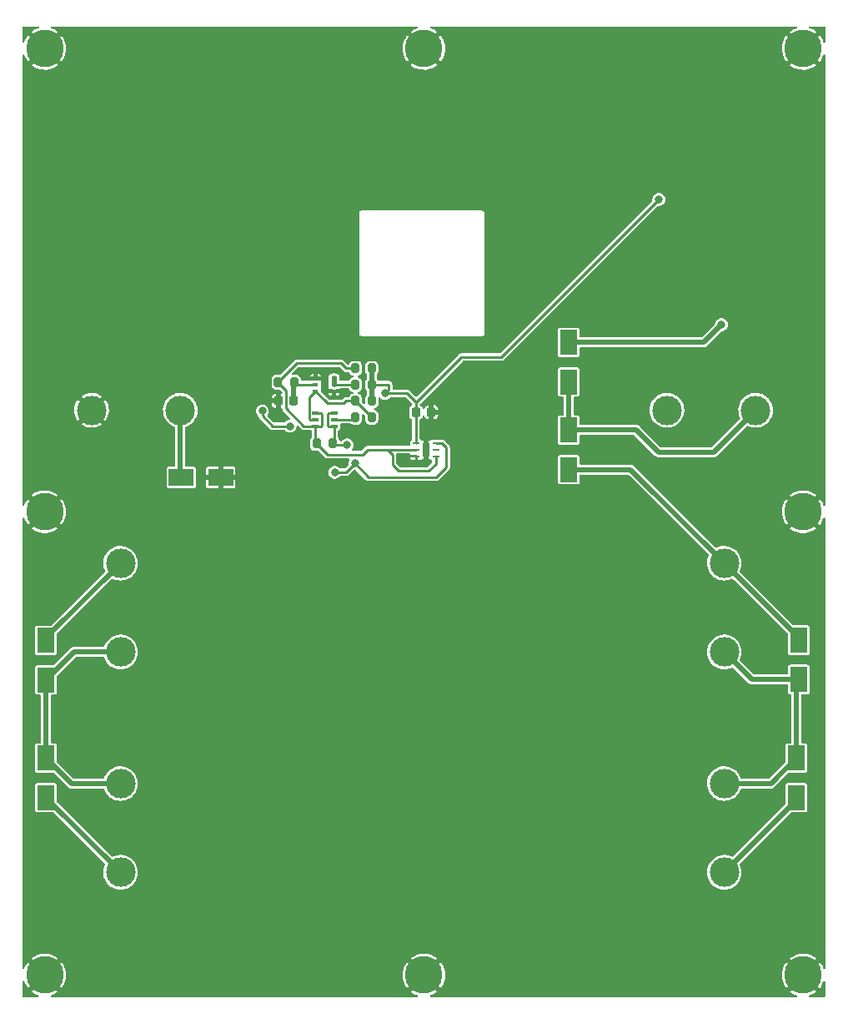
<source format=gtl>
%TF.GenerationSoftware,KiCad,Pcbnew,(6.0.5)*%
%TF.CreationDate,2022-07-09T16:18:45-07:00*%
%TF.ProjectId,solar-panel-side-Y-minus,736f6c61-722d-4706-916e-656c2d736964,rev?*%
%TF.SameCoordinates,Original*%
%TF.FileFunction,Copper,L1,Top*%
%TF.FilePolarity,Positive*%
%FSLAX46Y46*%
G04 Gerber Fmt 4.6, Leading zero omitted, Abs format (unit mm)*
G04 Created by KiCad (PCBNEW (6.0.5)) date 2022-07-09 16:18:45*
%MOMM*%
%LPD*%
G01*
G04 APERTURE LIST*
G04 Aperture macros list*
%AMRoundRect*
0 Rectangle with rounded corners*
0 $1 Rounding radius*
0 $2 $3 $4 $5 $6 $7 $8 $9 X,Y pos of 4 corners*
0 Add a 4 corners polygon primitive as box body*
4,1,4,$2,$3,$4,$5,$6,$7,$8,$9,$2,$3,0*
0 Add four circle primitives for the rounded corners*
1,1,$1+$1,$2,$3*
1,1,$1+$1,$4,$5*
1,1,$1+$1,$6,$7*
1,1,$1+$1,$8,$9*
0 Add four rect primitives between the rounded corners*
20,1,$1+$1,$2,$3,$4,$5,0*
20,1,$1+$1,$4,$5,$6,$7,0*
20,1,$1+$1,$6,$7,$8,$9,0*
20,1,$1+$1,$8,$9,$2,$3,0*%
G04 Aperture macros list end*
%TA.AperFunction,ComponentPad*%
%ADD10C,3.000000*%
%TD*%
%TA.AperFunction,SMDPad,CuDef*%
%ADD11R,1.700000X2.500000*%
%TD*%
%TA.AperFunction,ConnectorPad*%
%ADD12C,3.800000*%
%TD*%
%TA.AperFunction,ComponentPad*%
%ADD13C,2.600000*%
%TD*%
%TA.AperFunction,SMDPad,CuDef*%
%ADD14RoundRect,0.225000X-0.225000X-0.250000X0.225000X-0.250000X0.225000X0.250000X-0.225000X0.250000X0*%
%TD*%
%TA.AperFunction,SMDPad,CuDef*%
%ADD15R,2.500000X1.700000*%
%TD*%
%TA.AperFunction,SMDPad,CuDef*%
%ADD16RoundRect,0.200000X0.200000X0.275000X-0.200000X0.275000X-0.200000X-0.275000X0.200000X-0.275000X0*%
%TD*%
%TA.AperFunction,SMDPad,CuDef*%
%ADD17RoundRect,0.200000X-0.200000X-0.275000X0.200000X-0.275000X0.200000X0.275000X-0.200000X0.275000X0*%
%TD*%
%TA.AperFunction,SMDPad,CuDef*%
%ADD18R,0.600000X0.400000*%
%TD*%
%TA.AperFunction,SMDPad,CuDef*%
%ADD19R,0.650000X0.400000*%
%TD*%
%TA.AperFunction,SMDPad,CuDef*%
%ADD20RoundRect,0.225000X0.225000X0.250000X-0.225000X0.250000X-0.225000X-0.250000X0.225000X-0.250000X0*%
%TD*%
%TA.AperFunction,SMDPad,CuDef*%
%ADD21R,0.740000X0.270000*%
%TD*%
%TA.AperFunction,SMDPad,CuDef*%
%ADD22R,0.650000X1.350000*%
%TD*%
%TA.AperFunction,ViaPad*%
%ADD23C,0.800000*%
%TD*%
%TA.AperFunction,Conductor*%
%ADD24C,0.250000*%
%TD*%
%TA.AperFunction,Conductor*%
%ADD25C,0.500000*%
%TD*%
G04 APERTURE END LIST*
D10*
X177846000Y-124786000D03*
X177846000Y-133786000D03*
D11*
X108966000Y-114268000D03*
X108966000Y-110268000D03*
X185166000Y-122206000D03*
X185166000Y-126206000D03*
X108966000Y-126206000D03*
X108966000Y-122206000D03*
D12*
X108850000Y-50214000D03*
D13*
X108850000Y-50214000D03*
D10*
X177846000Y-102434000D03*
X177846000Y-111434000D03*
D11*
X162052000Y-88932000D03*
X162052000Y-92932000D03*
D14*
X146545000Y-87122000D03*
X148095000Y-87122000D03*
D13*
X147350000Y-50214000D03*
D12*
X147350000Y-50214000D03*
D11*
X185420000Y-110236000D03*
X185420000Y-114236000D03*
D15*
X122714000Y-93726000D03*
X126714000Y-93726000D03*
D11*
X162052000Y-80042000D03*
X162052000Y-84042000D03*
D10*
X122610000Y-86914000D03*
X113610000Y-86914000D03*
X181030000Y-86914000D03*
X172030000Y-86914000D03*
D13*
X108850000Y-97214000D03*
D12*
X108850000Y-97214000D03*
D13*
X108850000Y-144214000D03*
D12*
X108850000Y-144214000D03*
D13*
X185850000Y-144214000D03*
D12*
X185850000Y-144214000D03*
D10*
X116540000Y-133786000D03*
X116540000Y-124786000D03*
D13*
X147350000Y-144214000D03*
D12*
X147350000Y-144214000D03*
D10*
X116540000Y-111434000D03*
X116540000Y-102434000D03*
D13*
X185850000Y-97214000D03*
D12*
X185850000Y-97214000D03*
X185850000Y-50214000D03*
D13*
X185850000Y-50214000D03*
D16*
X142049000Y-84328000D03*
X140399000Y-84328000D03*
X142049000Y-85979000D03*
X140399000Y-85979000D03*
X142049000Y-82677000D03*
X140399000Y-82677000D03*
D17*
X140399000Y-87630000D03*
X142049000Y-87630000D03*
X136462000Y-90297000D03*
X138112000Y-90297000D03*
D18*
X138237000Y-84978000D03*
X138237000Y-84328000D03*
X138237000Y-83678000D03*
X136337000Y-83678000D03*
X136337000Y-84328000D03*
X136337000Y-84978000D03*
D17*
X132525000Y-84074000D03*
X134175000Y-84074000D03*
D19*
X138237000Y-88534000D03*
X138237000Y-87884000D03*
X138237000Y-87234000D03*
X136337000Y-87234000D03*
X136337000Y-87884000D03*
X136337000Y-88534000D03*
D20*
X134125000Y-85979000D03*
X132575000Y-85979000D03*
D21*
X146579000Y-90282000D03*
X146579000Y-90932000D03*
X146579000Y-91582000D03*
X148569000Y-91582000D03*
X148569000Y-90932000D03*
X148569000Y-90282000D03*
D22*
X147574000Y-90932000D03*
D23*
X171196000Y-65532000D03*
X143383000Y-85217000D03*
X175514000Y-56134000D03*
X178054000Y-55372000D03*
X179451000Y-55372000D03*
X175514000Y-62738000D03*
X112776000Y-89916000D03*
X130556000Y-93091000D03*
X129159000Y-94361000D03*
X129159000Y-93091000D03*
X146304000Y-97917000D03*
X175514000Y-57404000D03*
X110236000Y-89154000D03*
X146304000Y-96774000D03*
X176657000Y-55372000D03*
X179324000Y-64262000D03*
X180975000Y-55372000D03*
X148209000Y-97917000D03*
X179324000Y-62738000D03*
X110236000Y-87122000D03*
X175514000Y-64262000D03*
X148209000Y-96774000D03*
X110236000Y-85598000D03*
X130556000Y-94361000D03*
X131699000Y-93726000D03*
X175514000Y-58674000D03*
X115062000Y-89916000D03*
X148844000Y-85598000D03*
X143764000Y-89408000D03*
X145034000Y-91948000D03*
X151892000Y-88900000D03*
X155420000Y-88900000D03*
X151892000Y-87122000D03*
X145034000Y-89408000D03*
X155420000Y-87120000D03*
X135318500Y-82994500D03*
X177546000Y-78232000D03*
X139554790Y-90442210D03*
X133746000Y-88534000D03*
X130937000Y-86995000D03*
X140335000Y-92329000D03*
X138303000Y-93218000D03*
D24*
X146545000Y-87122000D02*
X146545000Y-90248000D01*
X146545000Y-87122000D02*
X146545000Y-86119000D01*
X155194000Y-81534000D02*
X171196000Y-65532000D01*
X171196000Y-65532000D02*
X171196000Y-65532000D01*
X146545000Y-90248000D02*
X146579000Y-90282000D01*
X146545000Y-86119000D02*
X151130000Y-81534000D01*
X151130000Y-81534000D02*
X155194000Y-81534000D01*
D25*
X142049000Y-82677000D02*
X142049000Y-84328000D01*
X142049000Y-84328000D02*
X142049000Y-85979000D01*
D24*
X143764000Y-84328000D02*
X143764000Y-84836000D01*
X143764000Y-84328000D02*
X142049000Y-84328000D01*
X143510000Y-85090000D02*
X143383000Y-85217000D01*
X143383000Y-85217000D02*
X143383000Y-85217000D01*
X143764000Y-84836000D02*
X143510000Y-85090000D01*
X143383000Y-85217000D02*
X145643000Y-85217000D01*
X145643000Y-85217000D02*
X146545000Y-86119000D01*
D25*
X185420000Y-110008000D02*
X177846000Y-102434000D01*
X185420000Y-110236000D02*
X185420000Y-110008000D01*
X162052000Y-92932000D02*
X168344000Y-92932000D01*
X168344000Y-92932000D02*
X177846000Y-102434000D01*
X168942000Y-88932000D02*
X171196000Y-91186000D01*
X171196000Y-91186000D02*
X176758000Y-91186000D01*
X176758000Y-91186000D02*
X181030000Y-86914000D01*
X162052000Y-88932000D02*
X168942000Y-88932000D01*
X162052000Y-88932000D02*
X162052000Y-84042000D01*
X185420000Y-114236000D02*
X180648000Y-114236000D01*
X185166000Y-114490000D02*
X185420000Y-114236000D01*
X182586000Y-124786000D02*
X185166000Y-122206000D01*
X177846000Y-124786000D02*
X182586000Y-124786000D01*
X180648000Y-114236000D02*
X177846000Y-111434000D01*
X185166000Y-122206000D02*
X185166000Y-114490000D01*
X108966000Y-126212000D02*
X116540000Y-133786000D01*
X185166000Y-126466000D02*
X185166000Y-126206000D01*
X177846000Y-133786000D02*
X185166000Y-126466000D01*
X108966000Y-126206000D02*
X108966000Y-126212000D01*
X111546000Y-124786000D02*
X108966000Y-122206000D01*
X116540000Y-124786000D02*
X111546000Y-124786000D01*
X111800000Y-111434000D02*
X108966000Y-114268000D01*
X116540000Y-111434000D02*
X111800000Y-111434000D01*
X108966000Y-122206000D02*
X108966000Y-114268000D01*
X108966000Y-110008000D02*
X108966000Y-110268000D01*
X116540000Y-102434000D02*
X108966000Y-110008000D01*
X122610000Y-93622000D02*
X122714000Y-93726000D01*
X122610000Y-86914000D02*
X122610000Y-93622000D01*
X162052000Y-80042000D02*
X175736000Y-80042000D01*
X177546000Y-78232000D02*
X177546000Y-78232000D01*
X175736000Y-80042000D02*
X177546000Y-78232000D01*
D24*
X137662000Y-88534000D02*
X137586999Y-88458999D01*
X138237000Y-88534000D02*
X138237000Y-90172000D01*
X137586999Y-87309001D02*
X137662000Y-87234000D01*
X138237000Y-90172000D02*
X138112000Y-90297000D01*
X137662000Y-87234000D02*
X138237000Y-87234000D01*
X137586999Y-88458999D02*
X137586999Y-87309001D01*
X138257210Y-90442210D02*
X138112000Y-90297000D01*
X138237000Y-88534000D02*
X137662000Y-88534000D01*
X139554790Y-90442210D02*
X138257210Y-90442210D01*
D25*
X134125000Y-84124000D02*
X134175000Y-84074000D01*
D24*
X134429000Y-84328000D02*
X134175000Y-84074000D01*
D25*
X134125000Y-85979000D02*
X134125000Y-84124000D01*
D24*
X136337000Y-84328000D02*
X134429000Y-84328000D01*
X135686999Y-85628001D02*
X136337000Y-84978000D01*
X135762000Y-87884000D02*
X135686999Y-87808999D01*
X136337000Y-87884000D02*
X135762000Y-87884000D01*
X142049000Y-87630000D02*
X142049000Y-87629000D01*
X140399000Y-85979000D02*
X139446000Y-85979000D01*
X137338000Y-85979000D02*
X136337000Y-84978000D01*
X135686999Y-87808999D02*
X135686999Y-85628001D01*
X142049000Y-87629000D02*
X140399000Y-85979000D01*
X139446000Y-85979000D02*
X139192000Y-86233000D01*
X137592000Y-86233000D02*
X137338000Y-85979000D01*
X139192000Y-86233000D02*
X137592000Y-86233000D01*
X140399000Y-87630000D02*
X140145000Y-87884000D01*
X140145000Y-87884000D02*
X138237000Y-87884000D01*
X136462000Y-90361000D02*
X137541000Y-91440000D01*
X136462000Y-90297000D02*
X136462000Y-90361000D01*
X136987001Y-87309001D02*
X136987001Y-88458999D01*
X136912000Y-88534000D02*
X136337000Y-88534000D01*
X138938000Y-82169000D02*
X134430000Y-82169000D01*
X133350000Y-86741000D02*
X133350000Y-84899000D01*
X136337000Y-88534000D02*
X136337000Y-90172000D01*
X140399000Y-82677000D02*
X139446000Y-82677000D01*
X137541000Y-91440000D02*
X141097000Y-91440000D01*
X135143000Y-88534000D02*
X133350000Y-86741000D01*
X136987001Y-88458999D02*
X136912000Y-88534000D01*
X136337000Y-88534000D02*
X135143000Y-88534000D01*
X133350000Y-84899000D02*
X132525000Y-84074000D01*
X139446000Y-82677000D02*
X138938000Y-82169000D01*
X133922000Y-82677000D02*
X132525000Y-84074000D01*
X134430000Y-82169000D02*
X133922000Y-82677000D01*
X136337000Y-90172000D02*
X136462000Y-90297000D01*
X136912000Y-87234000D02*
X136987001Y-87309001D01*
X136337000Y-87234000D02*
X136912000Y-87234000D01*
X144145000Y-91440000D02*
X144145000Y-92456000D01*
X143637000Y-90932000D02*
X144145000Y-91440000D01*
X141097000Y-91440000D02*
X141605000Y-90932000D01*
X143637000Y-90932000D02*
X146579000Y-90932000D01*
X144145000Y-92456000D02*
X144780000Y-93091000D01*
X144780000Y-93091000D02*
X147828000Y-93091000D01*
X141605000Y-90932000D02*
X143637000Y-90932000D01*
X147828000Y-93091000D02*
X148569000Y-92350000D01*
X148569000Y-92350000D02*
X148569000Y-91582000D01*
X131968000Y-88534000D02*
X130937000Y-87503000D01*
X138303000Y-93218000D02*
X139446000Y-93218000D01*
X130937000Y-87503000D02*
X130937000Y-86995000D01*
X130937000Y-86995000D02*
X130937000Y-86995000D01*
X133746000Y-88534000D02*
X131968000Y-88534000D01*
X139446000Y-93218000D02*
X140335000Y-92329000D01*
X149606000Y-92710000D02*
X149606000Y-90699000D01*
X148590000Y-93726000D02*
X149606000Y-92710000D01*
X141732000Y-93726000D02*
X148590000Y-93726000D01*
X149189000Y-90282000D02*
X148569000Y-90282000D01*
X140335000Y-92329000D02*
X141732000Y-93726000D01*
X149606000Y-90699000D02*
X149189000Y-90282000D01*
X138237000Y-84328000D02*
X140399000Y-84328000D01*
D25*
X138237000Y-84328000D02*
X138237000Y-83678000D01*
%TA.AperFunction,Conductor*%
G36*
X108205179Y-47987713D02*
G01*
X108241724Y-48038013D01*
X108241724Y-48100187D01*
X108205179Y-48150487D01*
X108172594Y-48166134D01*
X108143274Y-48174155D01*
X108136813Y-48176405D01*
X107872973Y-48288943D01*
X107866876Y-48292050D01*
X107620751Y-48439353D01*
X107615137Y-48443254D01*
X107529484Y-48511875D01*
X107522041Y-48523205D01*
X107522154Y-48525591D01*
X107524619Y-48529409D01*
X108838732Y-49843522D01*
X108850811Y-49849677D01*
X108855923Y-49848867D01*
X110171900Y-48532890D01*
X110178055Y-48520811D01*
X110177637Y-48518173D01*
X110175087Y-48515008D01*
X110103338Y-48456282D01*
X110097769Y-48452324D01*
X109853190Y-48302446D01*
X109847137Y-48299281D01*
X109584479Y-48183982D01*
X109578051Y-48181668D01*
X109522523Y-48165851D01*
X109470918Y-48131174D01*
X109449551Y-48072787D01*
X109466584Y-48012991D01*
X109515511Y-47974627D01*
X109550083Y-47968500D01*
X146646048Y-47968500D01*
X146705179Y-47987713D01*
X146741724Y-48038013D01*
X146741724Y-48100187D01*
X146705179Y-48150487D01*
X146672594Y-48166134D01*
X146643274Y-48174155D01*
X146636813Y-48176405D01*
X146372973Y-48288943D01*
X146366876Y-48292050D01*
X146120751Y-48439353D01*
X146115137Y-48443254D01*
X146029484Y-48511875D01*
X146022041Y-48523205D01*
X146022154Y-48525591D01*
X146024619Y-48529409D01*
X147338732Y-49843522D01*
X147350811Y-49849677D01*
X147355923Y-49848867D01*
X148671900Y-48532890D01*
X148678055Y-48520811D01*
X148677637Y-48518173D01*
X148675087Y-48515008D01*
X148603338Y-48456282D01*
X148597769Y-48452324D01*
X148353190Y-48302446D01*
X148347137Y-48299281D01*
X148084479Y-48183982D01*
X148078051Y-48181668D01*
X148022523Y-48165851D01*
X147970918Y-48131174D01*
X147949551Y-48072787D01*
X147966584Y-48012991D01*
X148015511Y-47974627D01*
X148050083Y-47968500D01*
X185146048Y-47968500D01*
X185205179Y-47987713D01*
X185241724Y-48038013D01*
X185241724Y-48100187D01*
X185205179Y-48150487D01*
X185172594Y-48166134D01*
X185143274Y-48174155D01*
X185136813Y-48176405D01*
X184872973Y-48288943D01*
X184866876Y-48292050D01*
X184620751Y-48439353D01*
X184615137Y-48443254D01*
X184529484Y-48511875D01*
X184522041Y-48523205D01*
X184522154Y-48525591D01*
X184524619Y-48529409D01*
X185838732Y-49843522D01*
X185850811Y-49849677D01*
X185855923Y-49848867D01*
X187171900Y-48532890D01*
X187178055Y-48520811D01*
X187177637Y-48518173D01*
X187175087Y-48515008D01*
X187103338Y-48456282D01*
X187097769Y-48452324D01*
X186853190Y-48302446D01*
X186847137Y-48299281D01*
X186584479Y-48183982D01*
X186578051Y-48181668D01*
X186522523Y-48165851D01*
X186470918Y-48131174D01*
X186449551Y-48072787D01*
X186466584Y-48012991D01*
X186515511Y-47974627D01*
X186550083Y-47968500D01*
X187994900Y-47968500D01*
X188054031Y-47987713D01*
X188090576Y-48038013D01*
X188095500Y-48069100D01*
X188095500Y-49516704D01*
X188076287Y-49575835D01*
X188025987Y-49612380D01*
X187963813Y-49612380D01*
X187913513Y-49575835D01*
X187900070Y-49550285D01*
X187832604Y-49359767D01*
X187829894Y-49353506D01*
X187698333Y-49098610D01*
X187694788Y-49092757D01*
X187553576Y-48891832D01*
X187542738Y-48883694D01*
X187542049Y-48883684D01*
X187535711Y-48887499D01*
X186220478Y-50202732D01*
X186214323Y-50214811D01*
X186215133Y-50219923D01*
X187531714Y-51536504D01*
X187543793Y-51542659D01*
X187545034Y-51542462D01*
X187549951Y-51538285D01*
X187670907Y-51373624D01*
X187674564Y-51367862D01*
X187811434Y-51115779D01*
X187814283Y-51109556D01*
X187900794Y-50880610D01*
X187939668Y-50832087D01*
X187999639Y-50815681D01*
X188057799Y-50837658D01*
X188091934Y-50889623D01*
X188095500Y-50916169D01*
X188095500Y-96516704D01*
X188076287Y-96575835D01*
X188025987Y-96612380D01*
X187963813Y-96612380D01*
X187913513Y-96575835D01*
X187900070Y-96550285D01*
X187832604Y-96359767D01*
X187829894Y-96353506D01*
X187698333Y-96098610D01*
X187694788Y-96092757D01*
X187553576Y-95891832D01*
X187542738Y-95883694D01*
X187542049Y-95883684D01*
X187535711Y-95887499D01*
X186220478Y-97202732D01*
X186214323Y-97214811D01*
X186215133Y-97219923D01*
X187531714Y-98536504D01*
X187543793Y-98542659D01*
X187545034Y-98542462D01*
X187549951Y-98538285D01*
X187670907Y-98373624D01*
X187674564Y-98367862D01*
X187811434Y-98115779D01*
X187814283Y-98109556D01*
X187900794Y-97880610D01*
X187939668Y-97832087D01*
X187999639Y-97815681D01*
X188057799Y-97837658D01*
X188091934Y-97889623D01*
X188095500Y-97916169D01*
X188095500Y-143516704D01*
X188076287Y-143575835D01*
X188025987Y-143612380D01*
X187963813Y-143612380D01*
X187913513Y-143575835D01*
X187900070Y-143550285D01*
X187832604Y-143359767D01*
X187829894Y-143353506D01*
X187698333Y-143098610D01*
X187694788Y-143092757D01*
X187553576Y-142891832D01*
X187542738Y-142883694D01*
X187542049Y-142883684D01*
X187535711Y-142887499D01*
X186220478Y-144202732D01*
X186214323Y-144214811D01*
X186215133Y-144219923D01*
X187531714Y-145536504D01*
X187543793Y-145542659D01*
X187545034Y-145542462D01*
X187549951Y-145538285D01*
X187670907Y-145373624D01*
X187674564Y-145367862D01*
X187811434Y-145115779D01*
X187814283Y-145109556D01*
X187900794Y-144880610D01*
X187939668Y-144832087D01*
X187999639Y-144815681D01*
X188057799Y-144837658D01*
X188091934Y-144889623D01*
X188095500Y-144916169D01*
X188095500Y-146358900D01*
X188076287Y-146418031D01*
X188025987Y-146454576D01*
X187994900Y-146459500D01*
X186559102Y-146459500D01*
X186499971Y-146440287D01*
X186463426Y-146389987D01*
X186463426Y-146327813D01*
X186499971Y-146277513D01*
X186532105Y-146262289D01*
X186532084Y-146262225D01*
X186532622Y-146262044D01*
X186533576Y-146261592D01*
X186535339Y-146261129D01*
X186541808Y-146258952D01*
X186806813Y-146149184D01*
X186812941Y-146146142D01*
X187060595Y-146001425D01*
X187066255Y-145997579D01*
X187170366Y-145915945D01*
X187177925Y-145904695D01*
X187177848Y-145902590D01*
X187175146Y-145898356D01*
X185861268Y-144584478D01*
X185849189Y-144578323D01*
X185844077Y-144579133D01*
X184527717Y-145895493D01*
X184521562Y-145907572D01*
X184522024Y-145910489D01*
X184524254Y-145913287D01*
X184578323Y-145958496D01*
X184583858Y-145962517D01*
X184826842Y-146114941D01*
X184832870Y-146118173D01*
X185094305Y-146236216D01*
X185100701Y-146238595D01*
X185181213Y-146262443D01*
X185232452Y-146297658D01*
X185253207Y-146356266D01*
X185235548Y-146415880D01*
X185186222Y-146453730D01*
X185152641Y-146459500D01*
X148059102Y-146459500D01*
X147999971Y-146440287D01*
X147963426Y-146389987D01*
X147963426Y-146327813D01*
X147999971Y-146277513D01*
X148032105Y-146262289D01*
X148032084Y-146262225D01*
X148032622Y-146262044D01*
X148033576Y-146261592D01*
X148035339Y-146261129D01*
X148041808Y-146258952D01*
X148306813Y-146149184D01*
X148312941Y-146146142D01*
X148560595Y-146001425D01*
X148566255Y-145997579D01*
X148670366Y-145915945D01*
X148677925Y-145904695D01*
X148677848Y-145902590D01*
X148675146Y-145898356D01*
X147361268Y-144584478D01*
X147349189Y-144578323D01*
X147344077Y-144579133D01*
X146027717Y-145895493D01*
X146021562Y-145907572D01*
X146022024Y-145910489D01*
X146024254Y-145913287D01*
X146078323Y-145958496D01*
X146083858Y-145962517D01*
X146326842Y-146114941D01*
X146332870Y-146118173D01*
X146594305Y-146236216D01*
X146600701Y-146238595D01*
X146681213Y-146262443D01*
X146732452Y-146297658D01*
X146753207Y-146356266D01*
X146735548Y-146415880D01*
X146686222Y-146453730D01*
X146652641Y-146459500D01*
X109559102Y-146459500D01*
X109499971Y-146440287D01*
X109463426Y-146389987D01*
X109463426Y-146327813D01*
X109499971Y-146277513D01*
X109532105Y-146262289D01*
X109532084Y-146262225D01*
X109532622Y-146262044D01*
X109533576Y-146261592D01*
X109535339Y-146261129D01*
X109541808Y-146258952D01*
X109806813Y-146149184D01*
X109812941Y-146146142D01*
X110060595Y-146001425D01*
X110066255Y-145997579D01*
X110170366Y-145915945D01*
X110177925Y-145904695D01*
X110177848Y-145902590D01*
X110175146Y-145898356D01*
X108861268Y-144584478D01*
X108849189Y-144578323D01*
X108844077Y-144579133D01*
X107527717Y-145895493D01*
X107521562Y-145907572D01*
X107522024Y-145910489D01*
X107524254Y-145913287D01*
X107578323Y-145958496D01*
X107583858Y-145962517D01*
X107826842Y-146114941D01*
X107832870Y-146118173D01*
X108094305Y-146236216D01*
X108100701Y-146238595D01*
X108181213Y-146262443D01*
X108232452Y-146297658D01*
X108253207Y-146356266D01*
X108235548Y-146415880D01*
X108186222Y-146453730D01*
X108152641Y-146459500D01*
X106705100Y-146459500D01*
X106645969Y-146440287D01*
X106609424Y-146389987D01*
X106604500Y-146358900D01*
X106604500Y-144909779D01*
X106623713Y-144850648D01*
X106674013Y-144814103D01*
X106736187Y-144814103D01*
X106786487Y-144850648D01*
X106800276Y-144877193D01*
X106858558Y-145047420D01*
X106861204Y-145053715D01*
X106990092Y-145309979D01*
X106993570Y-145315860D01*
X107145587Y-145537046D01*
X107156340Y-145545297D01*
X107156743Y-145545308D01*
X107163505Y-145541285D01*
X108479522Y-144225268D01*
X108484850Y-144214811D01*
X109214323Y-144214811D01*
X109215133Y-144219923D01*
X110531714Y-145536504D01*
X110543793Y-145542659D01*
X110545034Y-145542462D01*
X110549951Y-145538285D01*
X110670907Y-145373624D01*
X110674564Y-145367862D01*
X110811434Y-145115779D01*
X110814283Y-145109556D01*
X110915672Y-144841238D01*
X110917650Y-144834685D01*
X110981689Y-144555080D01*
X110982756Y-144548342D01*
X111008383Y-144261182D01*
X111008580Y-144257232D01*
X111009012Y-144215974D01*
X111008899Y-144212036D01*
X111007725Y-144194819D01*
X145191283Y-144194819D01*
X145207795Y-144481176D01*
X145208652Y-144487962D01*
X145263874Y-144769433D01*
X145265646Y-144776046D01*
X145358558Y-145047420D01*
X145361204Y-145053715D01*
X145490092Y-145309979D01*
X145493570Y-145315860D01*
X145645587Y-145537046D01*
X145656340Y-145545297D01*
X145656743Y-145545308D01*
X145663505Y-145541285D01*
X146979522Y-144225268D01*
X146984850Y-144214811D01*
X147714323Y-144214811D01*
X147715133Y-144219923D01*
X149031714Y-145536504D01*
X149043793Y-145542659D01*
X149045034Y-145542462D01*
X149049951Y-145538285D01*
X149170907Y-145373624D01*
X149174564Y-145367862D01*
X149311434Y-145115779D01*
X149314283Y-145109556D01*
X149415672Y-144841238D01*
X149417650Y-144834685D01*
X149481689Y-144555080D01*
X149482756Y-144548342D01*
X149508383Y-144261182D01*
X149508580Y-144257232D01*
X149509012Y-144215974D01*
X149508899Y-144212036D01*
X149507725Y-144194819D01*
X183691283Y-144194819D01*
X183707795Y-144481176D01*
X183708652Y-144487962D01*
X183763874Y-144769433D01*
X183765646Y-144776046D01*
X183858558Y-145047420D01*
X183861204Y-145053715D01*
X183990092Y-145309979D01*
X183993570Y-145315860D01*
X184145587Y-145537046D01*
X184156340Y-145545297D01*
X184156743Y-145545308D01*
X184163505Y-145541285D01*
X185479522Y-144225268D01*
X185485677Y-144213189D01*
X185484867Y-144208077D01*
X184167656Y-142890866D01*
X184155577Y-142884711D01*
X184154618Y-142884863D01*
X184149362Y-142889376D01*
X184017050Y-143073507D01*
X184013453Y-143079308D01*
X183879224Y-143332823D01*
X183876450Y-143339052D01*
X183777870Y-143608435D01*
X183775965Y-143614991D01*
X183714857Y-143895258D01*
X183713859Y-143902015D01*
X183691354Y-144187970D01*
X183691283Y-144194819D01*
X149507725Y-144194819D01*
X149489289Y-143924396D01*
X149488364Y-143917640D01*
X149430196Y-143636752D01*
X149428355Y-143630161D01*
X149332604Y-143359767D01*
X149329894Y-143353506D01*
X149198333Y-143098610D01*
X149194788Y-143092757D01*
X149053576Y-142891832D01*
X149042738Y-142883694D01*
X149042049Y-142883684D01*
X149035711Y-142887499D01*
X147720478Y-144202732D01*
X147714323Y-144214811D01*
X146984850Y-144214811D01*
X146985677Y-144213189D01*
X146984867Y-144208077D01*
X145667656Y-142890866D01*
X145655577Y-142884711D01*
X145654618Y-142884863D01*
X145649362Y-142889376D01*
X145517050Y-143073507D01*
X145513453Y-143079308D01*
X145379224Y-143332823D01*
X145376450Y-143339052D01*
X145277870Y-143608435D01*
X145275965Y-143614991D01*
X145214857Y-143895258D01*
X145213859Y-143902015D01*
X145191354Y-144187970D01*
X145191283Y-144194819D01*
X111007725Y-144194819D01*
X110989289Y-143924396D01*
X110988364Y-143917640D01*
X110930196Y-143636752D01*
X110928355Y-143630161D01*
X110832604Y-143359767D01*
X110829894Y-143353506D01*
X110698333Y-143098610D01*
X110694788Y-143092757D01*
X110553576Y-142891832D01*
X110542738Y-142883694D01*
X110542049Y-142883684D01*
X110535711Y-142887499D01*
X109220478Y-144202732D01*
X109214323Y-144214811D01*
X108484850Y-144214811D01*
X108485677Y-144213189D01*
X108484867Y-144208077D01*
X107167656Y-142890866D01*
X107155577Y-142884711D01*
X107154618Y-142884863D01*
X107149362Y-142889376D01*
X107017050Y-143073507D01*
X107013453Y-143079308D01*
X106879224Y-143332823D01*
X106876450Y-143339052D01*
X106799573Y-143549129D01*
X106761209Y-143598056D01*
X106701414Y-143615089D01*
X106643026Y-143593723D01*
X106608349Y-143542117D01*
X106604500Y-143514557D01*
X106604500Y-142523205D01*
X107522041Y-142523205D01*
X107522154Y-142525591D01*
X107524619Y-142529409D01*
X108838732Y-143843522D01*
X108850811Y-143849677D01*
X108855923Y-143848867D01*
X110171900Y-142532890D01*
X110176835Y-142523205D01*
X146022041Y-142523205D01*
X146022154Y-142525591D01*
X146024619Y-142529409D01*
X147338732Y-143843522D01*
X147350811Y-143849677D01*
X147355923Y-143848867D01*
X148671900Y-142532890D01*
X148676835Y-142523205D01*
X184522041Y-142523205D01*
X184522154Y-142525591D01*
X184524619Y-142529409D01*
X185838732Y-143843522D01*
X185850811Y-143849677D01*
X185855923Y-143848867D01*
X187171900Y-142532890D01*
X187178055Y-142520811D01*
X187177637Y-142518173D01*
X187175087Y-142515008D01*
X187103338Y-142456282D01*
X187097769Y-142452324D01*
X186853190Y-142302446D01*
X186847137Y-142299281D01*
X186584479Y-142183982D01*
X186578051Y-142181668D01*
X186302188Y-142103087D01*
X186295491Y-142101663D01*
X186011511Y-142061247D01*
X186004709Y-142060747D01*
X185717853Y-142059245D01*
X185711037Y-142059674D01*
X185426650Y-142097115D01*
X185419944Y-142098467D01*
X185143274Y-142174155D01*
X185136813Y-142176405D01*
X184872973Y-142288943D01*
X184866876Y-142292050D01*
X184620751Y-142439353D01*
X184615137Y-142443254D01*
X184529484Y-142511875D01*
X184522041Y-142523205D01*
X148676835Y-142523205D01*
X148678055Y-142520811D01*
X148677637Y-142518173D01*
X148675087Y-142515008D01*
X148603338Y-142456282D01*
X148597769Y-142452324D01*
X148353190Y-142302446D01*
X148347137Y-142299281D01*
X148084479Y-142183982D01*
X148078051Y-142181668D01*
X147802188Y-142103087D01*
X147795491Y-142101663D01*
X147511511Y-142061247D01*
X147504709Y-142060747D01*
X147217853Y-142059245D01*
X147211037Y-142059674D01*
X146926650Y-142097115D01*
X146919944Y-142098467D01*
X146643274Y-142174155D01*
X146636813Y-142176405D01*
X146372973Y-142288943D01*
X146366876Y-142292050D01*
X146120751Y-142439353D01*
X146115137Y-142443254D01*
X146029484Y-142511875D01*
X146022041Y-142523205D01*
X110176835Y-142523205D01*
X110178055Y-142520811D01*
X110177637Y-142518173D01*
X110175087Y-142515008D01*
X110103338Y-142456282D01*
X110097769Y-142452324D01*
X109853190Y-142302446D01*
X109847137Y-142299281D01*
X109584479Y-142183982D01*
X109578051Y-142181668D01*
X109302188Y-142103087D01*
X109295491Y-142101663D01*
X109011511Y-142061247D01*
X109004709Y-142060747D01*
X108717853Y-142059245D01*
X108711037Y-142059674D01*
X108426650Y-142097115D01*
X108419944Y-142098467D01*
X108143274Y-142174155D01*
X108136813Y-142176405D01*
X107872973Y-142288943D01*
X107866876Y-142292050D01*
X107620751Y-142439353D01*
X107615137Y-142443254D01*
X107529484Y-142511875D01*
X107522041Y-142523205D01*
X106604500Y-142523205D01*
X106604500Y-124930933D01*
X107861500Y-124930933D01*
X107861501Y-127481066D01*
X107876266Y-127555301D01*
X107881769Y-127563536D01*
X107881769Y-127563537D01*
X107927012Y-127631247D01*
X107932516Y-127639484D01*
X108016699Y-127695734D01*
X108065239Y-127705389D01*
X108086081Y-127709535D01*
X108086082Y-127709535D01*
X108090933Y-127710500D01*
X108267102Y-127710500D01*
X109709358Y-127710499D01*
X109768489Y-127729712D01*
X109780493Y-127739964D01*
X114940965Y-132900435D01*
X114969191Y-132955833D01*
X114962603Y-133010472D01*
X114871500Y-133227728D01*
X114807310Y-133480480D01*
X114806936Y-133484191D01*
X114806936Y-133484193D01*
X114803100Y-133522293D01*
X114781183Y-133739944D01*
X114793694Y-134000419D01*
X114844569Y-134256185D01*
X114932690Y-134501621D01*
X115056120Y-134731336D01*
X115058350Y-134734322D01*
X115058353Y-134734327D01*
X115142980Y-134847655D01*
X115212149Y-134940283D01*
X115397348Y-135123873D01*
X115510701Y-135206987D01*
X115604641Y-135275868D01*
X115604646Y-135275871D01*
X115607649Y-135278073D01*
X115610947Y-135279808D01*
X115835127Y-135397755D01*
X115835131Y-135397757D01*
X115838433Y-135399494D01*
X115841960Y-135400726D01*
X115841963Y-135400727D01*
X116081101Y-135484237D01*
X116084629Y-135485469D01*
X116340828Y-135534110D01*
X116344557Y-135534256D01*
X116344561Y-135534257D01*
X116510618Y-135540781D01*
X116601403Y-135544348D01*
X116694885Y-135534110D01*
X116856916Y-135516365D01*
X116856921Y-135516364D01*
X116860629Y-135515958D01*
X116981114Y-135484237D01*
X117109204Y-135450514D01*
X117109208Y-135450512D01*
X117112811Y-135449564D01*
X117352410Y-135346625D01*
X117574161Y-135209401D01*
X117773194Y-135040907D01*
X117859138Y-134942906D01*
X117942671Y-134847655D01*
X117942673Y-134847653D01*
X117945135Y-134844845D01*
X117947153Y-134841707D01*
X117947158Y-134841701D01*
X118084183Y-134628672D01*
X118084186Y-134628667D01*
X118086208Y-134625523D01*
X118087743Y-134622116D01*
X118087746Y-134622110D01*
X118191780Y-134391163D01*
X118191781Y-134391160D01*
X118193314Y-134387757D01*
X118264099Y-134136772D01*
X118280980Y-134004077D01*
X118296691Y-133880582D01*
X118296691Y-133880579D01*
X118297009Y-133878081D01*
X118299420Y-133786000D01*
X118295997Y-133739944D01*
X176087183Y-133739944D01*
X176099694Y-134000419D01*
X176150569Y-134256185D01*
X176238690Y-134501621D01*
X176362120Y-134731336D01*
X176364350Y-134734322D01*
X176364353Y-134734327D01*
X176448980Y-134847655D01*
X176518149Y-134940283D01*
X176703348Y-135123873D01*
X176816701Y-135206987D01*
X176910641Y-135275868D01*
X176910646Y-135275871D01*
X176913649Y-135278073D01*
X176916947Y-135279808D01*
X177141127Y-135397755D01*
X177141131Y-135397757D01*
X177144433Y-135399494D01*
X177147960Y-135400726D01*
X177147963Y-135400727D01*
X177387101Y-135484237D01*
X177390629Y-135485469D01*
X177646828Y-135534110D01*
X177650557Y-135534256D01*
X177650561Y-135534257D01*
X177816618Y-135540781D01*
X177907403Y-135544348D01*
X178000885Y-135534110D01*
X178162916Y-135516365D01*
X178162921Y-135516364D01*
X178166629Y-135515958D01*
X178287114Y-135484237D01*
X178415204Y-135450514D01*
X178415208Y-135450512D01*
X178418811Y-135449564D01*
X178658410Y-135346625D01*
X178880161Y-135209401D01*
X179079194Y-135040907D01*
X179165138Y-134942906D01*
X179248671Y-134847655D01*
X179248673Y-134847653D01*
X179251135Y-134844845D01*
X179253153Y-134841707D01*
X179253158Y-134841701D01*
X179390183Y-134628672D01*
X179390186Y-134628667D01*
X179392208Y-134625523D01*
X179393743Y-134622116D01*
X179393746Y-134622110D01*
X179497780Y-134391163D01*
X179497781Y-134391160D01*
X179499314Y-134387757D01*
X179570099Y-134136772D01*
X179586980Y-134004077D01*
X179602691Y-133880582D01*
X179602691Y-133880579D01*
X179603009Y-133878081D01*
X179605420Y-133786000D01*
X179586094Y-133525941D01*
X179576648Y-133484193D01*
X179529367Y-133275240D01*
X179529366Y-133275237D01*
X179528542Y-133271595D01*
X179527192Y-133268122D01*
X179527189Y-133268114D01*
X179435382Y-133032033D01*
X179435379Y-133032027D01*
X179434027Y-133028550D01*
X179429567Y-133020746D01*
X179416908Y-132959874D01*
X179445775Y-132899696D01*
X184605506Y-127739965D01*
X184660904Y-127711739D01*
X184676641Y-127710500D01*
X185892094Y-127710499D01*
X186041066Y-127710499D01*
X186076548Y-127703442D01*
X186105584Y-127697667D01*
X186105586Y-127697666D01*
X186115301Y-127695734D01*
X186199484Y-127639484D01*
X186255734Y-127555301D01*
X186270500Y-127481067D01*
X186270499Y-124930934D01*
X186255734Y-124856699D01*
X186250230Y-124848461D01*
X186204988Y-124780753D01*
X186199484Y-124772516D01*
X186115301Y-124716266D01*
X186066761Y-124706611D01*
X186045919Y-124702465D01*
X186045918Y-124702465D01*
X186041067Y-124701500D01*
X186036120Y-124701500D01*
X185165204Y-124701501D01*
X184290934Y-124701501D01*
X184255452Y-124708558D01*
X184226416Y-124714333D01*
X184226414Y-124714334D01*
X184216699Y-124716266D01*
X184132516Y-124772516D01*
X184076266Y-124856699D01*
X184061500Y-124930933D01*
X184061500Y-124935880D01*
X184061501Y-126815358D01*
X184042288Y-126874489D01*
X184032036Y-126886493D01*
X178729354Y-132189175D01*
X178673956Y-132217401D01*
X178613725Y-132208266D01*
X178561044Y-132182287D01*
X178505090Y-132154694D01*
X178501540Y-132153558D01*
X178501536Y-132153556D01*
X178387214Y-132116962D01*
X178256728Y-132075193D01*
X177999344Y-132033275D01*
X177995602Y-132033226D01*
X177966905Y-132032850D01*
X177738590Y-132029862D01*
X177628620Y-132044828D01*
X177483898Y-132064524D01*
X177483896Y-132064524D01*
X177480196Y-132065028D01*
X177476613Y-132066072D01*
X177476610Y-132066073D01*
X177445321Y-132075193D01*
X177229838Y-132138000D01*
X177226456Y-132139559D01*
X177226451Y-132139561D01*
X177190040Y-132156347D01*
X176993016Y-132247177D01*
X176989895Y-132249223D01*
X176989890Y-132249226D01*
X176834459Y-132351131D01*
X176774933Y-132390158D01*
X176580379Y-132563804D01*
X176577987Y-132566680D01*
X176416016Y-132761429D01*
X176416011Y-132761436D01*
X176413629Y-132764300D01*
X176278345Y-132987240D01*
X176177500Y-133227728D01*
X176113310Y-133480480D01*
X176112936Y-133484191D01*
X176112936Y-133484193D01*
X176109100Y-133522293D01*
X176087183Y-133739944D01*
X118295997Y-133739944D01*
X118280094Y-133525941D01*
X118270648Y-133484193D01*
X118223367Y-133275240D01*
X118223366Y-133275237D01*
X118222542Y-133271595D01*
X118221192Y-133268122D01*
X118221189Y-133268114D01*
X118129381Y-133032032D01*
X118128027Y-133028550D01*
X117998625Y-132802145D01*
X117837180Y-132597353D01*
X117801517Y-132563804D01*
X117649957Y-132421231D01*
X117647239Y-132418674D01*
X117644182Y-132416554D01*
X117644178Y-132416550D01*
X117530977Y-132338020D01*
X117432973Y-132270032D01*
X117199090Y-132154694D01*
X117195535Y-132153556D01*
X117195533Y-132153555D01*
X117074909Y-132114944D01*
X116950728Y-132075193D01*
X116693344Y-132033275D01*
X116689602Y-132033226D01*
X116660905Y-132032850D01*
X116432590Y-132029862D01*
X116322620Y-132044828D01*
X116177898Y-132064524D01*
X116177896Y-132064524D01*
X116174196Y-132065028D01*
X116170613Y-132066072D01*
X116170610Y-132066073D01*
X116139321Y-132075193D01*
X115923838Y-132138000D01*
X115769602Y-132209104D01*
X115707860Y-132216412D01*
X115656351Y-132188880D01*
X110099965Y-126632494D01*
X110071739Y-126577096D01*
X110070500Y-126561359D01*
X110070499Y-124935872D01*
X110070499Y-124930934D01*
X110055734Y-124856699D01*
X110050230Y-124848461D01*
X110004988Y-124780753D01*
X109999484Y-124772516D01*
X109915301Y-124716266D01*
X109866761Y-124706611D01*
X109845919Y-124702465D01*
X109845918Y-124702465D01*
X109841067Y-124701500D01*
X109836120Y-124701500D01*
X108965204Y-124701501D01*
X108090934Y-124701501D01*
X108055452Y-124708558D01*
X108026416Y-124714333D01*
X108026414Y-124714334D01*
X108016699Y-124716266D01*
X107932516Y-124772516D01*
X107876266Y-124856699D01*
X107861500Y-124930933D01*
X106604500Y-124930933D01*
X106604500Y-120930933D01*
X107861500Y-120930933D01*
X107861501Y-123481066D01*
X107876266Y-123555301D01*
X107881769Y-123563536D01*
X107881769Y-123563537D01*
X107906324Y-123600286D01*
X107932516Y-123639484D01*
X108016699Y-123695734D01*
X108065239Y-123705389D01*
X108086081Y-123709535D01*
X108086082Y-123709535D01*
X108090933Y-123710500D01*
X108267739Y-123710500D01*
X109715358Y-123710499D01*
X109774489Y-123729712D01*
X109786493Y-123739964D01*
X111141332Y-125094803D01*
X111149355Y-125104845D01*
X111149384Y-125104820D01*
X111154028Y-125110276D01*
X111157853Y-125116339D01*
X111180989Y-125136772D01*
X111198441Y-125152185D01*
X111202982Y-125156453D01*
X111214880Y-125168351D01*
X111220476Y-125172545D01*
X111223977Y-125175169D01*
X111230227Y-125180258D01*
X111266170Y-125212001D01*
X111275459Y-125216362D01*
X111293029Y-125226920D01*
X111295496Y-125228769D01*
X111295500Y-125228771D01*
X111301236Y-125233070D01*
X111307947Y-125235586D01*
X111307949Y-125235587D01*
X111346134Y-125249902D01*
X111353573Y-125253037D01*
X111360278Y-125256185D01*
X111396982Y-125273417D01*
X111404059Y-125274519D01*
X111404063Y-125274520D01*
X111407111Y-125274994D01*
X111426952Y-125280199D01*
X111436552Y-125283798D01*
X111476299Y-125286751D01*
X111484357Y-125287350D01*
X111492382Y-125288271D01*
X111502856Y-125289902D01*
X111502858Y-125289902D01*
X111506697Y-125290500D01*
X111523016Y-125290500D01*
X111530471Y-125290777D01*
X111573518Y-125293976D01*
X111573520Y-125293976D01*
X111580667Y-125294507D01*
X111589053Y-125292717D01*
X111610054Y-125290500D01*
X114786121Y-125290500D01*
X114845252Y-125309713D01*
X114880803Y-125357105D01*
X114932690Y-125501621D01*
X115056120Y-125731336D01*
X115058350Y-125734322D01*
X115058353Y-125734327D01*
X115142980Y-125847655D01*
X115212149Y-125940283D01*
X115397348Y-126123873D01*
X115510701Y-126206987D01*
X115604641Y-126275868D01*
X115604646Y-126275871D01*
X115607649Y-126278073D01*
X115610947Y-126279808D01*
X115835127Y-126397755D01*
X115835131Y-126397757D01*
X115838433Y-126399494D01*
X115841960Y-126400726D01*
X115841963Y-126400727D01*
X116081101Y-126484237D01*
X116084629Y-126485469D01*
X116340828Y-126534110D01*
X116344557Y-126534256D01*
X116344561Y-126534257D01*
X116510618Y-126540781D01*
X116601403Y-126544348D01*
X116694885Y-126534110D01*
X116856916Y-126516365D01*
X116856921Y-126516364D01*
X116860629Y-126515958D01*
X116981114Y-126484237D01*
X117109204Y-126450514D01*
X117109208Y-126450512D01*
X117112811Y-126449564D01*
X117352410Y-126346625D01*
X117574161Y-126209401D01*
X117773194Y-126040907D01*
X117859138Y-125942906D01*
X117942671Y-125847655D01*
X117942673Y-125847653D01*
X117945135Y-125844845D01*
X117947153Y-125841707D01*
X117947158Y-125841701D01*
X118084183Y-125628672D01*
X118084186Y-125628667D01*
X118086208Y-125625523D01*
X118087743Y-125622116D01*
X118087746Y-125622110D01*
X118191780Y-125391163D01*
X118191781Y-125391160D01*
X118193314Y-125387757D01*
X118253270Y-125175169D01*
X118263086Y-125140365D01*
X118263087Y-125140361D01*
X118264099Y-125136772D01*
X118264570Y-125133071D01*
X118296691Y-124880582D01*
X118296691Y-124880579D01*
X118297009Y-124878081D01*
X118299420Y-124786000D01*
X118295997Y-124739944D01*
X176087183Y-124739944D01*
X176087362Y-124743674D01*
X176087362Y-124743679D01*
X176096594Y-124935872D01*
X176099694Y-125000419D01*
X176150569Y-125256185D01*
X176151831Y-125259700D01*
X176164163Y-125294046D01*
X176238690Y-125501621D01*
X176362120Y-125731336D01*
X176364350Y-125734322D01*
X176364353Y-125734327D01*
X176448980Y-125847655D01*
X176518149Y-125940283D01*
X176703348Y-126123873D01*
X176816701Y-126206987D01*
X176910641Y-126275868D01*
X176910646Y-126275871D01*
X176913649Y-126278073D01*
X176916947Y-126279808D01*
X177141127Y-126397755D01*
X177141131Y-126397757D01*
X177144433Y-126399494D01*
X177147960Y-126400726D01*
X177147963Y-126400727D01*
X177387101Y-126484237D01*
X177390629Y-126485469D01*
X177646828Y-126534110D01*
X177650557Y-126534256D01*
X177650561Y-126534257D01*
X177816618Y-126540781D01*
X177907403Y-126544348D01*
X178000885Y-126534110D01*
X178162916Y-126516365D01*
X178162921Y-126516364D01*
X178166629Y-126515958D01*
X178287114Y-126484237D01*
X178415204Y-126450514D01*
X178415208Y-126450512D01*
X178418811Y-126449564D01*
X178658410Y-126346625D01*
X178880161Y-126209401D01*
X179079194Y-126040907D01*
X179165138Y-125942906D01*
X179248671Y-125847655D01*
X179248673Y-125847653D01*
X179251135Y-125844845D01*
X179253153Y-125841707D01*
X179253158Y-125841701D01*
X179390183Y-125628672D01*
X179390186Y-125628667D01*
X179392208Y-125625523D01*
X179393743Y-125622116D01*
X179393746Y-125622110D01*
X179497780Y-125391163D01*
X179497781Y-125391160D01*
X179499314Y-125387757D01*
X179506073Y-125363793D01*
X179540612Y-125312098D01*
X179602895Y-125290500D01*
X182518215Y-125290500D01*
X182530989Y-125291927D01*
X182530992Y-125291889D01*
X182538130Y-125292463D01*
X182545124Y-125294046D01*
X182599172Y-125290693D01*
X182605401Y-125290500D01*
X182622226Y-125290500D01*
X182625764Y-125289993D01*
X182625781Y-125289992D01*
X182633475Y-125288890D01*
X182641504Y-125288067D01*
X182682204Y-125285542D01*
X182682205Y-125285542D01*
X182689359Y-125285098D01*
X182699010Y-125281614D01*
X182718901Y-125276655D01*
X182721962Y-125276217D01*
X182721965Y-125276216D01*
X182729052Y-125275201D01*
X182735572Y-125272237D01*
X182735574Y-125272236D01*
X182772701Y-125255356D01*
X182780178Y-125252312D01*
X182798754Y-125245606D01*
X182825284Y-125236028D01*
X182833564Y-125229979D01*
X182851267Y-125219634D01*
X182854080Y-125218355D01*
X182854082Y-125218354D01*
X182860605Y-125215388D01*
X182896939Y-125184080D01*
X182903247Y-125179072D01*
X182911810Y-125172817D01*
X182911814Y-125172813D01*
X182914944Y-125170527D01*
X182926477Y-125158994D01*
X182931944Y-125153918D01*
X182964655Y-125125733D01*
X182964658Y-125125730D01*
X182970082Y-125121056D01*
X182973981Y-125115041D01*
X182974748Y-125113858D01*
X182988030Y-125097441D01*
X184345506Y-123739965D01*
X184400904Y-123711739D01*
X184416641Y-123710500D01*
X185864547Y-123710499D01*
X186041066Y-123710499D01*
X186076548Y-123703442D01*
X186105584Y-123697667D01*
X186105586Y-123697666D01*
X186115301Y-123695734D01*
X186199484Y-123639484D01*
X186255734Y-123555301D01*
X186270500Y-123481067D01*
X186270499Y-120930934D01*
X186255734Y-120856699D01*
X186250230Y-120848461D01*
X186204988Y-120780753D01*
X186199484Y-120772516D01*
X186115301Y-120716266D01*
X186066761Y-120706611D01*
X186045919Y-120702465D01*
X186045918Y-120702465D01*
X186041067Y-120701500D01*
X185771100Y-120701500D01*
X185711969Y-120682287D01*
X185675424Y-120631987D01*
X185670500Y-120600900D01*
X185670500Y-115841099D01*
X185689713Y-115781968D01*
X185740013Y-115745423D01*
X185771100Y-115740499D01*
X186295066Y-115740499D01*
X186330548Y-115733442D01*
X186359584Y-115727667D01*
X186359586Y-115727666D01*
X186369301Y-115725734D01*
X186453484Y-115669484D01*
X186509734Y-115585301D01*
X186524500Y-115511067D01*
X186524499Y-112960934D01*
X186509734Y-112886699D01*
X186504230Y-112878461D01*
X186458988Y-112810753D01*
X186453484Y-112802516D01*
X186369301Y-112746266D01*
X186320761Y-112736611D01*
X186299919Y-112732465D01*
X186299918Y-112732465D01*
X186295067Y-112731500D01*
X186290120Y-112731500D01*
X185419204Y-112731501D01*
X184544934Y-112731501D01*
X184509452Y-112738558D01*
X184480416Y-112744333D01*
X184480414Y-112744334D01*
X184470699Y-112746266D01*
X184462464Y-112751769D01*
X184462463Y-112751769D01*
X184394753Y-112797012D01*
X184386516Y-112802516D01*
X184330266Y-112886699D01*
X184315500Y-112960933D01*
X184315500Y-113630900D01*
X184296287Y-113690031D01*
X184245987Y-113726576D01*
X184214900Y-113731500D01*
X180898641Y-113731500D01*
X180839510Y-113712287D01*
X180827506Y-113702035D01*
X179443434Y-112317963D01*
X179415208Y-112262565D01*
X179422846Y-112205510D01*
X179497780Y-112039163D01*
X179497781Y-112039160D01*
X179499314Y-112035757D01*
X179570099Y-111784772D01*
X179571660Y-111772500D01*
X179602691Y-111528582D01*
X179602691Y-111528579D01*
X179603009Y-111526081D01*
X179605420Y-111434000D01*
X179586094Y-111173941D01*
X179576648Y-111132193D01*
X179529367Y-110923240D01*
X179529366Y-110923237D01*
X179528542Y-110919595D01*
X179527192Y-110916122D01*
X179527189Y-110916114D01*
X179435381Y-110680032D01*
X179434027Y-110676550D01*
X179304625Y-110450145D01*
X179143180Y-110245353D01*
X179107517Y-110211804D01*
X178955957Y-110069231D01*
X178953239Y-110066674D01*
X178950182Y-110064554D01*
X178950178Y-110064550D01*
X178836977Y-109986020D01*
X178738973Y-109918032D01*
X178505090Y-109802694D01*
X178501538Y-109801557D01*
X178501533Y-109801555D01*
X178380909Y-109762944D01*
X178256728Y-109723193D01*
X177999344Y-109681275D01*
X177995602Y-109681226D01*
X177966905Y-109680850D01*
X177738590Y-109677862D01*
X177628620Y-109692828D01*
X177483898Y-109712524D01*
X177483896Y-109712524D01*
X177480196Y-109713028D01*
X177476613Y-109714072D01*
X177476610Y-109714073D01*
X177445321Y-109723193D01*
X177229838Y-109786000D01*
X177226456Y-109787559D01*
X177226451Y-109787561D01*
X177190040Y-109804347D01*
X176993016Y-109895177D01*
X176989895Y-109897223D01*
X176989890Y-109897226D01*
X176834459Y-109999131D01*
X176774933Y-110038158D01*
X176580379Y-110211804D01*
X176577987Y-110214680D01*
X176416016Y-110409429D01*
X176416011Y-110409436D01*
X176413629Y-110412300D01*
X176278345Y-110635240D01*
X176177500Y-110875728D01*
X176154917Y-110964649D01*
X176114814Y-111122559D01*
X176113310Y-111128480D01*
X176112936Y-111132191D01*
X176112936Y-111132193D01*
X176109100Y-111170293D01*
X176087183Y-111387944D01*
X176087362Y-111391674D01*
X176087362Y-111391679D01*
X176097733Y-111607584D01*
X176099694Y-111648419D01*
X176150569Y-111904185D01*
X176238690Y-112149621D01*
X176362120Y-112379336D01*
X176364350Y-112382322D01*
X176364353Y-112382327D01*
X176448980Y-112495655D01*
X176518149Y-112588283D01*
X176703348Y-112771873D01*
X176788782Y-112834516D01*
X176910641Y-112923868D01*
X176910646Y-112923871D01*
X176913649Y-112926073D01*
X176916947Y-112927808D01*
X177141127Y-113045755D01*
X177141131Y-113045757D01*
X177144433Y-113047494D01*
X177147960Y-113048726D01*
X177147963Y-113048727D01*
X177387101Y-113132237D01*
X177390629Y-113133469D01*
X177646828Y-113182110D01*
X177650557Y-113182256D01*
X177650561Y-113182257D01*
X177816618Y-113188781D01*
X177907403Y-113192348D01*
X178000885Y-113182110D01*
X178162916Y-113164365D01*
X178162921Y-113164364D01*
X178166629Y-113163958D01*
X178287114Y-113132237D01*
X178415204Y-113098514D01*
X178415208Y-113098512D01*
X178418811Y-113097564D01*
X178422240Y-113096091D01*
X178422248Y-113096088D01*
X178620074Y-113011096D01*
X178681987Y-113005407D01*
X178730920Y-113032391D01*
X180243332Y-114544803D01*
X180251355Y-114554845D01*
X180251384Y-114554820D01*
X180256028Y-114560276D01*
X180259853Y-114566339D01*
X180265226Y-114571084D01*
X180300441Y-114602185D01*
X180304982Y-114606453D01*
X180316880Y-114618351D01*
X180325981Y-114625172D01*
X180332211Y-114630244D01*
X180368170Y-114662001D01*
X180377451Y-114666358D01*
X180395033Y-114676923D01*
X180403235Y-114683070D01*
X180448153Y-114699909D01*
X180455570Y-114703035D01*
X180492493Y-114720371D01*
X180492497Y-114720372D01*
X180498982Y-114723417D01*
X180508523Y-114724902D01*
X180509111Y-114724994D01*
X180528952Y-114730199D01*
X180538552Y-114733798D01*
X180586367Y-114737352D01*
X180594369Y-114738270D01*
X180608697Y-114740500D01*
X180625016Y-114740500D01*
X180632471Y-114740777D01*
X180675517Y-114743976D01*
X180675519Y-114743976D01*
X180682666Y-114744507D01*
X180691052Y-114742717D01*
X180712053Y-114740500D01*
X184214901Y-114740500D01*
X184274032Y-114759713D01*
X184310577Y-114810013D01*
X184315501Y-114841100D01*
X184315501Y-115511066D01*
X184330266Y-115585301D01*
X184335769Y-115593536D01*
X184335769Y-115593537D01*
X184381012Y-115661247D01*
X184386516Y-115669484D01*
X184470699Y-115725734D01*
X184519239Y-115735389D01*
X184540081Y-115739535D01*
X184540082Y-115739535D01*
X184544933Y-115740500D01*
X184560900Y-115740500D01*
X184620031Y-115759713D01*
X184656576Y-115810013D01*
X184661500Y-115841100D01*
X184661500Y-120600901D01*
X184642287Y-120660032D01*
X184591987Y-120696577D01*
X184560900Y-120701501D01*
X184290934Y-120701501D01*
X184255452Y-120708558D01*
X184226416Y-120714333D01*
X184226414Y-120714334D01*
X184216699Y-120716266D01*
X184132516Y-120772516D01*
X184076266Y-120856699D01*
X184061500Y-120930933D01*
X184061500Y-120935880D01*
X184061501Y-122555358D01*
X184042288Y-122614489D01*
X184032036Y-122626493D01*
X182406494Y-124252035D01*
X182351096Y-124280261D01*
X182335359Y-124281500D01*
X179601212Y-124281500D01*
X179542081Y-124262287D01*
X179507452Y-124217361D01*
X179435381Y-124032032D01*
X179434027Y-124028550D01*
X179304625Y-123802145D01*
X179143180Y-123597353D01*
X179107517Y-123563804D01*
X178955957Y-123421231D01*
X178953239Y-123418674D01*
X178950182Y-123416554D01*
X178950178Y-123416550D01*
X178836977Y-123338020D01*
X178738973Y-123270032D01*
X178505090Y-123154694D01*
X178501538Y-123153557D01*
X178501533Y-123153555D01*
X178380909Y-123114944D01*
X178256728Y-123075193D01*
X177999344Y-123033275D01*
X177995602Y-123033226D01*
X177966905Y-123032850D01*
X177738590Y-123029862D01*
X177628620Y-123044828D01*
X177483898Y-123064524D01*
X177483896Y-123064524D01*
X177480196Y-123065028D01*
X177476613Y-123066072D01*
X177476610Y-123066073D01*
X177445321Y-123075193D01*
X177229838Y-123138000D01*
X177226456Y-123139559D01*
X177226451Y-123139561D01*
X177190040Y-123156347D01*
X176993016Y-123247177D01*
X176989895Y-123249223D01*
X176989890Y-123249226D01*
X176834459Y-123351131D01*
X176774933Y-123390158D01*
X176580379Y-123563804D01*
X176577987Y-123566680D01*
X176416016Y-123761429D01*
X176416011Y-123761436D01*
X176413629Y-123764300D01*
X176278345Y-123987240D01*
X176177500Y-124227728D01*
X176113310Y-124480480D01*
X176112936Y-124484191D01*
X176112936Y-124484193D01*
X176109100Y-124522293D01*
X176087183Y-124739944D01*
X118295997Y-124739944D01*
X118280094Y-124525941D01*
X118270648Y-124484193D01*
X118223367Y-124275240D01*
X118223366Y-124275237D01*
X118222542Y-124271595D01*
X118221192Y-124268122D01*
X118221189Y-124268114D01*
X118129381Y-124032032D01*
X118128027Y-124028550D01*
X117998625Y-123802145D01*
X117837180Y-123597353D01*
X117801517Y-123563804D01*
X117649957Y-123421231D01*
X117647239Y-123418674D01*
X117644182Y-123416554D01*
X117644178Y-123416550D01*
X117530977Y-123338020D01*
X117432973Y-123270032D01*
X117199090Y-123154694D01*
X117195538Y-123153557D01*
X117195533Y-123153555D01*
X117074909Y-123114944D01*
X116950728Y-123075193D01*
X116693344Y-123033275D01*
X116689602Y-123033226D01*
X116660905Y-123032850D01*
X116432590Y-123029862D01*
X116322620Y-123044828D01*
X116177898Y-123064524D01*
X116177896Y-123064524D01*
X116174196Y-123065028D01*
X116170613Y-123066072D01*
X116170610Y-123066073D01*
X116139321Y-123075193D01*
X115923838Y-123138000D01*
X115920456Y-123139559D01*
X115920451Y-123139561D01*
X115884040Y-123156347D01*
X115687016Y-123247177D01*
X115683895Y-123249223D01*
X115683890Y-123249226D01*
X115528459Y-123351131D01*
X115468933Y-123390158D01*
X115274379Y-123563804D01*
X115271987Y-123566680D01*
X115110016Y-123761429D01*
X115110011Y-123761436D01*
X115107629Y-123764300D01*
X114972345Y-123987240D01*
X114970900Y-123990686D01*
X114874823Y-124219803D01*
X114834239Y-124266904D01*
X114782050Y-124281500D01*
X111796641Y-124281500D01*
X111737510Y-124262287D01*
X111725506Y-124252035D01*
X110099965Y-122626494D01*
X110071739Y-122571096D01*
X110070500Y-122555359D01*
X110070499Y-120935872D01*
X110070499Y-120930934D01*
X110055734Y-120856699D01*
X110050230Y-120848461D01*
X110004988Y-120780753D01*
X109999484Y-120772516D01*
X109915301Y-120716266D01*
X109866761Y-120706611D01*
X109845919Y-120702465D01*
X109845918Y-120702465D01*
X109841067Y-120701500D01*
X109571100Y-120701500D01*
X109511969Y-120682287D01*
X109475424Y-120631987D01*
X109470500Y-120600900D01*
X109470500Y-115873099D01*
X109489713Y-115813968D01*
X109540013Y-115777423D01*
X109571100Y-115772499D01*
X109841066Y-115772499D01*
X109876548Y-115765442D01*
X109905584Y-115759667D01*
X109905586Y-115759666D01*
X109915301Y-115757734D01*
X109933726Y-115745423D01*
X109991247Y-115706988D01*
X109999484Y-115701484D01*
X110055734Y-115617301D01*
X110070500Y-115543067D01*
X110070499Y-113918642D01*
X110089712Y-113859511D01*
X110099964Y-113847507D01*
X111979506Y-111967965D01*
X112034904Y-111939739D01*
X112050641Y-111938500D01*
X114786121Y-111938500D01*
X114845252Y-111957713D01*
X114880803Y-112005105D01*
X114932690Y-112149621D01*
X115056120Y-112379336D01*
X115058350Y-112382322D01*
X115058353Y-112382327D01*
X115142980Y-112495655D01*
X115212149Y-112588283D01*
X115397348Y-112771873D01*
X115482782Y-112834516D01*
X115604641Y-112923868D01*
X115604646Y-112923871D01*
X115607649Y-112926073D01*
X115610947Y-112927808D01*
X115835127Y-113045755D01*
X115835131Y-113045757D01*
X115838433Y-113047494D01*
X115841960Y-113048726D01*
X115841963Y-113048727D01*
X116081101Y-113132237D01*
X116084629Y-113133469D01*
X116340828Y-113182110D01*
X116344557Y-113182256D01*
X116344561Y-113182257D01*
X116510618Y-113188781D01*
X116601403Y-113192348D01*
X116694885Y-113182110D01*
X116856916Y-113164365D01*
X116856921Y-113164364D01*
X116860629Y-113163958D01*
X116981114Y-113132237D01*
X117109204Y-113098514D01*
X117109208Y-113098512D01*
X117112811Y-113097564D01*
X117352410Y-112994625D01*
X117574161Y-112857401D01*
X117607696Y-112829012D01*
X117770339Y-112691324D01*
X117773194Y-112688907D01*
X117859138Y-112590906D01*
X117942671Y-112495655D01*
X117942673Y-112495653D01*
X117945135Y-112492845D01*
X117947153Y-112489707D01*
X117947158Y-112489701D01*
X118084183Y-112276672D01*
X118084186Y-112276667D01*
X118086208Y-112273523D01*
X118087743Y-112270116D01*
X118087746Y-112270110D01*
X118191780Y-112039163D01*
X118191781Y-112039160D01*
X118193314Y-112035757D01*
X118264099Y-111784772D01*
X118265660Y-111772500D01*
X118296691Y-111528582D01*
X118296691Y-111528579D01*
X118297009Y-111526081D01*
X118299420Y-111434000D01*
X118280094Y-111173941D01*
X118270648Y-111132193D01*
X118223367Y-110923240D01*
X118223366Y-110923237D01*
X118222542Y-110919595D01*
X118221192Y-110916122D01*
X118221189Y-110916114D01*
X118129381Y-110680032D01*
X118128027Y-110676550D01*
X117998625Y-110450145D01*
X117837180Y-110245353D01*
X117801517Y-110211804D01*
X117649957Y-110069231D01*
X117647239Y-110066674D01*
X117644182Y-110064554D01*
X117644178Y-110064550D01*
X117530977Y-109986020D01*
X117432973Y-109918032D01*
X117199090Y-109802694D01*
X117195538Y-109801557D01*
X117195533Y-109801555D01*
X117074909Y-109762944D01*
X116950728Y-109723193D01*
X116693344Y-109681275D01*
X116689602Y-109681226D01*
X116660905Y-109680850D01*
X116432590Y-109677862D01*
X116322620Y-109692828D01*
X116177898Y-109712524D01*
X116177896Y-109712524D01*
X116174196Y-109713028D01*
X116170613Y-109714072D01*
X116170610Y-109714073D01*
X116139321Y-109723193D01*
X115923838Y-109786000D01*
X115920456Y-109787559D01*
X115920451Y-109787561D01*
X115884040Y-109804347D01*
X115687016Y-109895177D01*
X115683895Y-109897223D01*
X115683890Y-109897226D01*
X115528459Y-109999131D01*
X115468933Y-110038158D01*
X115274379Y-110211804D01*
X115271987Y-110214680D01*
X115110016Y-110409429D01*
X115110011Y-110409436D01*
X115107629Y-110412300D01*
X114972345Y-110635240D01*
X114970900Y-110638686D01*
X114874823Y-110867803D01*
X114834239Y-110914904D01*
X114782050Y-110929500D01*
X111867785Y-110929500D01*
X111855011Y-110928073D01*
X111855008Y-110928111D01*
X111847870Y-110927537D01*
X111840876Y-110925954D01*
X111806107Y-110928111D01*
X111786828Y-110929307D01*
X111780599Y-110929500D01*
X111763774Y-110929500D01*
X111760236Y-110930007D01*
X111760219Y-110930008D01*
X111752525Y-110931110D01*
X111744496Y-110931933D01*
X111703796Y-110934458D01*
X111703795Y-110934458D01*
X111696641Y-110934902D01*
X111686990Y-110938386D01*
X111667099Y-110943345D01*
X111664041Y-110943783D01*
X111664040Y-110943783D01*
X111656948Y-110944799D01*
X111613273Y-110964657D01*
X111605835Y-110967684D01*
X111560716Y-110983973D01*
X111554932Y-110988198D01*
X111554933Y-110988198D01*
X111552436Y-110990022D01*
X111534735Y-111000366D01*
X111525395Y-111004612D01*
X111489066Y-111035915D01*
X111482754Y-111040927D01*
X111474198Y-111047177D01*
X111474192Y-111047182D01*
X111471056Y-111049473D01*
X111459523Y-111061006D01*
X111454056Y-111066082D01*
X111421345Y-111094267D01*
X111421342Y-111094270D01*
X111415918Y-111098944D01*
X111412020Y-111104958D01*
X111412019Y-111104959D01*
X111411252Y-111106142D01*
X111397970Y-111122559D01*
X109786494Y-112734035D01*
X109731096Y-112762261D01*
X109715359Y-112763500D01*
X108267453Y-112763501D01*
X108090934Y-112763501D01*
X108055452Y-112770558D01*
X108026416Y-112776333D01*
X108026414Y-112776334D01*
X108016699Y-112778266D01*
X107932516Y-112834516D01*
X107876266Y-112918699D01*
X107861500Y-112992933D01*
X107861501Y-115543066D01*
X107876266Y-115617301D01*
X107881769Y-115625536D01*
X107881769Y-115625537D01*
X107905630Y-115661247D01*
X107932516Y-115701484D01*
X108016699Y-115757734D01*
X108065239Y-115767389D01*
X108086081Y-115771535D01*
X108086082Y-115771535D01*
X108090933Y-115772500D01*
X108360900Y-115772500D01*
X108420031Y-115791713D01*
X108456576Y-115842013D01*
X108461500Y-115873100D01*
X108461500Y-120600901D01*
X108442287Y-120660032D01*
X108391987Y-120696577D01*
X108360900Y-120701501D01*
X108090934Y-120701501D01*
X108055452Y-120708558D01*
X108026416Y-120714333D01*
X108026414Y-120714334D01*
X108016699Y-120716266D01*
X107932516Y-120772516D01*
X107876266Y-120856699D01*
X107861500Y-120930933D01*
X106604500Y-120930933D01*
X106604500Y-108992933D01*
X107861500Y-108992933D01*
X107861501Y-111543066D01*
X107876266Y-111617301D01*
X107881769Y-111625536D01*
X107881769Y-111625537D01*
X107899503Y-111652077D01*
X107932516Y-111701484D01*
X108016699Y-111757734D01*
X108065239Y-111767389D01*
X108086081Y-111771535D01*
X108086082Y-111771535D01*
X108090933Y-111772500D01*
X108095880Y-111772500D01*
X108966796Y-111772499D01*
X109841066Y-111772499D01*
X109876548Y-111765442D01*
X109905584Y-111759667D01*
X109905586Y-111759666D01*
X109915301Y-111757734D01*
X109942538Y-111739535D01*
X109991247Y-111706988D01*
X109999484Y-111701484D01*
X110055734Y-111617301D01*
X110070500Y-111543067D01*
X110070499Y-109658642D01*
X110089712Y-109599511D01*
X110099964Y-109587507D01*
X115655996Y-104031474D01*
X115711394Y-104003248D01*
X115773970Y-104013579D01*
X115807984Y-104031474D01*
X115835127Y-104045755D01*
X115835131Y-104045757D01*
X115838433Y-104047494D01*
X115841960Y-104048726D01*
X115841963Y-104048727D01*
X116081101Y-104132237D01*
X116084629Y-104133469D01*
X116340828Y-104182110D01*
X116344557Y-104182256D01*
X116344561Y-104182257D01*
X116510618Y-104188781D01*
X116601403Y-104192348D01*
X116694885Y-104182110D01*
X116856916Y-104164365D01*
X116856921Y-104164364D01*
X116860629Y-104163958D01*
X116981114Y-104132237D01*
X117109204Y-104098514D01*
X117109208Y-104098512D01*
X117112811Y-104097564D01*
X117352410Y-103994625D01*
X117574161Y-103857401D01*
X117773194Y-103688907D01*
X117859138Y-103590906D01*
X117942671Y-103495655D01*
X117942673Y-103495653D01*
X117945135Y-103492845D01*
X117947153Y-103489707D01*
X117947158Y-103489701D01*
X118084183Y-103276672D01*
X118084186Y-103276667D01*
X118086208Y-103273523D01*
X118087743Y-103270116D01*
X118087746Y-103270110D01*
X118191780Y-103039163D01*
X118191781Y-103039160D01*
X118193314Y-103035757D01*
X118264099Y-102784772D01*
X118280980Y-102652077D01*
X118296691Y-102528582D01*
X118296691Y-102528579D01*
X118297009Y-102526081D01*
X118299420Y-102434000D01*
X118280094Y-102173941D01*
X118270648Y-102132193D01*
X118223367Y-101923240D01*
X118223366Y-101923237D01*
X118222542Y-101919595D01*
X118221192Y-101916122D01*
X118221189Y-101916114D01*
X118129381Y-101680032D01*
X118128027Y-101676550D01*
X117998625Y-101450145D01*
X117837180Y-101245353D01*
X117801517Y-101211804D01*
X117649957Y-101069231D01*
X117647239Y-101066674D01*
X117644182Y-101064554D01*
X117644178Y-101064550D01*
X117530977Y-100986020D01*
X117432973Y-100918032D01*
X117199090Y-100802694D01*
X117195538Y-100801557D01*
X117195533Y-100801555D01*
X117074909Y-100762943D01*
X116950728Y-100723193D01*
X116693344Y-100681275D01*
X116689602Y-100681226D01*
X116660905Y-100680850D01*
X116432590Y-100677862D01*
X116322620Y-100692828D01*
X116177898Y-100712524D01*
X116177896Y-100712524D01*
X116174196Y-100713028D01*
X116170613Y-100714072D01*
X116170610Y-100714073D01*
X116139321Y-100723193D01*
X115923838Y-100786000D01*
X115920456Y-100787559D01*
X115920451Y-100787561D01*
X115884040Y-100804347D01*
X115687016Y-100895177D01*
X115683895Y-100897223D01*
X115683890Y-100897226D01*
X115528459Y-100999131D01*
X115468933Y-101038158D01*
X115274379Y-101211804D01*
X115271987Y-101214680D01*
X115110016Y-101409429D01*
X115110011Y-101409436D01*
X115107629Y-101412300D01*
X114972345Y-101635240D01*
X114871500Y-101875728D01*
X114807310Y-102128480D01*
X114806936Y-102132191D01*
X114806936Y-102132193D01*
X114803100Y-102170293D01*
X114781183Y-102387944D01*
X114793694Y-102648419D01*
X114844569Y-102904185D01*
X114932690Y-103149621D01*
X114934456Y-103152907D01*
X114934459Y-103152914D01*
X114959585Y-103199677D01*
X114970648Y-103260859D01*
X114942102Y-103318427D01*
X109526494Y-108734035D01*
X109471096Y-108762261D01*
X109455359Y-108763500D01*
X108239906Y-108763501D01*
X108090934Y-108763501D01*
X108055452Y-108770558D01*
X108026416Y-108776333D01*
X108026414Y-108776334D01*
X108016699Y-108778266D01*
X107932516Y-108834516D01*
X107876266Y-108918699D01*
X107861500Y-108992933D01*
X106604500Y-108992933D01*
X106604500Y-98907572D01*
X107521562Y-98907572D01*
X107522024Y-98910489D01*
X107524254Y-98913287D01*
X107578323Y-98958496D01*
X107583858Y-98962517D01*
X107826842Y-99114941D01*
X107832870Y-99118173D01*
X108094305Y-99236216D01*
X108100701Y-99238595D01*
X108375727Y-99320060D01*
X108382421Y-99321556D01*
X108665943Y-99364942D01*
X108672764Y-99365515D01*
X108959571Y-99370020D01*
X108966401Y-99369662D01*
X109251163Y-99335202D01*
X109257872Y-99333923D01*
X109535332Y-99261132D01*
X109541808Y-99258952D01*
X109806813Y-99149184D01*
X109812941Y-99146142D01*
X110060595Y-99001425D01*
X110066255Y-98997579D01*
X110170366Y-98915945D01*
X110177925Y-98904695D01*
X110177848Y-98902590D01*
X110175146Y-98898356D01*
X108861268Y-97584478D01*
X108849189Y-97578323D01*
X108844077Y-97579133D01*
X107527717Y-98895493D01*
X107521562Y-98907572D01*
X106604500Y-98907572D01*
X106604500Y-97909779D01*
X106623713Y-97850648D01*
X106674013Y-97814103D01*
X106736187Y-97814103D01*
X106786487Y-97850648D01*
X106800276Y-97877193D01*
X106858558Y-98047420D01*
X106861204Y-98053715D01*
X106990092Y-98309979D01*
X106993570Y-98315860D01*
X107145587Y-98537046D01*
X107156340Y-98545297D01*
X107156743Y-98545308D01*
X107163505Y-98541285D01*
X108479522Y-97225268D01*
X108484850Y-97214811D01*
X109214323Y-97214811D01*
X109215133Y-97219923D01*
X110531714Y-98536504D01*
X110543793Y-98542659D01*
X110545034Y-98542462D01*
X110549951Y-98538285D01*
X110670907Y-98373624D01*
X110674564Y-98367862D01*
X110811434Y-98115779D01*
X110814283Y-98109556D01*
X110915672Y-97841238D01*
X110917650Y-97834685D01*
X110981689Y-97555080D01*
X110982756Y-97548342D01*
X111008383Y-97261182D01*
X111008580Y-97257232D01*
X111009012Y-97215974D01*
X111008899Y-97212036D01*
X110989289Y-96924396D01*
X110988364Y-96917640D01*
X110930196Y-96636752D01*
X110928355Y-96630161D01*
X110832604Y-96359767D01*
X110829894Y-96353506D01*
X110698333Y-96098610D01*
X110694788Y-96092757D01*
X110553576Y-95891832D01*
X110542738Y-95883694D01*
X110542049Y-95883684D01*
X110535711Y-95887499D01*
X109220478Y-97202732D01*
X109214323Y-97214811D01*
X108484850Y-97214811D01*
X108485677Y-97213189D01*
X108484867Y-97208077D01*
X107167656Y-95890866D01*
X107155577Y-95884711D01*
X107154618Y-95884863D01*
X107149362Y-95889376D01*
X107017050Y-96073507D01*
X107013453Y-96079308D01*
X106879224Y-96332823D01*
X106876450Y-96339052D01*
X106799573Y-96549129D01*
X106761209Y-96598056D01*
X106701414Y-96615089D01*
X106643026Y-96593723D01*
X106608349Y-96542117D01*
X106604500Y-96514557D01*
X106604500Y-95523205D01*
X107522041Y-95523205D01*
X107522154Y-95525591D01*
X107524619Y-95529409D01*
X108838732Y-96843522D01*
X108850811Y-96849677D01*
X108855923Y-96848867D01*
X110171900Y-95532890D01*
X110178055Y-95520811D01*
X110177637Y-95518173D01*
X110175087Y-95515008D01*
X110103338Y-95456282D01*
X110097769Y-95452324D01*
X109853190Y-95302446D01*
X109847137Y-95299281D01*
X109584479Y-95183982D01*
X109578051Y-95181668D01*
X109302188Y-95103087D01*
X109295491Y-95101663D01*
X109011511Y-95061247D01*
X109004709Y-95060747D01*
X108717853Y-95059245D01*
X108711037Y-95059674D01*
X108426650Y-95097115D01*
X108419944Y-95098467D01*
X108143274Y-95174155D01*
X108136813Y-95176405D01*
X107872973Y-95288943D01*
X107866876Y-95292050D01*
X107620751Y-95439353D01*
X107615137Y-95443254D01*
X107529484Y-95511875D01*
X107522041Y-95523205D01*
X106604500Y-95523205D01*
X106604500Y-88321701D01*
X112567434Y-88321701D01*
X112567627Y-88322917D01*
X112571835Y-88327866D01*
X112674907Y-88403442D01*
X112681213Y-88407382D01*
X112905327Y-88525294D01*
X112912163Y-88528266D01*
X113151231Y-88611752D01*
X113158425Y-88613680D01*
X113407220Y-88660915D01*
X113414618Y-88661758D01*
X113667648Y-88671700D01*
X113675100Y-88671440D01*
X113926824Y-88643872D01*
X113934148Y-88642514D01*
X114179037Y-88578041D01*
X114186083Y-88575614D01*
X114418749Y-88475652D01*
X114425346Y-88472219D01*
X114640695Y-88338957D01*
X114646715Y-88334583D01*
X114647908Y-88333573D01*
X114655039Y-88322049D01*
X114654808Y-88318938D01*
X114652984Y-88316195D01*
X113621268Y-87284478D01*
X113609189Y-87278323D01*
X113604077Y-87279133D01*
X112573589Y-88309622D01*
X112567434Y-88321701D01*
X106604500Y-88321701D01*
X106604500Y-86871692D01*
X111851864Y-86871692D01*
X111864014Y-87124632D01*
X111864921Y-87132016D01*
X111914323Y-87380380D01*
X111916318Y-87387574D01*
X112001885Y-87625897D01*
X112004915Y-87632705D01*
X112124778Y-87855779D01*
X112128777Y-87862057D01*
X112193610Y-87948878D01*
X112204680Y-87956701D01*
X112206149Y-87956682D01*
X112211327Y-87953462D01*
X113239522Y-86925268D01*
X113244850Y-86914811D01*
X113974323Y-86914811D01*
X113975133Y-86919923D01*
X115008563Y-87953352D01*
X115020417Y-87959392D01*
X115027055Y-87953389D01*
X115153744Y-87756427D01*
X115157305Y-87749869D01*
X115261308Y-87518991D01*
X115263855Y-87511992D01*
X115332594Y-87268264D01*
X115334078Y-87260972D01*
X115366189Y-87008557D01*
X115366573Y-87003535D01*
X115368852Y-86916522D01*
X115368730Y-86911476D01*
X115365495Y-86867944D01*
X120851183Y-86867944D01*
X120851362Y-86871674D01*
X120851362Y-86871679D01*
X120858966Y-87029990D01*
X120863694Y-87128419D01*
X120914569Y-87384185D01*
X120915831Y-87387700D01*
X120998731Y-87618593D01*
X121002690Y-87629621D01*
X121126120Y-87859336D01*
X121128350Y-87862322D01*
X121128353Y-87862327D01*
X121264623Y-88044813D01*
X121282149Y-88068283D01*
X121467348Y-88251873D01*
X121564239Y-88322917D01*
X121674641Y-88403868D01*
X121674646Y-88403871D01*
X121677649Y-88406073D01*
X121714161Y-88425283D01*
X121905127Y-88525755D01*
X121905131Y-88525757D01*
X121908433Y-88527494D01*
X121911960Y-88528726D01*
X121911963Y-88528727D01*
X122038067Y-88572764D01*
X122087558Y-88610397D01*
X122105500Y-88667739D01*
X122105500Y-92520901D01*
X122086287Y-92580032D01*
X122035987Y-92616577D01*
X122004900Y-92621501D01*
X121438934Y-92621501D01*
X121404504Y-92628349D01*
X121374416Y-92634333D01*
X121374414Y-92634334D01*
X121364699Y-92636266D01*
X121356464Y-92641769D01*
X121356463Y-92641769D01*
X121304319Y-92676611D01*
X121280516Y-92692516D01*
X121224266Y-92776699D01*
X121222294Y-92786614D01*
X121212220Y-92837261D01*
X121209500Y-92850933D01*
X121209501Y-94601066D01*
X121216558Y-94636548D01*
X121222295Y-94665389D01*
X121224266Y-94675301D01*
X121229769Y-94683536D01*
X121229769Y-94683537D01*
X121274770Y-94750885D01*
X121280516Y-94759484D01*
X121364699Y-94815734D01*
X121413239Y-94825389D01*
X121434081Y-94829535D01*
X121434082Y-94829535D01*
X121438933Y-94830500D01*
X121443880Y-94830500D01*
X122715160Y-94830499D01*
X123989066Y-94830499D01*
X124024548Y-94823442D01*
X124053584Y-94817667D01*
X124053586Y-94817666D01*
X124063301Y-94815734D01*
X124147484Y-94759484D01*
X124203734Y-94675301D01*
X124218500Y-94601067D01*
X124218500Y-94596078D01*
X125210001Y-94596078D01*
X125210965Y-94605861D01*
X125222804Y-94665386D01*
X125230242Y-94683345D01*
X125275371Y-94750885D01*
X125289115Y-94764629D01*
X125356657Y-94809759D01*
X125374611Y-94817196D01*
X125434131Y-94829035D01*
X125443930Y-94830000D01*
X126444067Y-94830000D01*
X126456957Y-94825812D01*
X126460000Y-94821623D01*
X126460000Y-94814066D01*
X126968000Y-94814066D01*
X126972188Y-94826956D01*
X126976377Y-94829999D01*
X127984078Y-94829999D01*
X127993861Y-94829035D01*
X128053386Y-94817196D01*
X128071345Y-94809758D01*
X128138885Y-94764629D01*
X128152629Y-94750885D01*
X128197759Y-94683343D01*
X128205196Y-94665389D01*
X128217035Y-94605869D01*
X128218000Y-94596070D01*
X128218000Y-93995933D01*
X128213812Y-93983043D01*
X128209623Y-93980000D01*
X126983933Y-93980000D01*
X126971043Y-93984188D01*
X126968000Y-93988377D01*
X126968000Y-94814066D01*
X126460000Y-94814066D01*
X126460000Y-93995933D01*
X126455812Y-93983043D01*
X126451623Y-93980000D01*
X125225934Y-93980000D01*
X125213044Y-93984188D01*
X125210001Y-93988377D01*
X125210001Y-94596078D01*
X124218500Y-94596078D01*
X124218499Y-93456067D01*
X125210000Y-93456067D01*
X125214188Y-93468957D01*
X125218377Y-93472000D01*
X126444067Y-93472000D01*
X126456957Y-93467812D01*
X126460000Y-93463623D01*
X126460000Y-93456067D01*
X126968000Y-93456067D01*
X126972188Y-93468957D01*
X126976377Y-93472000D01*
X128202066Y-93472000D01*
X128214956Y-93467812D01*
X128217999Y-93463623D01*
X128217999Y-92855922D01*
X128217035Y-92846139D01*
X128205196Y-92786614D01*
X128197758Y-92768655D01*
X128152629Y-92701115D01*
X128138885Y-92687371D01*
X128071343Y-92642241D01*
X128053389Y-92634804D01*
X127993869Y-92622965D01*
X127984070Y-92622000D01*
X126983933Y-92622000D01*
X126971043Y-92626188D01*
X126968000Y-92630377D01*
X126968000Y-93456067D01*
X126460000Y-93456067D01*
X126460000Y-92637934D01*
X126455812Y-92625044D01*
X126451623Y-92622001D01*
X125443922Y-92622001D01*
X125434139Y-92622965D01*
X125374614Y-92634804D01*
X125356655Y-92642242D01*
X125289115Y-92687371D01*
X125275371Y-92701115D01*
X125230241Y-92768657D01*
X125222804Y-92786611D01*
X125210965Y-92846131D01*
X125210000Y-92855930D01*
X125210000Y-93456067D01*
X124218499Y-93456067D01*
X124218499Y-92850934D01*
X124211442Y-92815452D01*
X124205667Y-92786416D01*
X124205666Y-92786414D01*
X124203734Y-92776699D01*
X124198230Y-92768461D01*
X124152988Y-92700753D01*
X124147484Y-92692516D01*
X124063301Y-92636266D01*
X124006884Y-92625044D01*
X123993919Y-92622465D01*
X123993918Y-92622465D01*
X123989067Y-92621500D01*
X123215100Y-92621500D01*
X123155969Y-92602287D01*
X123119424Y-92551987D01*
X123114500Y-92520900D01*
X123114500Y-88672550D01*
X123133713Y-88613419D01*
X123181818Y-88577825D01*
X123182811Y-88577564D01*
X123193984Y-88572764D01*
X123418979Y-88476099D01*
X123418978Y-88476099D01*
X123422410Y-88474625D01*
X123644161Y-88337401D01*
X123655425Y-88327866D01*
X123840339Y-88171324D01*
X123843194Y-88168907D01*
X123905550Y-88097803D01*
X124012671Y-87975655D01*
X124012673Y-87975653D01*
X124015135Y-87972845D01*
X124017153Y-87969707D01*
X124017158Y-87969701D01*
X124154183Y-87756672D01*
X124154186Y-87756667D01*
X124156208Y-87753523D01*
X124157743Y-87750116D01*
X124157746Y-87750110D01*
X124261780Y-87519163D01*
X124261781Y-87519160D01*
X124263314Y-87515757D01*
X124302197Y-87377887D01*
X124333086Y-87268365D01*
X124333087Y-87268361D01*
X124334099Y-87264772D01*
X124334570Y-87261071D01*
X124366691Y-87008582D01*
X124366691Y-87008579D01*
X124367009Y-87006081D01*
X124367318Y-86994300D01*
X124367480Y-86988096D01*
X130277729Y-86988096D01*
X130278394Y-86994120D01*
X130278394Y-86994124D01*
X130281198Y-87019520D01*
X130295113Y-87145553D01*
X130297197Y-87151247D01*
X130345952Y-87284478D01*
X130349553Y-87294319D01*
X130352939Y-87299358D01*
X130434037Y-87420044D01*
X130437908Y-87425805D01*
X130442394Y-87429887D01*
X130442395Y-87429888D01*
X130460143Y-87446037D01*
X130526870Y-87506753D01*
X130530915Y-87510434D01*
X130561720Y-87564440D01*
X130563112Y-87573013D01*
X130567530Y-87610341D01*
X130570898Y-87617354D01*
X130571719Y-87619949D01*
X130572996Y-87627626D01*
X130576946Y-87634946D01*
X130597613Y-87673249D01*
X130599766Y-87677474D01*
X130617567Y-87714544D01*
X130622219Y-87724232D01*
X130625814Y-87728508D01*
X130627359Y-87730053D01*
X130628210Y-87730981D01*
X130629745Y-87732801D01*
X130632990Y-87738814D01*
X130645210Y-87750110D01*
X130672930Y-87775734D01*
X130675778Y-87778472D01*
X131663435Y-88766129D01*
X131676814Y-88782695D01*
X131683429Y-88792940D01*
X131689959Y-88798087D01*
X131689960Y-88798089D01*
X131710971Y-88814652D01*
X131716806Y-88819837D01*
X131719012Y-88821706D01*
X131721944Y-88824638D01*
X131738125Y-88836201D01*
X131741913Y-88839045D01*
X131754264Y-88848781D01*
X131782647Y-88871156D01*
X131789986Y-88873733D01*
X131792405Y-88874990D01*
X131798734Y-88879513D01*
X131806702Y-88881896D01*
X131806704Y-88881897D01*
X131840208Y-88891917D01*
X131847355Y-88894054D01*
X131848428Y-88894375D01*
X131852932Y-88895839D01*
X131901851Y-88913018D01*
X131907416Y-88913500D01*
X131909582Y-88913500D01*
X131910857Y-88913555D01*
X131913234Y-88913756D01*
X131919778Y-88915713D01*
X131974118Y-88913578D01*
X131978068Y-88913500D01*
X133158829Y-88913500D01*
X133217960Y-88932713D01*
X133242325Y-88957987D01*
X133243520Y-88959766D01*
X133243529Y-88959776D01*
X133246908Y-88964805D01*
X133364076Y-89071419D01*
X133369403Y-89074311D01*
X133369404Y-89074312D01*
X133390704Y-89085877D01*
X133503293Y-89147008D01*
X133509163Y-89148548D01*
X133650655Y-89185668D01*
X133650656Y-89185668D01*
X133656522Y-89187207D01*
X133728716Y-89188341D01*
X133808852Y-89189600D01*
X133808854Y-89189600D01*
X133814916Y-89189695D01*
X133820827Y-89188341D01*
X133820829Y-89188341D01*
X133963422Y-89155683D01*
X133963425Y-89155682D01*
X133969332Y-89154329D01*
X134110855Y-89083151D01*
X134177806Y-89025970D01*
X134226705Y-88984206D01*
X134226707Y-88984204D01*
X134231314Y-88980269D01*
X134276531Y-88917343D01*
X134320218Y-88856547D01*
X134320220Y-88856544D01*
X134323755Y-88851624D01*
X134327307Y-88842790D01*
X134360963Y-88759067D01*
X134382842Y-88704641D01*
X134383696Y-88698641D01*
X134383697Y-88698637D01*
X134403575Y-88558961D01*
X134430927Y-88503126D01*
X134485875Y-88474033D01*
X134547429Y-88482793D01*
X134574306Y-88502000D01*
X134838435Y-88766129D01*
X134851814Y-88782695D01*
X134858429Y-88792940D01*
X134864959Y-88798087D01*
X134864960Y-88798089D01*
X134885971Y-88814652D01*
X134891799Y-88819830D01*
X134894008Y-88821702D01*
X134896944Y-88824638D01*
X134900318Y-88827049D01*
X134900319Y-88827050D01*
X134913154Y-88836222D01*
X134916943Y-88839068D01*
X134951116Y-88866008D01*
X134951118Y-88866009D01*
X134957647Y-88871156D01*
X134964982Y-88873732D01*
X134967400Y-88874988D01*
X134973734Y-88879514D01*
X134981697Y-88881895D01*
X134981700Y-88881897D01*
X135017308Y-88892546D01*
X135023426Y-88894375D01*
X135023439Y-88894379D01*
X135027918Y-88895834D01*
X135076851Y-88913018D01*
X135082416Y-88913500D01*
X135084582Y-88913500D01*
X135085857Y-88913555D01*
X135088234Y-88913756D01*
X135094778Y-88915713D01*
X135149118Y-88913578D01*
X135153068Y-88913500D01*
X135792036Y-88913500D01*
X135847927Y-88930455D01*
X135912699Y-88973735D01*
X135910346Y-88977257D01*
X135942623Y-89004769D01*
X135957500Y-89057418D01*
X135957500Y-89636391D01*
X135938287Y-89695522D01*
X135937107Y-89696903D01*
X135936990Y-89696990D01*
X135855791Y-89806924D01*
X135834214Y-89868367D01*
X135812540Y-89930085D01*
X135810507Y-89935873D01*
X135809931Y-89941972D01*
X135809930Y-89941974D01*
X135807724Y-89965320D01*
X135807500Y-89967685D01*
X135807501Y-90626314D01*
X135810507Y-90658127D01*
X135855791Y-90787076D01*
X135860258Y-90793123D01*
X135860258Y-90793124D01*
X135884831Y-90826393D01*
X135936990Y-90897010D01*
X135943039Y-90901478D01*
X135994517Y-90939500D01*
X136046924Y-90978209D01*
X136140054Y-91010914D01*
X136170089Y-91021462D01*
X136170091Y-91021462D01*
X136175873Y-91023493D01*
X136181972Y-91024069D01*
X136181974Y-91024070D01*
X136205322Y-91026277D01*
X136205330Y-91026277D01*
X136207685Y-91026500D01*
X136228368Y-91026500D01*
X136549135Y-91026499D01*
X136608266Y-91045712D01*
X136620270Y-91055964D01*
X137236435Y-91672129D01*
X137249814Y-91688695D01*
X137256429Y-91698940D01*
X137262959Y-91704087D01*
X137262960Y-91704089D01*
X137283971Y-91720652D01*
X137289806Y-91725837D01*
X137292012Y-91727706D01*
X137294944Y-91730638D01*
X137303956Y-91737078D01*
X137311125Y-91742201D01*
X137314913Y-91745045D01*
X137322703Y-91751186D01*
X137355647Y-91777156D01*
X137362986Y-91779733D01*
X137365405Y-91780990D01*
X137371734Y-91785513D01*
X137379702Y-91787896D01*
X137379704Y-91787897D01*
X137413208Y-91797917D01*
X137420355Y-91800054D01*
X137421428Y-91800375D01*
X137425932Y-91801839D01*
X137474851Y-91819018D01*
X137480416Y-91819500D01*
X137482582Y-91819500D01*
X137483857Y-91819555D01*
X137486234Y-91819756D01*
X137492778Y-91821713D01*
X137547118Y-91819578D01*
X137551068Y-91819500D01*
X139699404Y-91819500D01*
X139758535Y-91838713D01*
X139795080Y-91889013D01*
X139795080Y-91951187D01*
X139781711Y-91977945D01*
X139753950Y-92017444D01*
X139696406Y-92165037D01*
X139675729Y-92322096D01*
X139676394Y-92328120D01*
X139676394Y-92328123D01*
X139680286Y-92363372D01*
X139683024Y-92388165D01*
X139683302Y-92390686D01*
X139670695Y-92451568D01*
X139654445Y-92472861D01*
X139318271Y-92809035D01*
X139262873Y-92837261D01*
X139247136Y-92838500D01*
X138889318Y-92838500D01*
X138830187Y-92819287D01*
X138806410Y-92794879D01*
X138800987Y-92786989D01*
X138797553Y-92781992D01*
X138793029Y-92777961D01*
X138793027Y-92777959D01*
X138683804Y-92680646D01*
X138683803Y-92680645D01*
X138679275Y-92676611D01*
X138539274Y-92602484D01*
X138385633Y-92563892D01*
X138379576Y-92563860D01*
X138379574Y-92563860D01*
X138302450Y-92563456D01*
X138227221Y-92563062D01*
X138221324Y-92564478D01*
X138221322Y-92564478D01*
X138089791Y-92596056D01*
X138073184Y-92600043D01*
X138067798Y-92602823D01*
X138067795Y-92602824D01*
X137991427Y-92642241D01*
X137932414Y-92672700D01*
X137898946Y-92701896D01*
X137820220Y-92770574D01*
X137813039Y-92776838D01*
X137809553Y-92781798D01*
X137770573Y-92837261D01*
X137721950Y-92906444D01*
X137664406Y-93054037D01*
X137643729Y-93211096D01*
X137644394Y-93217120D01*
X137644394Y-93217124D01*
X137645834Y-93230163D01*
X137661113Y-93368553D01*
X137663197Y-93374247D01*
X137701612Y-93479222D01*
X137715553Y-93517319D01*
X137718939Y-93522358D01*
X137766788Y-93593564D01*
X137803908Y-93648805D01*
X137921076Y-93755419D01*
X137926403Y-93758311D01*
X137926404Y-93758312D01*
X137947704Y-93769877D01*
X138060293Y-93831008D01*
X138066163Y-93832548D01*
X138207655Y-93869668D01*
X138207656Y-93869668D01*
X138213522Y-93871207D01*
X138285716Y-93872341D01*
X138365852Y-93873600D01*
X138365854Y-93873600D01*
X138371916Y-93873695D01*
X138377827Y-93872341D01*
X138377829Y-93872341D01*
X138520422Y-93839683D01*
X138520425Y-93839682D01*
X138526332Y-93838329D01*
X138667855Y-93767151D01*
X138734806Y-93709970D01*
X138783705Y-93668206D01*
X138783707Y-93668204D01*
X138788314Y-93664269D01*
X138803046Y-93643768D01*
X138806187Y-93639396D01*
X138856295Y-93602588D01*
X138887883Y-93597500D01*
X139394784Y-93597500D01*
X139415958Y-93599754D01*
X139419747Y-93600570D01*
X139419748Y-93600570D01*
X139427876Y-93602320D01*
X139436131Y-93601343D01*
X139462710Y-93598197D01*
X139470499Y-93597738D01*
X139473378Y-93597500D01*
X139477524Y-93597500D01*
X139481614Y-93596819D01*
X139481616Y-93596819D01*
X139497160Y-93594232D01*
X139501853Y-93593564D01*
X139545082Y-93588448D01*
X139545085Y-93588447D01*
X139553341Y-93587470D01*
X139560354Y-93584102D01*
X139562949Y-93583281D01*
X139570626Y-93582004D01*
X139616252Y-93557385D01*
X139620474Y-93555234D01*
X139661520Y-93535524D01*
X139661521Y-93535523D01*
X139667232Y-93532781D01*
X139671508Y-93529186D01*
X139673053Y-93527641D01*
X139673981Y-93526790D01*
X139675801Y-93525255D01*
X139681814Y-93522010D01*
X139718734Y-93482070D01*
X139721472Y-93479222D01*
X140188783Y-93011911D01*
X140244181Y-92983685D01*
X140261498Y-92982458D01*
X140397854Y-92984600D01*
X140397856Y-92984600D01*
X140402684Y-92984676D01*
X140402686Y-92984676D01*
X140403916Y-92984695D01*
X140403912Y-92984936D01*
X140461663Y-92997208D01*
X140482504Y-93013198D01*
X141427435Y-93958129D01*
X141440814Y-93974695D01*
X141447429Y-93984940D01*
X141453959Y-93990087D01*
X141453960Y-93990089D01*
X141474971Y-94006652D01*
X141480806Y-94011837D01*
X141483012Y-94013706D01*
X141485944Y-94016638D01*
X141496112Y-94023904D01*
X141502125Y-94028201D01*
X141505913Y-94031045D01*
X141513703Y-94037186D01*
X141546647Y-94063156D01*
X141553986Y-94065733D01*
X141556405Y-94066990D01*
X141562734Y-94071513D01*
X141570702Y-94073896D01*
X141570704Y-94073897D01*
X141604208Y-94083917D01*
X141611355Y-94086054D01*
X141612428Y-94086375D01*
X141616932Y-94087839D01*
X141665851Y-94105018D01*
X141671416Y-94105500D01*
X141673582Y-94105500D01*
X141674857Y-94105555D01*
X141677234Y-94105756D01*
X141683778Y-94107713D01*
X141738118Y-94105578D01*
X141742068Y-94105500D01*
X148538784Y-94105500D01*
X148559958Y-94107754D01*
X148563747Y-94108570D01*
X148563748Y-94108570D01*
X148571876Y-94110320D01*
X148580131Y-94109343D01*
X148599330Y-94107071D01*
X148606710Y-94106197D01*
X148614499Y-94105738D01*
X148617378Y-94105500D01*
X148621524Y-94105500D01*
X148625614Y-94104819D01*
X148625616Y-94104819D01*
X148641160Y-94102232D01*
X148645853Y-94101564D01*
X148689082Y-94096448D01*
X148689085Y-94096447D01*
X148697341Y-94095470D01*
X148704354Y-94092102D01*
X148706949Y-94091281D01*
X148714626Y-94090004D01*
X148760252Y-94065385D01*
X148764474Y-94063234D01*
X148805520Y-94043524D01*
X148805521Y-94043523D01*
X148811232Y-94040781D01*
X148815508Y-94037186D01*
X148817053Y-94035641D01*
X148817981Y-94034790D01*
X148819801Y-94033255D01*
X148825814Y-94030010D01*
X148862734Y-93990070D01*
X148865472Y-93987222D01*
X149838129Y-93014565D01*
X149854695Y-93001186D01*
X149864940Y-92994571D01*
X149872726Y-92984695D01*
X149886652Y-92967029D01*
X149891830Y-92961201D01*
X149893702Y-92958992D01*
X149896638Y-92956056D01*
X149908222Y-92939846D01*
X149911068Y-92936057D01*
X149938008Y-92901884D01*
X149938009Y-92901882D01*
X149943156Y-92895353D01*
X149945732Y-92888018D01*
X149946988Y-92885600D01*
X149951514Y-92879266D01*
X149953895Y-92871303D01*
X149953897Y-92871300D01*
X149966379Y-92829561D01*
X149967834Y-92825082D01*
X149985018Y-92776149D01*
X149985500Y-92770584D01*
X149985500Y-92768418D01*
X149985555Y-92767143D01*
X149985756Y-92764766D01*
X149987713Y-92758222D01*
X149985578Y-92703881D01*
X149985500Y-92699932D01*
X149985500Y-91656933D01*
X160947500Y-91656933D01*
X160947501Y-94207066D01*
X160962266Y-94281301D01*
X160967769Y-94289536D01*
X160967769Y-94289537D01*
X161013012Y-94357247D01*
X161018516Y-94365484D01*
X161102699Y-94421734D01*
X161151239Y-94431389D01*
X161172081Y-94435535D01*
X161172082Y-94435535D01*
X161176933Y-94436500D01*
X161181880Y-94436500D01*
X162052796Y-94436499D01*
X162927066Y-94436499D01*
X162962548Y-94429442D01*
X162991584Y-94423667D01*
X162991586Y-94423666D01*
X163001301Y-94421734D01*
X163085484Y-94365484D01*
X163141734Y-94281301D01*
X163156500Y-94207067D01*
X163156500Y-93537100D01*
X163175713Y-93477969D01*
X163226013Y-93441424D01*
X163257100Y-93436500D01*
X168093359Y-93436500D01*
X168152490Y-93455713D01*
X168164494Y-93465965D01*
X176246964Y-101548435D01*
X176275190Y-101603833D01*
X176268603Y-101658472D01*
X176177500Y-101875728D01*
X176113310Y-102128480D01*
X176112936Y-102132191D01*
X176112936Y-102132193D01*
X176109100Y-102170293D01*
X176087183Y-102387944D01*
X176099694Y-102648419D01*
X176150569Y-102904185D01*
X176238690Y-103149621D01*
X176362120Y-103379336D01*
X176364350Y-103382322D01*
X176364353Y-103382327D01*
X176448980Y-103495655D01*
X176518149Y-103588283D01*
X176703348Y-103771873D01*
X176816701Y-103854987D01*
X176910641Y-103923868D01*
X176910646Y-103923871D01*
X176913649Y-103926073D01*
X176916947Y-103927808D01*
X177141127Y-104045755D01*
X177141131Y-104045757D01*
X177144433Y-104047494D01*
X177147960Y-104048726D01*
X177147963Y-104048727D01*
X177387101Y-104132237D01*
X177390629Y-104133469D01*
X177646828Y-104182110D01*
X177650557Y-104182256D01*
X177650561Y-104182257D01*
X177816618Y-104188781D01*
X177907403Y-104192348D01*
X178000885Y-104182110D01*
X178162916Y-104164365D01*
X178162921Y-104164364D01*
X178166629Y-104163958D01*
X178287114Y-104132237D01*
X178415204Y-104098514D01*
X178415208Y-104098512D01*
X178418811Y-104097564D01*
X178620075Y-104011095D01*
X178681989Y-104005407D01*
X178730921Y-104032391D01*
X184286035Y-109587505D01*
X184314261Y-109642903D01*
X184315500Y-109658640D01*
X184315501Y-111511066D01*
X184330266Y-111585301D01*
X184335769Y-111593536D01*
X184335769Y-111593537D01*
X184374885Y-111652077D01*
X184386516Y-111669484D01*
X184470699Y-111725734D01*
X184519239Y-111735389D01*
X184540081Y-111739535D01*
X184540082Y-111739535D01*
X184544933Y-111740500D01*
X184549880Y-111740500D01*
X185420796Y-111740499D01*
X186295066Y-111740499D01*
X186330548Y-111733442D01*
X186359584Y-111727667D01*
X186359586Y-111727666D01*
X186369301Y-111725734D01*
X186453484Y-111669484D01*
X186509734Y-111585301D01*
X186524500Y-111511067D01*
X186524499Y-108960934D01*
X186509734Y-108886699D01*
X186453484Y-108802516D01*
X186369301Y-108746266D01*
X186320761Y-108736611D01*
X186299919Y-108732465D01*
X186299918Y-108732465D01*
X186295067Y-108731500D01*
X186142456Y-108731500D01*
X184898642Y-108731501D01*
X184839511Y-108712288D01*
X184827507Y-108702036D01*
X179443434Y-103317963D01*
X179415208Y-103262565D01*
X179422846Y-103205510D01*
X179497780Y-103039163D01*
X179497781Y-103039160D01*
X179499314Y-103035757D01*
X179570099Y-102784772D01*
X179586980Y-102652077D01*
X179602691Y-102528582D01*
X179602691Y-102528579D01*
X179603009Y-102526081D01*
X179605420Y-102434000D01*
X179586094Y-102173941D01*
X179576648Y-102132193D01*
X179529367Y-101923240D01*
X179529366Y-101923237D01*
X179528542Y-101919595D01*
X179527192Y-101916122D01*
X179527189Y-101916114D01*
X179435381Y-101680032D01*
X179434027Y-101676550D01*
X179304625Y-101450145D01*
X179143180Y-101245353D01*
X179107517Y-101211804D01*
X178955957Y-101069231D01*
X178953239Y-101066674D01*
X178950182Y-101064554D01*
X178950178Y-101064550D01*
X178836977Y-100986020D01*
X178738973Y-100918032D01*
X178505090Y-100802694D01*
X178501538Y-100801557D01*
X178501533Y-100801555D01*
X178380909Y-100762943D01*
X178256728Y-100723193D01*
X177999344Y-100681275D01*
X177995602Y-100681226D01*
X177966905Y-100680850D01*
X177738590Y-100677862D01*
X177628620Y-100692828D01*
X177483898Y-100712524D01*
X177483896Y-100712524D01*
X177480196Y-100713028D01*
X177476613Y-100714072D01*
X177476610Y-100714073D01*
X177445321Y-100723193D01*
X177229838Y-100786000D01*
X177075602Y-100857104D01*
X177013860Y-100864412D01*
X176962351Y-100836880D01*
X175033043Y-98907572D01*
X184521562Y-98907572D01*
X184522024Y-98910489D01*
X184524254Y-98913287D01*
X184578323Y-98958496D01*
X184583858Y-98962517D01*
X184826842Y-99114941D01*
X184832870Y-99118173D01*
X185094305Y-99236216D01*
X185100701Y-99238595D01*
X185375727Y-99320060D01*
X185382421Y-99321556D01*
X185665943Y-99364942D01*
X185672764Y-99365515D01*
X185959571Y-99370020D01*
X185966401Y-99369662D01*
X186251163Y-99335202D01*
X186257872Y-99333923D01*
X186535332Y-99261132D01*
X186541808Y-99258952D01*
X186806813Y-99149184D01*
X186812941Y-99146142D01*
X187060595Y-99001425D01*
X187066255Y-98997579D01*
X187170366Y-98915945D01*
X187177925Y-98904695D01*
X187177848Y-98902590D01*
X187175146Y-98898356D01*
X185861268Y-97584478D01*
X185849189Y-97578323D01*
X185844077Y-97579133D01*
X184527717Y-98895493D01*
X184521562Y-98907572D01*
X175033043Y-98907572D01*
X173320290Y-97194819D01*
X183691283Y-97194819D01*
X183707795Y-97481176D01*
X183708652Y-97487962D01*
X183763874Y-97769433D01*
X183765646Y-97776046D01*
X183858558Y-98047420D01*
X183861204Y-98053715D01*
X183990092Y-98309979D01*
X183993570Y-98315860D01*
X184145587Y-98537046D01*
X184156340Y-98545297D01*
X184156743Y-98545308D01*
X184163505Y-98541285D01*
X185479522Y-97225268D01*
X185485677Y-97213189D01*
X185484867Y-97208077D01*
X184167656Y-95890866D01*
X184155577Y-95884711D01*
X184154618Y-95884863D01*
X184149362Y-95889376D01*
X184017050Y-96073507D01*
X184013453Y-96079308D01*
X183879224Y-96332823D01*
X183876450Y-96339052D01*
X183777870Y-96608435D01*
X183775965Y-96614991D01*
X183714857Y-96895258D01*
X183713859Y-96902015D01*
X183691354Y-97187970D01*
X183691283Y-97194819D01*
X173320290Y-97194819D01*
X171648676Y-95523205D01*
X184522041Y-95523205D01*
X184522154Y-95525591D01*
X184524619Y-95529409D01*
X185838732Y-96843522D01*
X185850811Y-96849677D01*
X185855923Y-96848867D01*
X187171900Y-95532890D01*
X187178055Y-95520811D01*
X187177637Y-95518173D01*
X187175087Y-95515008D01*
X187103338Y-95456282D01*
X187097769Y-95452324D01*
X186853190Y-95302446D01*
X186847137Y-95299281D01*
X186584479Y-95183982D01*
X186578051Y-95181668D01*
X186302188Y-95103087D01*
X186295491Y-95101663D01*
X186011511Y-95061247D01*
X186004709Y-95060747D01*
X185717853Y-95059245D01*
X185711037Y-95059674D01*
X185426650Y-95097115D01*
X185419944Y-95098467D01*
X185143274Y-95174155D01*
X185136813Y-95176405D01*
X184872973Y-95288943D01*
X184866876Y-95292050D01*
X184620751Y-95439353D01*
X184615137Y-95443254D01*
X184529484Y-95511875D01*
X184522041Y-95523205D01*
X171648676Y-95523205D01*
X168748668Y-92623197D01*
X168740645Y-92613155D01*
X168740616Y-92613180D01*
X168735972Y-92607724D01*
X168732147Y-92601661D01*
X168691558Y-92565814D01*
X168687018Y-92561547D01*
X168675120Y-92549649D01*
X168666023Y-92542831D01*
X168659773Y-92537742D01*
X168623830Y-92505999D01*
X168614541Y-92501638D01*
X168596971Y-92491080D01*
X168594504Y-92489231D01*
X168594500Y-92489229D01*
X168588764Y-92484930D01*
X168582053Y-92482414D01*
X168582051Y-92482413D01*
X168543866Y-92468098D01*
X168536427Y-92464963D01*
X168499506Y-92447629D01*
X168493018Y-92444583D01*
X168485941Y-92443481D01*
X168485937Y-92443480D01*
X168482889Y-92443006D01*
X168463048Y-92437801D01*
X168453448Y-92434202D01*
X168413701Y-92431249D01*
X168405643Y-92430650D01*
X168397618Y-92429729D01*
X168387144Y-92428098D01*
X168387142Y-92428098D01*
X168383303Y-92427500D01*
X168366984Y-92427500D01*
X168359529Y-92427223D01*
X168316482Y-92424024D01*
X168316480Y-92424024D01*
X168309333Y-92423493D01*
X168300948Y-92425283D01*
X168279946Y-92427500D01*
X163257099Y-92427500D01*
X163197968Y-92408287D01*
X163161423Y-92357987D01*
X163156499Y-92326900D01*
X163156499Y-91656934D01*
X163147562Y-91612001D01*
X163143667Y-91592416D01*
X163143666Y-91592414D01*
X163141734Y-91582699D01*
X163136230Y-91574461D01*
X163090988Y-91506753D01*
X163085484Y-91498516D01*
X163001301Y-91442266D01*
X162945000Y-91431067D01*
X162931919Y-91428465D01*
X162931918Y-91428465D01*
X162927067Y-91427500D01*
X162922120Y-91427500D01*
X162051204Y-91427501D01*
X161176934Y-91427501D01*
X161141452Y-91434558D01*
X161112416Y-91440333D01*
X161112414Y-91440334D01*
X161102699Y-91442266D01*
X161018516Y-91498516D01*
X160962266Y-91582699D01*
X160947500Y-91656933D01*
X149985500Y-91656933D01*
X149985500Y-90750216D01*
X149987754Y-90729042D01*
X149988570Y-90725253D01*
X149988570Y-90725252D01*
X149990320Y-90717124D01*
X149986197Y-90682290D01*
X149985738Y-90674501D01*
X149985500Y-90671622D01*
X149985500Y-90667476D01*
X149982930Y-90652035D01*
X149982232Y-90647840D01*
X149981564Y-90643147D01*
X149976448Y-90599918D01*
X149976447Y-90599915D01*
X149975470Y-90591659D01*
X149972102Y-90584646D01*
X149971281Y-90582051D01*
X149970004Y-90574374D01*
X149945385Y-90528748D01*
X149943234Y-90524526D01*
X149923524Y-90483480D01*
X149923523Y-90483479D01*
X149920781Y-90477768D01*
X149917186Y-90473492D01*
X149915641Y-90471947D01*
X149914790Y-90471019D01*
X149913255Y-90469199D01*
X149910010Y-90463186D01*
X149870070Y-90426266D01*
X149867222Y-90423528D01*
X149493565Y-90049871D01*
X149480186Y-90033305D01*
X149473571Y-90023060D01*
X149467041Y-90017913D01*
X149467040Y-90017911D01*
X149446029Y-90001348D01*
X149440201Y-89996170D01*
X149437992Y-89994298D01*
X149435056Y-89991362D01*
X149418846Y-89979778D01*
X149415057Y-89976932D01*
X149380884Y-89949992D01*
X149380882Y-89949991D01*
X149374353Y-89944844D01*
X149367018Y-89942268D01*
X149364600Y-89941012D01*
X149358266Y-89936486D01*
X149350303Y-89934105D01*
X149350300Y-89934103D01*
X149308561Y-89921621D01*
X149304082Y-89920166D01*
X149255149Y-89902982D01*
X149249584Y-89902500D01*
X149247418Y-89902500D01*
X149246143Y-89902445D01*
X149243766Y-89902244D01*
X149237222Y-89900287D01*
X149184152Y-89902372D01*
X149182881Y-89902422D01*
X149178932Y-89902500D01*
X149024249Y-89902500D01*
X149004623Y-89900567D01*
X148968919Y-89893465D01*
X148968918Y-89893465D01*
X148964067Y-89892500D01*
X148959120Y-89892500D01*
X148568641Y-89892501D01*
X148173934Y-89892501D01*
X148151767Y-89896910D01*
X148109416Y-89905333D01*
X148109414Y-89905334D01*
X148099699Y-89907266D01*
X148091464Y-89912769D01*
X148091463Y-89912769D01*
X148047998Y-89941812D01*
X148015516Y-89963516D01*
X148010012Y-89971753D01*
X148007057Y-89974708D01*
X147951659Y-90002934D01*
X147926058Y-90003688D01*
X147919075Y-90003000D01*
X147843933Y-90003000D01*
X147831043Y-90007188D01*
X147828000Y-90011377D01*
X147828000Y-91845066D01*
X147832188Y-91857956D01*
X147836377Y-91860999D01*
X147919074Y-91860999D01*
X147926057Y-91860311D01*
X147986787Y-91873633D01*
X148007056Y-91889291D01*
X148010012Y-91892247D01*
X148015516Y-91900484D01*
X148099699Y-91956734D01*
X148109419Y-91958667D01*
X148118570Y-91962458D01*
X148118013Y-91963802D01*
X148162774Y-91988871D01*
X148188803Y-92045335D01*
X148189500Y-92057157D01*
X148189500Y-92151136D01*
X148170287Y-92210267D01*
X148160035Y-92222271D01*
X147700271Y-92682035D01*
X147644873Y-92710261D01*
X147629136Y-92711500D01*
X144978864Y-92711500D01*
X144919733Y-92692287D01*
X144907729Y-92682035D01*
X144553965Y-92328271D01*
X144525739Y-92272873D01*
X144524500Y-92257136D01*
X144524500Y-91737078D01*
X145955001Y-91737078D01*
X145955965Y-91746861D01*
X145967804Y-91806386D01*
X145975242Y-91824345D01*
X146020371Y-91891885D01*
X146034115Y-91905629D01*
X146101657Y-91950759D01*
X146119611Y-91958196D01*
X146179131Y-91970035D01*
X146188930Y-91971000D01*
X146428067Y-91971000D01*
X146440957Y-91966812D01*
X146444000Y-91962623D01*
X146444000Y-91732933D01*
X146439812Y-91720043D01*
X146435623Y-91717000D01*
X145970934Y-91717000D01*
X145958044Y-91721188D01*
X145955001Y-91725377D01*
X145955001Y-91737078D01*
X144524500Y-91737078D01*
X144524500Y-91491216D01*
X144526754Y-91470042D01*
X144527570Y-91466253D01*
X144527570Y-91466252D01*
X144529320Y-91458124D01*
X144525272Y-91423925D01*
X144537402Y-91362945D01*
X144583057Y-91320741D01*
X144625175Y-91311500D01*
X145855373Y-91311500D01*
X145914504Y-91330713D01*
X145951049Y-91381013D01*
X145955489Y-91421957D01*
X145955000Y-91426924D01*
X145955000Y-91431067D01*
X145959188Y-91443957D01*
X145963377Y-91447000D01*
X146613400Y-91447000D01*
X146672531Y-91466213D01*
X146709076Y-91516513D01*
X146714000Y-91547600D01*
X146714000Y-91955066D01*
X146718188Y-91967956D01*
X146722377Y-91970999D01*
X146969078Y-91970999D01*
X146978861Y-91970035D01*
X147038386Y-91958196D01*
X147056345Y-91950758D01*
X147123885Y-91905629D01*
X147140286Y-91889228D01*
X147195684Y-91861002D01*
X147221280Y-91860247D01*
X147228927Y-91861000D01*
X147304067Y-91861000D01*
X147316957Y-91856812D01*
X147320000Y-91852623D01*
X147320000Y-90018934D01*
X147315812Y-90006044D01*
X147311623Y-90003001D01*
X147228926Y-90003001D01*
X147221943Y-90003689D01*
X147161213Y-89990367D01*
X147140944Y-89974709D01*
X147137988Y-89971753D01*
X147132484Y-89963516D01*
X147048301Y-89907266D01*
X147014623Y-89900567D01*
X147005474Y-89898747D01*
X146951227Y-89868367D01*
X146925197Y-89811904D01*
X146924500Y-89800080D01*
X146924500Y-87895932D01*
X146943713Y-87836801D01*
X146989789Y-87801733D01*
X147002635Y-87796917D01*
X147008367Y-87792621D01*
X147008369Y-87792620D01*
X147106808Y-87718843D01*
X147112544Y-87714544D01*
X147116843Y-87708808D01*
X147190620Y-87610369D01*
X147190621Y-87610367D01*
X147194917Y-87604635D01*
X147203141Y-87582699D01*
X147226068Y-87521538D01*
X147264815Y-87472914D01*
X147324742Y-87456351D01*
X147382960Y-87478175D01*
X147414466Y-87521539D01*
X147443011Y-87597684D01*
X147449821Y-87610124D01*
X147523517Y-87708455D01*
X147533545Y-87718483D01*
X147631876Y-87792179D01*
X147644314Y-87798988D01*
X147760185Y-87842426D01*
X147772347Y-87845317D01*
X147821956Y-87850707D01*
X147825397Y-87850893D01*
X147837957Y-87846812D01*
X147841000Y-87842623D01*
X147841000Y-87835067D01*
X148349000Y-87835067D01*
X148353188Y-87847957D01*
X148357377Y-87851000D01*
X148362624Y-87851000D01*
X148368044Y-87850707D01*
X148417653Y-87845317D01*
X148429815Y-87842426D01*
X148545686Y-87798988D01*
X148558124Y-87792179D01*
X148656455Y-87718483D01*
X148666483Y-87708455D01*
X148705097Y-87656933D01*
X160947500Y-87656933D01*
X160947501Y-90207066D01*
X160962266Y-90281301D01*
X160967769Y-90289536D01*
X160967769Y-90289537D01*
X160968723Y-90290965D01*
X161018516Y-90365484D01*
X161102699Y-90421734D01*
X161151239Y-90431389D01*
X161172081Y-90435535D01*
X161172082Y-90435535D01*
X161176933Y-90436500D01*
X161181880Y-90436500D01*
X162052796Y-90436499D01*
X162927066Y-90436499D01*
X162962548Y-90429442D01*
X162991584Y-90423667D01*
X162991586Y-90423666D01*
X163001301Y-90421734D01*
X163085484Y-90365484D01*
X163141734Y-90281301D01*
X163156500Y-90207067D01*
X163156500Y-89537100D01*
X163175713Y-89477969D01*
X163226013Y-89441424D01*
X163257100Y-89436500D01*
X168691359Y-89436500D01*
X168750490Y-89455713D01*
X168762494Y-89465965D01*
X170791332Y-91494803D01*
X170799355Y-91504845D01*
X170799384Y-91504820D01*
X170804028Y-91510276D01*
X170807853Y-91516339D01*
X170848441Y-91552185D01*
X170852982Y-91556453D01*
X170864880Y-91568351D01*
X170873981Y-91575172D01*
X170880211Y-91580244D01*
X170916170Y-91612001D01*
X170925451Y-91616358D01*
X170943033Y-91626923D01*
X170951235Y-91633070D01*
X170996153Y-91649909D01*
X171003570Y-91653035D01*
X171040493Y-91670371D01*
X171040497Y-91670372D01*
X171046982Y-91673417D01*
X171056523Y-91674902D01*
X171057111Y-91674994D01*
X171076952Y-91680199D01*
X171086552Y-91683798D01*
X171134367Y-91687352D01*
X171142369Y-91688270D01*
X171156697Y-91690500D01*
X171173016Y-91690500D01*
X171180471Y-91690777D01*
X171223517Y-91693976D01*
X171223519Y-91693976D01*
X171230666Y-91694507D01*
X171239052Y-91692717D01*
X171260053Y-91690500D01*
X176690215Y-91690500D01*
X176702989Y-91691927D01*
X176702992Y-91691889D01*
X176710130Y-91692463D01*
X176717124Y-91694046D01*
X176771172Y-91690693D01*
X176777401Y-91690500D01*
X176794226Y-91690500D01*
X176797764Y-91689993D01*
X176797781Y-91689992D01*
X176805475Y-91688890D01*
X176813504Y-91688067D01*
X176854204Y-91685542D01*
X176854205Y-91685542D01*
X176861359Y-91685098D01*
X176871010Y-91681614D01*
X176890901Y-91676655D01*
X176893962Y-91676217D01*
X176893965Y-91676216D01*
X176901052Y-91675201D01*
X176907572Y-91672237D01*
X176907574Y-91672236D01*
X176944701Y-91655356D01*
X176952178Y-91652312D01*
X176970754Y-91645606D01*
X176997284Y-91636028D01*
X177005564Y-91629979D01*
X177023267Y-91619634D01*
X177026080Y-91618355D01*
X177026082Y-91618354D01*
X177032605Y-91615388D01*
X177068939Y-91584080D01*
X177075247Y-91579072D01*
X177083810Y-91572817D01*
X177083814Y-91572813D01*
X177086944Y-91570527D01*
X177098477Y-91558994D01*
X177103944Y-91553918D01*
X177136655Y-91525733D01*
X177136658Y-91525730D01*
X177142082Y-91521056D01*
X177145981Y-91515041D01*
X177146748Y-91513858D01*
X177160030Y-91497441D01*
X180145996Y-88511475D01*
X180201394Y-88483249D01*
X180263971Y-88493580D01*
X180325121Y-88525752D01*
X180325127Y-88525755D01*
X180328433Y-88527494D01*
X180331960Y-88528726D01*
X180331963Y-88528727D01*
X180527228Y-88596916D01*
X180574629Y-88613469D01*
X180830828Y-88662110D01*
X180834557Y-88662256D01*
X180834561Y-88662257D01*
X181000618Y-88668781D01*
X181091403Y-88672348D01*
X181184885Y-88662110D01*
X181346916Y-88644365D01*
X181346921Y-88644364D01*
X181350629Y-88643958D01*
X181478103Y-88610397D01*
X181599204Y-88578514D01*
X181599208Y-88578512D01*
X181602811Y-88577564D01*
X181842410Y-88474625D01*
X182064161Y-88337401D01*
X182075425Y-88327866D01*
X182260339Y-88171324D01*
X182263194Y-88168907D01*
X182325550Y-88097803D01*
X182432671Y-87975655D01*
X182432673Y-87975653D01*
X182435135Y-87972845D01*
X182437153Y-87969707D01*
X182437158Y-87969701D01*
X182574183Y-87756672D01*
X182574186Y-87756667D01*
X182576208Y-87753523D01*
X182577743Y-87750116D01*
X182577746Y-87750110D01*
X182681780Y-87519163D01*
X182681781Y-87519160D01*
X182683314Y-87515757D01*
X182722197Y-87377887D01*
X182753086Y-87268365D01*
X182753087Y-87268361D01*
X182754099Y-87264772D01*
X182754570Y-87261071D01*
X182786691Y-87008582D01*
X182786691Y-87008579D01*
X182787009Y-87006081D01*
X182787318Y-86994300D01*
X182789354Y-86916522D01*
X182789354Y-86916521D01*
X182789420Y-86914000D01*
X182770094Y-86653941D01*
X182769117Y-86649620D01*
X182713367Y-86403240D01*
X182713366Y-86403237D01*
X182712542Y-86399595D01*
X182711192Y-86396122D01*
X182711189Y-86396114D01*
X182619381Y-86160032D01*
X182618027Y-86156550D01*
X182488625Y-85930145D01*
X182327180Y-85725353D01*
X182308935Y-85708189D01*
X182139957Y-85549231D01*
X182137239Y-85546674D01*
X182134182Y-85544554D01*
X182134178Y-85544550D01*
X182010476Y-85458735D01*
X181922973Y-85398032D01*
X181689090Y-85282694D01*
X181685538Y-85281557D01*
X181685533Y-85281555D01*
X181494242Y-85220323D01*
X181440728Y-85203193D01*
X181183344Y-85161275D01*
X181179602Y-85161226D01*
X181150905Y-85160850D01*
X180922590Y-85157862D01*
X180812620Y-85172828D01*
X180667898Y-85192524D01*
X180667896Y-85192524D01*
X180664196Y-85193028D01*
X180660613Y-85194072D01*
X180660610Y-85194073D01*
X180603888Y-85210606D01*
X180413838Y-85266000D01*
X180410456Y-85267559D01*
X180410451Y-85267561D01*
X180299853Y-85318548D01*
X180177016Y-85375177D01*
X180173895Y-85377223D01*
X180173890Y-85377226D01*
X180057469Y-85453555D01*
X179958933Y-85518158D01*
X179764379Y-85691804D01*
X179761987Y-85694680D01*
X179600016Y-85889429D01*
X179600011Y-85889436D01*
X179597629Y-85892300D01*
X179462345Y-86115240D01*
X179361500Y-86355728D01*
X179334603Y-86461635D01*
X179299617Y-86599398D01*
X179297310Y-86608480D01*
X179296936Y-86612191D01*
X179296936Y-86612193D01*
X179271868Y-86861146D01*
X179271183Y-86867944D01*
X179271362Y-86871674D01*
X179271362Y-86871679D01*
X179278966Y-87029990D01*
X179283694Y-87128419D01*
X179334569Y-87384185D01*
X179335831Y-87387700D01*
X179418731Y-87618593D01*
X179422690Y-87629621D01*
X179424456Y-87632907D01*
X179424459Y-87632914D01*
X179449585Y-87679677D01*
X179460648Y-87740859D01*
X179432102Y-87798427D01*
X176578494Y-90652035D01*
X176523096Y-90680261D01*
X176507359Y-90681500D01*
X171446641Y-90681500D01*
X171387510Y-90662287D01*
X171375506Y-90652035D01*
X169346668Y-88623197D01*
X169338645Y-88613155D01*
X169338616Y-88613180D01*
X169333972Y-88607724D01*
X169330147Y-88601661D01*
X169289558Y-88565814D01*
X169285018Y-88561547D01*
X169273120Y-88549649D01*
X169264023Y-88542831D01*
X169257773Y-88537742D01*
X169221830Y-88505999D01*
X169212541Y-88501638D01*
X169194971Y-88491080D01*
X169192504Y-88489231D01*
X169192500Y-88489229D01*
X169186764Y-88484930D01*
X169180053Y-88482414D01*
X169180051Y-88482413D01*
X169141866Y-88468098D01*
X169134427Y-88464963D01*
X169097506Y-88447629D01*
X169091018Y-88444583D01*
X169083941Y-88443481D01*
X169083937Y-88443480D01*
X169080889Y-88443006D01*
X169061048Y-88437801D01*
X169051448Y-88434202D01*
X169011701Y-88431249D01*
X169003643Y-88430650D01*
X168995618Y-88429729D01*
X168985144Y-88428098D01*
X168985142Y-88428098D01*
X168981303Y-88427500D01*
X168964984Y-88427500D01*
X168957529Y-88427223D01*
X168914482Y-88424024D01*
X168914480Y-88424024D01*
X168907333Y-88423493D01*
X168898948Y-88425283D01*
X168877946Y-88427500D01*
X163257099Y-88427500D01*
X163197968Y-88408287D01*
X163161423Y-88357987D01*
X163156499Y-88326900D01*
X163156499Y-87656934D01*
X163148441Y-87616418D01*
X163143667Y-87592416D01*
X163143666Y-87592414D01*
X163141734Y-87582699D01*
X163136230Y-87574461D01*
X163090988Y-87506753D01*
X163085484Y-87498516D01*
X163001301Y-87442266D01*
X162952761Y-87432611D01*
X162931919Y-87428465D01*
X162931918Y-87428465D01*
X162927067Y-87427500D01*
X162657100Y-87427500D01*
X162597969Y-87408287D01*
X162561424Y-87357987D01*
X162556500Y-87326900D01*
X162556500Y-86867944D01*
X170271183Y-86867944D01*
X170271362Y-86871674D01*
X170271362Y-86871679D01*
X170278966Y-87029990D01*
X170283694Y-87128419D01*
X170334569Y-87384185D01*
X170335831Y-87387700D01*
X170418731Y-87618593D01*
X170422690Y-87629621D01*
X170546120Y-87859336D01*
X170548350Y-87862322D01*
X170548353Y-87862327D01*
X170684623Y-88044813D01*
X170702149Y-88068283D01*
X170887348Y-88251873D01*
X170984239Y-88322917D01*
X171094641Y-88403868D01*
X171094646Y-88403871D01*
X171097649Y-88406073D01*
X171134161Y-88425283D01*
X171325127Y-88525755D01*
X171325131Y-88525757D01*
X171328433Y-88527494D01*
X171331960Y-88528726D01*
X171331963Y-88528727D01*
X171527228Y-88596916D01*
X171574629Y-88613469D01*
X171830828Y-88662110D01*
X171834557Y-88662256D01*
X171834561Y-88662257D01*
X172000618Y-88668781D01*
X172091403Y-88672348D01*
X172184885Y-88662110D01*
X172346916Y-88644365D01*
X172346921Y-88644364D01*
X172350629Y-88643958D01*
X172478103Y-88610397D01*
X172599204Y-88578514D01*
X172599208Y-88578512D01*
X172602811Y-88577564D01*
X172842410Y-88474625D01*
X173064161Y-88337401D01*
X173075425Y-88327866D01*
X173260339Y-88171324D01*
X173263194Y-88168907D01*
X173325550Y-88097803D01*
X173432671Y-87975655D01*
X173432673Y-87975653D01*
X173435135Y-87972845D01*
X173437153Y-87969707D01*
X173437158Y-87969701D01*
X173574183Y-87756672D01*
X173574186Y-87756667D01*
X173576208Y-87753523D01*
X173577743Y-87750116D01*
X173577746Y-87750110D01*
X173681780Y-87519163D01*
X173681781Y-87519160D01*
X173683314Y-87515757D01*
X173722197Y-87377887D01*
X173753086Y-87268365D01*
X173753087Y-87268361D01*
X173754099Y-87264772D01*
X173754570Y-87261071D01*
X173786691Y-87008582D01*
X173786691Y-87008579D01*
X173787009Y-87006081D01*
X173787318Y-86994300D01*
X173789354Y-86916522D01*
X173789354Y-86916521D01*
X173789420Y-86914000D01*
X173770094Y-86653941D01*
X173769117Y-86649620D01*
X173713367Y-86403240D01*
X173713366Y-86403237D01*
X173712542Y-86399595D01*
X173711192Y-86396122D01*
X173711189Y-86396114D01*
X173619381Y-86160032D01*
X173618027Y-86156550D01*
X173488625Y-85930145D01*
X173327180Y-85725353D01*
X173308935Y-85708189D01*
X173139957Y-85549231D01*
X173137239Y-85546674D01*
X173134182Y-85544554D01*
X173134178Y-85544550D01*
X173010476Y-85458735D01*
X172922973Y-85398032D01*
X172689090Y-85282694D01*
X172685538Y-85281557D01*
X172685533Y-85281555D01*
X172494242Y-85220323D01*
X172440728Y-85203193D01*
X172183344Y-85161275D01*
X172179602Y-85161226D01*
X172150905Y-85160850D01*
X171922590Y-85157862D01*
X171812620Y-85172828D01*
X171667898Y-85192524D01*
X171667896Y-85192524D01*
X171664196Y-85193028D01*
X171660613Y-85194072D01*
X171660610Y-85194073D01*
X171603888Y-85210606D01*
X171413838Y-85266000D01*
X171410456Y-85267559D01*
X171410451Y-85267561D01*
X171299853Y-85318548D01*
X171177016Y-85375177D01*
X171173895Y-85377223D01*
X171173890Y-85377226D01*
X171057469Y-85453555D01*
X170958933Y-85518158D01*
X170764379Y-85691804D01*
X170761987Y-85694680D01*
X170600016Y-85889429D01*
X170600011Y-85889436D01*
X170597629Y-85892300D01*
X170462345Y-86115240D01*
X170361500Y-86355728D01*
X170334603Y-86461635D01*
X170299617Y-86599398D01*
X170297310Y-86608480D01*
X170296936Y-86612191D01*
X170296936Y-86612193D01*
X170271868Y-86861146D01*
X170271183Y-86867944D01*
X162556500Y-86867944D01*
X162556500Y-85647099D01*
X162575713Y-85587968D01*
X162626013Y-85551423D01*
X162657100Y-85546499D01*
X162927066Y-85546499D01*
X162962773Y-85539397D01*
X162991584Y-85533667D01*
X162991586Y-85533666D01*
X163001301Y-85531734D01*
X163029415Y-85512949D01*
X163077247Y-85480988D01*
X163085484Y-85475484D01*
X163096676Y-85458735D01*
X163107425Y-85442648D01*
X163141734Y-85391301D01*
X163156500Y-85317067D01*
X163156499Y-82766934D01*
X163141734Y-82692699D01*
X163136230Y-82684461D01*
X163090988Y-82616753D01*
X163085484Y-82608516D01*
X163001301Y-82552266D01*
X162952761Y-82542611D01*
X162931919Y-82538465D01*
X162931918Y-82538465D01*
X162927067Y-82537500D01*
X162922120Y-82537500D01*
X162051204Y-82537501D01*
X161176934Y-82537501D01*
X161141452Y-82544558D01*
X161112416Y-82550333D01*
X161112414Y-82550334D01*
X161102699Y-82552266D01*
X161018516Y-82608516D01*
X160962266Y-82692699D01*
X160947500Y-82766933D01*
X160947501Y-85317066D01*
X160948768Y-85323436D01*
X160959467Y-85377226D01*
X160962266Y-85391301D01*
X160967769Y-85399536D01*
X160967769Y-85399537D01*
X161012647Y-85466701D01*
X161018516Y-85475484D01*
X161102699Y-85531734D01*
X161141224Y-85539397D01*
X161172081Y-85545535D01*
X161172082Y-85545535D01*
X161176933Y-85546500D01*
X161446900Y-85546500D01*
X161506031Y-85565713D01*
X161542576Y-85616013D01*
X161547500Y-85647100D01*
X161547500Y-87326901D01*
X161528287Y-87386032D01*
X161477987Y-87422577D01*
X161446900Y-87427501D01*
X161176934Y-87427501D01*
X161141452Y-87434558D01*
X161112416Y-87440333D01*
X161112414Y-87440334D01*
X161102699Y-87442266D01*
X161094464Y-87447769D01*
X161094463Y-87447769D01*
X161052177Y-87476024D01*
X161018516Y-87498516D01*
X161013012Y-87506753D01*
X161006996Y-87515757D01*
X160962266Y-87582699D01*
X160947500Y-87656933D01*
X148705097Y-87656933D01*
X148740179Y-87610124D01*
X148746988Y-87597686D01*
X148790426Y-87481815D01*
X148793317Y-87469653D01*
X148798707Y-87420044D01*
X148799000Y-87414624D01*
X148799000Y-87391933D01*
X148794812Y-87379043D01*
X148790623Y-87376000D01*
X148364933Y-87376000D01*
X148352043Y-87380188D01*
X148349000Y-87384377D01*
X148349000Y-87835067D01*
X147841000Y-87835067D01*
X147841000Y-86852067D01*
X148349000Y-86852067D01*
X148353188Y-86864957D01*
X148357377Y-86868000D01*
X148783067Y-86868000D01*
X148795957Y-86863812D01*
X148799000Y-86859623D01*
X148799000Y-86829376D01*
X148798707Y-86823956D01*
X148793317Y-86774347D01*
X148790426Y-86762185D01*
X148746988Y-86646314D01*
X148740179Y-86633876D01*
X148666483Y-86535545D01*
X148656455Y-86525517D01*
X148558124Y-86451821D01*
X148545686Y-86445012D01*
X148429815Y-86401574D01*
X148417653Y-86398683D01*
X148368044Y-86393293D01*
X148364603Y-86393107D01*
X148352043Y-86397188D01*
X148349000Y-86401377D01*
X148349000Y-86852067D01*
X147841000Y-86852067D01*
X147841000Y-86408933D01*
X147836812Y-86396043D01*
X147832623Y-86393000D01*
X147827376Y-86393000D01*
X147821956Y-86393293D01*
X147772347Y-86398683D01*
X147760185Y-86401574D01*
X147644314Y-86445012D01*
X147631876Y-86451821D01*
X147533545Y-86525517D01*
X147523517Y-86535545D01*
X147449821Y-86633876D01*
X147443011Y-86646316D01*
X147414466Y-86722461D01*
X147375719Y-86771086D01*
X147315792Y-86787649D01*
X147257574Y-86765825D01*
X147226068Y-86722462D01*
X147197432Y-86646073D01*
X147197431Y-86646071D01*
X147194917Y-86639365D01*
X147189183Y-86631713D01*
X147116843Y-86535192D01*
X147112544Y-86529456D01*
X147069332Y-86497070D01*
X147008369Y-86451380D01*
X147008367Y-86451379D01*
X147002635Y-86447083D01*
X146989789Y-86442267D01*
X146941164Y-86403522D01*
X146924500Y-86348068D01*
X146924500Y-86317864D01*
X146943713Y-86258733D01*
X146953965Y-86246729D01*
X151257729Y-81942965D01*
X151313127Y-81914739D01*
X151328864Y-81913500D01*
X155142784Y-81913500D01*
X155163958Y-81915754D01*
X155167747Y-81916570D01*
X155167748Y-81916570D01*
X155175876Y-81918320D01*
X155184131Y-81917343D01*
X155210710Y-81914197D01*
X155218499Y-81913738D01*
X155221378Y-81913500D01*
X155225524Y-81913500D01*
X155229614Y-81912819D01*
X155229616Y-81912819D01*
X155245160Y-81910232D01*
X155249853Y-81909564D01*
X155293082Y-81904448D01*
X155293085Y-81904447D01*
X155301341Y-81903470D01*
X155308354Y-81900102D01*
X155310949Y-81899281D01*
X155318626Y-81898004D01*
X155364252Y-81873385D01*
X155368474Y-81871234D01*
X155409520Y-81851524D01*
X155409521Y-81851523D01*
X155415232Y-81848781D01*
X155419508Y-81845186D01*
X155421053Y-81843641D01*
X155421981Y-81842790D01*
X155423801Y-81841255D01*
X155429814Y-81838010D01*
X155466734Y-81798070D01*
X155469472Y-81795222D01*
X158497761Y-78766933D01*
X160947500Y-78766933D01*
X160947501Y-81317066D01*
X160962266Y-81391301D01*
X160967769Y-81399536D01*
X160967769Y-81399537D01*
X161013012Y-81467247D01*
X161018516Y-81475484D01*
X161102699Y-81531734D01*
X161151239Y-81541389D01*
X161172081Y-81545535D01*
X161172082Y-81545535D01*
X161176933Y-81546500D01*
X161181880Y-81546500D01*
X162052796Y-81546499D01*
X162927066Y-81546499D01*
X162962548Y-81539442D01*
X162991584Y-81533667D01*
X162991586Y-81533666D01*
X163001301Y-81531734D01*
X163085484Y-81475484D01*
X163141734Y-81391301D01*
X163156500Y-81317067D01*
X163156500Y-80647100D01*
X163175713Y-80587969D01*
X163226013Y-80551424D01*
X163257100Y-80546500D01*
X175668215Y-80546500D01*
X175680989Y-80547927D01*
X175680992Y-80547889D01*
X175688130Y-80548463D01*
X175695124Y-80550046D01*
X175749172Y-80546693D01*
X175755401Y-80546500D01*
X175772226Y-80546500D01*
X175775764Y-80545993D01*
X175775781Y-80545992D01*
X175783475Y-80544890D01*
X175791504Y-80544067D01*
X175832204Y-80541542D01*
X175832205Y-80541542D01*
X175839359Y-80541098D01*
X175849010Y-80537614D01*
X175868901Y-80532655D01*
X175871962Y-80532217D01*
X175871965Y-80532216D01*
X175879052Y-80531201D01*
X175885572Y-80528237D01*
X175885574Y-80528236D01*
X175922701Y-80511356D01*
X175930178Y-80508312D01*
X175948754Y-80501606D01*
X175975284Y-80492028D01*
X175983564Y-80485979D01*
X176001267Y-80475634D01*
X176004080Y-80474355D01*
X176004082Y-80474354D01*
X176010605Y-80471388D01*
X176046939Y-80440080D01*
X176053247Y-80435072D01*
X176061810Y-80428817D01*
X176061814Y-80428813D01*
X176064944Y-80426527D01*
X176076477Y-80414994D01*
X176081944Y-80409918D01*
X176114655Y-80381733D01*
X176114658Y-80381730D01*
X176120082Y-80377056D01*
X176123981Y-80371041D01*
X176124748Y-80369858D01*
X176138030Y-80353441D01*
X177580001Y-78911469D01*
X177628676Y-78884544D01*
X177685109Y-78871619D01*
X177763422Y-78853683D01*
X177763425Y-78853682D01*
X177769332Y-78852329D01*
X177910855Y-78781151D01*
X177977806Y-78723970D01*
X178026705Y-78682206D01*
X178026707Y-78682204D01*
X178031314Y-78678269D01*
X178117901Y-78557771D01*
X178120218Y-78554547D01*
X178120220Y-78554544D01*
X178123755Y-78549624D01*
X178128629Y-78537501D01*
X178180580Y-78408267D01*
X178182842Y-78402641D01*
X178205162Y-78245807D01*
X178205307Y-78232000D01*
X178200803Y-78194776D01*
X178187005Y-78080755D01*
X178187004Y-78080753D01*
X178186276Y-78074733D01*
X178130280Y-77926546D01*
X178040553Y-77795992D01*
X177922275Y-77690611D01*
X177782274Y-77616484D01*
X177628633Y-77577892D01*
X177622576Y-77577860D01*
X177622574Y-77577860D01*
X177545450Y-77577456D01*
X177470221Y-77577062D01*
X177464324Y-77578478D01*
X177464322Y-77578478D01*
X177322082Y-77612627D01*
X177316184Y-77614043D01*
X177310798Y-77616823D01*
X177310795Y-77616824D01*
X177180802Y-77683919D01*
X177175414Y-77686700D01*
X177056039Y-77790838D01*
X176964950Y-77920444D01*
X176907406Y-78068037D01*
X176906614Y-78074053D01*
X176898357Y-78136772D01*
X176869753Y-78194776D01*
X175556494Y-79508035D01*
X175501096Y-79536261D01*
X175485359Y-79537500D01*
X163257099Y-79537500D01*
X163197968Y-79518287D01*
X163161423Y-79467987D01*
X163156499Y-79436900D01*
X163156499Y-78766934D01*
X163141734Y-78692699D01*
X163136230Y-78684461D01*
X163090988Y-78616753D01*
X163085484Y-78608516D01*
X163001301Y-78552266D01*
X162952761Y-78542611D01*
X162931919Y-78538465D01*
X162931918Y-78538465D01*
X162927067Y-78537500D01*
X162922120Y-78537500D01*
X162051204Y-78537501D01*
X161176934Y-78537501D01*
X161144269Y-78543998D01*
X161112416Y-78550333D01*
X161112414Y-78550334D01*
X161102699Y-78552266D01*
X161018516Y-78608516D01*
X160962266Y-78692699D01*
X160947500Y-78766933D01*
X158497761Y-78766933D01*
X171049783Y-66214911D01*
X171105181Y-66186685D01*
X171122498Y-66185458D01*
X171258852Y-66187600D01*
X171258854Y-66187600D01*
X171264916Y-66187695D01*
X171270827Y-66186341D01*
X171270829Y-66186341D01*
X171413422Y-66153683D01*
X171413425Y-66153682D01*
X171419332Y-66152329D01*
X171560855Y-66081151D01*
X171627806Y-66023970D01*
X171676705Y-65982206D01*
X171676707Y-65982204D01*
X171681314Y-65978269D01*
X171712554Y-65934794D01*
X171770218Y-65854547D01*
X171770220Y-65854544D01*
X171773755Y-65849624D01*
X171832842Y-65702641D01*
X171855162Y-65545807D01*
X171855307Y-65532000D01*
X171836276Y-65374733D01*
X171780280Y-65226546D01*
X171690553Y-65095992D01*
X171572275Y-64990611D01*
X171432274Y-64916484D01*
X171278633Y-64877892D01*
X171272576Y-64877860D01*
X171272574Y-64877860D01*
X171195450Y-64877456D01*
X171120221Y-64877062D01*
X171114324Y-64878478D01*
X171114322Y-64878478D01*
X170972082Y-64912627D01*
X170966184Y-64914043D01*
X170960798Y-64916823D01*
X170960795Y-64916824D01*
X170830802Y-64983919D01*
X170825414Y-64986700D01*
X170706039Y-65090838D01*
X170614950Y-65220444D01*
X170557406Y-65368037D01*
X170536729Y-65525096D01*
X170537394Y-65531120D01*
X170537394Y-65531123D01*
X170544302Y-65593686D01*
X170531695Y-65654568D01*
X170515445Y-65675861D01*
X155066271Y-81125035D01*
X155010873Y-81153261D01*
X154995136Y-81154500D01*
X151181216Y-81154500D01*
X151160042Y-81152246D01*
X151156253Y-81151430D01*
X151156252Y-81151430D01*
X151148124Y-81149680D01*
X151139869Y-81150657D01*
X151113290Y-81153803D01*
X151105501Y-81154262D01*
X151102622Y-81154500D01*
X151098476Y-81154500D01*
X151094386Y-81155181D01*
X151094384Y-81155181D01*
X151078840Y-81157768D01*
X151074147Y-81158436D01*
X151030918Y-81163552D01*
X151030915Y-81163553D01*
X151022659Y-81164530D01*
X151015646Y-81167898D01*
X151013051Y-81168719D01*
X151005374Y-81169996D01*
X150970084Y-81189038D01*
X150959723Y-81194628D01*
X150955501Y-81196779D01*
X150908768Y-81219220D01*
X150904492Y-81222814D01*
X150902959Y-81224347D01*
X150902017Y-81225211D01*
X150900198Y-81226746D01*
X150894186Y-81229990D01*
X150888542Y-81236096D01*
X150857266Y-81269930D01*
X150854528Y-81272778D01*
X146616135Y-85511171D01*
X146560737Y-85539397D01*
X146499329Y-85529671D01*
X146473865Y-85511171D01*
X145947565Y-84984871D01*
X145934186Y-84968305D01*
X145927571Y-84958060D01*
X145921041Y-84952913D01*
X145921040Y-84952911D01*
X145900029Y-84936348D01*
X145894201Y-84931170D01*
X145891992Y-84929298D01*
X145889056Y-84926362D01*
X145882898Y-84921961D01*
X145872846Y-84914778D01*
X145869057Y-84911932D01*
X145834884Y-84884992D01*
X145834882Y-84884991D01*
X145828353Y-84879844D01*
X145821018Y-84877268D01*
X145818600Y-84876012D01*
X145812266Y-84871486D01*
X145804303Y-84869105D01*
X145804300Y-84869103D01*
X145762561Y-84856621D01*
X145758082Y-84855166D01*
X145709149Y-84837982D01*
X145703584Y-84837500D01*
X145701418Y-84837500D01*
X145700143Y-84837445D01*
X145697766Y-84837244D01*
X145691222Y-84835287D01*
X145638152Y-84837372D01*
X145636881Y-84837422D01*
X145632932Y-84837500D01*
X144244100Y-84837500D01*
X144184969Y-84818287D01*
X144148424Y-84767987D01*
X144143500Y-84736900D01*
X144143500Y-84349051D01*
X144143875Y-84340370D01*
X144146844Y-84306097D01*
X144146844Y-84306094D01*
X144147561Y-84297813D01*
X144136878Y-84254806D01*
X144135279Y-84247084D01*
X144129369Y-84211575D01*
X144128004Y-84203374D01*
X144124056Y-84196056D01*
X144121838Y-84189579D01*
X144119108Y-84183270D01*
X144117103Y-84175199D01*
X144093069Y-84137977D01*
X144089053Y-84131186D01*
X144071959Y-84099504D01*
X144071957Y-84099502D01*
X144068010Y-84092186D01*
X144061905Y-84086543D01*
X144057706Y-84081130D01*
X144053084Y-84076050D01*
X144048571Y-84069060D01*
X144042040Y-84063912D01*
X144042036Y-84063907D01*
X144013777Y-84041630D01*
X144007770Y-84036500D01*
X143981346Y-84012074D01*
X143981342Y-84012072D01*
X143975235Y-84006426D01*
X143967629Y-84003064D01*
X143961893Y-83999296D01*
X143955882Y-83995992D01*
X143949353Y-83990844D01*
X143907547Y-83976163D01*
X143900222Y-83973263D01*
X143859683Y-83955341D01*
X143851404Y-83954624D01*
X143843344Y-83952554D01*
X143843444Y-83952166D01*
X143842408Y-83951943D01*
X143842307Y-83952411D01*
X143836121Y-83951079D01*
X143830149Y-83948982D01*
X143824584Y-83948500D01*
X143785051Y-83948500D01*
X143776370Y-83948125D01*
X143742097Y-83945156D01*
X143742094Y-83945156D01*
X143733813Y-83944439D01*
X143725745Y-83946443D01*
X143717453Y-83947096D01*
X143717445Y-83946997D01*
X143705156Y-83948500D01*
X142765335Y-83948500D01*
X142706204Y-83929287D01*
X142670418Y-83881233D01*
X142667703Y-83873501D01*
X142655209Y-83837924D01*
X142636352Y-83812393D01*
X142574010Y-83727990D01*
X142576616Y-83726065D01*
X142554739Y-83683128D01*
X142553500Y-83667391D01*
X142553500Y-83337609D01*
X142572713Y-83278478D01*
X142573893Y-83277097D01*
X142574010Y-83277010D01*
X142574287Y-83276635D01*
X142650742Y-83173124D01*
X142650742Y-83173123D01*
X142655209Y-83167076D01*
X142693264Y-83058713D01*
X142698462Y-83043911D01*
X142698462Y-83043909D01*
X142700493Y-83038127D01*
X142703500Y-83006315D01*
X142703499Y-82347686D01*
X142700493Y-82315873D01*
X142655209Y-82186924D01*
X142574010Y-82076990D01*
X142464076Y-81995791D01*
X142370946Y-81963086D01*
X142340911Y-81952538D01*
X142340909Y-81952538D01*
X142335127Y-81950507D01*
X142329028Y-81949931D01*
X142329026Y-81949930D01*
X142305678Y-81947723D01*
X142305670Y-81947723D01*
X142303315Y-81947500D01*
X142300937Y-81947500D01*
X142047980Y-81947501D01*
X141794686Y-81947501D01*
X141762873Y-81950507D01*
X141633924Y-81995791D01*
X141523990Y-82076990D01*
X141442791Y-82186924D01*
X141427582Y-82230233D01*
X141399540Y-82310085D01*
X141397507Y-82315873D01*
X141394500Y-82347685D01*
X141394501Y-83006314D01*
X141397507Y-83038127D01*
X141442791Y-83167076D01*
X141447258Y-83173123D01*
X141447258Y-83173124D01*
X141523990Y-83277010D01*
X141521384Y-83278935D01*
X141543261Y-83321872D01*
X141544500Y-83337609D01*
X141544500Y-83667391D01*
X141525287Y-83726522D01*
X141524107Y-83727903D01*
X141523990Y-83727990D01*
X141523713Y-83728365D01*
X141461649Y-83812393D01*
X141442791Y-83837924D01*
X141425112Y-83888266D01*
X141399540Y-83961085D01*
X141397507Y-83966873D01*
X141396931Y-83972972D01*
X141396930Y-83972974D01*
X141395502Y-83988089D01*
X141394500Y-83998685D01*
X141394501Y-84657314D01*
X141397507Y-84689127D01*
X141442791Y-84818076D01*
X141447258Y-84824123D01*
X141447258Y-84824124D01*
X141523990Y-84928010D01*
X141521384Y-84929935D01*
X141543261Y-84972872D01*
X141544500Y-84988609D01*
X141544500Y-85318391D01*
X141525287Y-85377522D01*
X141524107Y-85378903D01*
X141523990Y-85378990D01*
X141523713Y-85379365D01*
X141472178Y-85449138D01*
X141442791Y-85488924D01*
X141411113Y-85579129D01*
X141399540Y-85612085D01*
X141397507Y-85617873D01*
X141396931Y-85623972D01*
X141396930Y-85623974D01*
X141395451Y-85639627D01*
X141394500Y-85649685D01*
X141394501Y-85933667D01*
X141394501Y-86194937D01*
X141375288Y-86254068D01*
X141324988Y-86290613D01*
X141262814Y-86290613D01*
X141222766Y-86266072D01*
X141082965Y-86126271D01*
X141054739Y-86070873D01*
X141053500Y-86055136D01*
X141053499Y-85652046D01*
X141053499Y-85649686D01*
X141050493Y-85617873D01*
X141005209Y-85488924D01*
X140975823Y-85449138D01*
X140928478Y-85385039D01*
X140924010Y-85378990D01*
X140875866Y-85343430D01*
X140820124Y-85302258D01*
X140820123Y-85302258D01*
X140814076Y-85297791D01*
X140685127Y-85252507D01*
X140679026Y-85251930D01*
X140678259Y-85251762D01*
X140624620Y-85220323D01*
X140599704Y-85163359D01*
X140613030Y-85102630D01*
X140659506Y-85061331D01*
X140678259Y-85055238D01*
X140679028Y-85055069D01*
X140685127Y-85054493D01*
X140814076Y-85009209D01*
X140832224Y-84995805D01*
X140917961Y-84932478D01*
X140924010Y-84928010D01*
X140934793Y-84913411D01*
X141000742Y-84824124D01*
X141000742Y-84824123D01*
X141005209Y-84818076D01*
X141044041Y-84707500D01*
X141048462Y-84694911D01*
X141048462Y-84694909D01*
X141050493Y-84689127D01*
X141051500Y-84678478D01*
X141053277Y-84659678D01*
X141053278Y-84659662D01*
X141053500Y-84657315D01*
X141053499Y-83998686D01*
X141050493Y-83966873D01*
X141005209Y-83837924D01*
X140986352Y-83812393D01*
X140928478Y-83734039D01*
X140924010Y-83727990D01*
X140911810Y-83718979D01*
X140820124Y-83651258D01*
X140820123Y-83651258D01*
X140814076Y-83646791D01*
X140685127Y-83601507D01*
X140679026Y-83600930D01*
X140678259Y-83600762D01*
X140624620Y-83569323D01*
X140599704Y-83512359D01*
X140613030Y-83451630D01*
X140659506Y-83410331D01*
X140678259Y-83404238D01*
X140679028Y-83404069D01*
X140685127Y-83403493D01*
X140814076Y-83358209D01*
X140829347Y-83346930D01*
X140917961Y-83281478D01*
X140924010Y-83277010D01*
X140963533Y-83223500D01*
X141000742Y-83173124D01*
X141000742Y-83173123D01*
X141005209Y-83167076D01*
X141043264Y-83058713D01*
X141048462Y-83043911D01*
X141048462Y-83043909D01*
X141050493Y-83038127D01*
X141053500Y-83006315D01*
X141053499Y-82347686D01*
X141050493Y-82315873D01*
X141005209Y-82186924D01*
X140924010Y-82076990D01*
X140814076Y-81995791D01*
X140720946Y-81963086D01*
X140690911Y-81952538D01*
X140690909Y-81952538D01*
X140685127Y-81950507D01*
X140679028Y-81949931D01*
X140679026Y-81949930D01*
X140655678Y-81947723D01*
X140655670Y-81947723D01*
X140653315Y-81947500D01*
X140650937Y-81947500D01*
X140397980Y-81947501D01*
X140144686Y-81947501D01*
X140112873Y-81950507D01*
X139983924Y-81995791D01*
X139873990Y-82076990D01*
X139792791Y-82186924D01*
X139777582Y-82230233D01*
X139739862Y-82279658D01*
X139682665Y-82297500D01*
X139644864Y-82297500D01*
X139585733Y-82278287D01*
X139573729Y-82268035D01*
X139242565Y-81936871D01*
X139229186Y-81920305D01*
X139227904Y-81918320D01*
X139222571Y-81910060D01*
X139216041Y-81904913D01*
X139216040Y-81904911D01*
X139195029Y-81888348D01*
X139189201Y-81883170D01*
X139186992Y-81881298D01*
X139184056Y-81878362D01*
X139174082Y-81871234D01*
X139167846Y-81866778D01*
X139164057Y-81863932D01*
X139129884Y-81836992D01*
X139129882Y-81836991D01*
X139123353Y-81831844D01*
X139116018Y-81829268D01*
X139113600Y-81828012D01*
X139107266Y-81823486D01*
X139099303Y-81821105D01*
X139099300Y-81821103D01*
X139057561Y-81808621D01*
X139053082Y-81807166D01*
X139004149Y-81789982D01*
X138998584Y-81789500D01*
X138996418Y-81789500D01*
X138995143Y-81789445D01*
X138992766Y-81789244D01*
X138986222Y-81787287D01*
X138935954Y-81789262D01*
X138931881Y-81789422D01*
X138927932Y-81789500D01*
X134481216Y-81789500D01*
X134460042Y-81787246D01*
X134456253Y-81786430D01*
X134456252Y-81786430D01*
X134448124Y-81784680D01*
X134439870Y-81785657D01*
X134439869Y-81785657D01*
X134413291Y-81788803D01*
X134405499Y-81789262D01*
X134402620Y-81789500D01*
X134398476Y-81789500D01*
X134394386Y-81790181D01*
X134394384Y-81790181D01*
X134378828Y-81792770D01*
X134374136Y-81793438D01*
X134330913Y-81798554D01*
X134322659Y-81799531D01*
X134315651Y-81802896D01*
X134313051Y-81803718D01*
X134305374Y-81804996D01*
X134259700Y-81829640D01*
X134255527Y-81831767D01*
X134208768Y-81854220D01*
X134204492Y-81857814D01*
X134202959Y-81859347D01*
X134202017Y-81860211D01*
X134200198Y-81861746D01*
X134194186Y-81864990D01*
X134186424Y-81873387D01*
X134157266Y-81904930D01*
X134154528Y-81907778D01*
X132747271Y-83315035D01*
X132691873Y-83343261D01*
X132676136Y-83344500D01*
X132294652Y-83344501D01*
X132270686Y-83344501D01*
X132238873Y-83347507D01*
X132109924Y-83392791D01*
X132103877Y-83397258D01*
X132103876Y-83397258D01*
X132086177Y-83410331D01*
X131999990Y-83473990D01*
X131995522Y-83480039D01*
X131929576Y-83569323D01*
X131918791Y-83583924D01*
X131896714Y-83646791D01*
X131875540Y-83707085D01*
X131873507Y-83712873D01*
X131872931Y-83718972D01*
X131872930Y-83718974D01*
X131872043Y-83728365D01*
X131870500Y-83744685D01*
X131870501Y-84403314D01*
X131873507Y-84435127D01*
X131918791Y-84564076D01*
X131999990Y-84674010D01*
X132006039Y-84678478D01*
X132045332Y-84707500D01*
X132109924Y-84755209D01*
X132184889Y-84781535D01*
X132233089Y-84798462D01*
X132233091Y-84798462D01*
X132238873Y-84800493D01*
X132244972Y-84801069D01*
X132244974Y-84801070D01*
X132268322Y-84803277D01*
X132268330Y-84803277D01*
X132270685Y-84803500D01*
X132294823Y-84803500D01*
X132676135Y-84803499D01*
X132735266Y-84822712D01*
X132747270Y-84832964D01*
X132941035Y-85026729D01*
X132969261Y-85082127D01*
X132970500Y-85097864D01*
X132970500Y-85151475D01*
X132951287Y-85210606D01*
X132900987Y-85247151D01*
X132859038Y-85251487D01*
X132848051Y-85250294D01*
X132844603Y-85250107D01*
X132832043Y-85254188D01*
X132829000Y-85258377D01*
X132829000Y-86692067D01*
X132833188Y-86704957D01*
X132837377Y-86708000D01*
X132842624Y-86708000D01*
X132848051Y-86707706D01*
X132863237Y-86706057D01*
X132924097Y-86718773D01*
X132965859Y-86764833D01*
X132973334Y-86789555D01*
X132973768Y-86792163D01*
X132974436Y-86796853D01*
X132979552Y-86840082D01*
X132979553Y-86840085D01*
X132980530Y-86848341D01*
X132983898Y-86855354D01*
X132984719Y-86857949D01*
X132985996Y-86865626D01*
X133008901Y-86908077D01*
X133010613Y-86911249D01*
X133012766Y-86915474D01*
X133028765Y-86948791D01*
X133035219Y-86962232D01*
X133038814Y-86966508D01*
X133040359Y-86968053D01*
X133041210Y-86968981D01*
X133042745Y-86970801D01*
X133045990Y-86976814D01*
X133070764Y-86999715D01*
X133085930Y-87013734D01*
X133088778Y-87016472D01*
X133779833Y-87707527D01*
X133808059Y-87762925D01*
X133798333Y-87824333D01*
X133754369Y-87868297D01*
X133708171Y-87879261D01*
X133670221Y-87879062D01*
X133664324Y-87880478D01*
X133664322Y-87880478D01*
X133599952Y-87895932D01*
X133516184Y-87916043D01*
X133510798Y-87918823D01*
X133510795Y-87918824D01*
X133432348Y-87959314D01*
X133375414Y-87988700D01*
X133370844Y-87992687D01*
X133287610Y-88065297D01*
X133256039Y-88092838D01*
X133252551Y-88097800D01*
X133252549Y-88097803D01*
X133242749Y-88111746D01*
X133193029Y-88149076D01*
X133160444Y-88154500D01*
X132166864Y-88154500D01*
X132107733Y-88135287D01*
X132095729Y-88125035D01*
X131478420Y-87507726D01*
X131450194Y-87452328D01*
X131459920Y-87390920D01*
X131467859Y-87377887D01*
X131511218Y-87317547D01*
X131511220Y-87317544D01*
X131514755Y-87312624D01*
X131519555Y-87300685D01*
X131571580Y-87171267D01*
X131573842Y-87165641D01*
X131596162Y-87008807D01*
X131596218Y-87003535D01*
X131596272Y-86998298D01*
X131596307Y-86995000D01*
X131594790Y-86982458D01*
X131578005Y-86843755D01*
X131578004Y-86843753D01*
X131577276Y-86837733D01*
X131573074Y-86826611D01*
X131523425Y-86695222D01*
X131523424Y-86695221D01*
X131521280Y-86689546D01*
X131431553Y-86558992D01*
X131326203Y-86465129D01*
X131317804Y-86457646D01*
X131317803Y-86457645D01*
X131313275Y-86453611D01*
X131211257Y-86399595D01*
X131178636Y-86382323D01*
X131173274Y-86379484D01*
X131019633Y-86340892D01*
X131013576Y-86340860D01*
X131013574Y-86340860D01*
X130936450Y-86340456D01*
X130861221Y-86340062D01*
X130855324Y-86341478D01*
X130855322Y-86341478D01*
X130779260Y-86359739D01*
X130707184Y-86377043D01*
X130701798Y-86379823D01*
X130701795Y-86379824D01*
X130645398Y-86408933D01*
X130566414Y-86449700D01*
X130546441Y-86467124D01*
X130451809Y-86549677D01*
X130447039Y-86553838D01*
X130355950Y-86683444D01*
X130298406Y-86831037D01*
X130277729Y-86988096D01*
X124367480Y-86988096D01*
X124369354Y-86916522D01*
X124369354Y-86916521D01*
X124369420Y-86914000D01*
X124350094Y-86653941D01*
X124349117Y-86649620D01*
X124293367Y-86403240D01*
X124293366Y-86403237D01*
X124292542Y-86399595D01*
X124291192Y-86396122D01*
X124291189Y-86396114D01*
X124242777Y-86271624D01*
X131871000Y-86271624D01*
X131871293Y-86277044D01*
X131876683Y-86326653D01*
X131879574Y-86338815D01*
X131923012Y-86454686D01*
X131929821Y-86467124D01*
X132003517Y-86565455D01*
X132013545Y-86575483D01*
X132111876Y-86649179D01*
X132124314Y-86655988D01*
X132240185Y-86699426D01*
X132252347Y-86702317D01*
X132301956Y-86707707D01*
X132305397Y-86707893D01*
X132317957Y-86703812D01*
X132321000Y-86699623D01*
X132321000Y-86248933D01*
X132316812Y-86236043D01*
X132312623Y-86233000D01*
X131886933Y-86233000D01*
X131874043Y-86237188D01*
X131871000Y-86241377D01*
X131871000Y-86271624D01*
X124242777Y-86271624D01*
X124199381Y-86160032D01*
X124198027Y-86156550D01*
X124068625Y-85930145D01*
X123907180Y-85725353D01*
X123889868Y-85709067D01*
X131871000Y-85709067D01*
X131875188Y-85721957D01*
X131879377Y-85725000D01*
X132305067Y-85725000D01*
X132317957Y-85720812D01*
X132321000Y-85716623D01*
X132321000Y-85265933D01*
X132316812Y-85253043D01*
X132312623Y-85250000D01*
X132307376Y-85250000D01*
X132301956Y-85250293D01*
X132252347Y-85255683D01*
X132240185Y-85258574D01*
X132124314Y-85302012D01*
X132111876Y-85308821D01*
X132013545Y-85382517D01*
X132003517Y-85392545D01*
X131929821Y-85490876D01*
X131923012Y-85503314D01*
X131879574Y-85619185D01*
X131876683Y-85631347D01*
X131871293Y-85680956D01*
X131871000Y-85686376D01*
X131871000Y-85709067D01*
X123889868Y-85709067D01*
X123888935Y-85708189D01*
X123719957Y-85549231D01*
X123717239Y-85546674D01*
X123714182Y-85544554D01*
X123714178Y-85544550D01*
X123590476Y-85458735D01*
X123502973Y-85398032D01*
X123269090Y-85282694D01*
X123265538Y-85281557D01*
X123265533Y-85281555D01*
X123074242Y-85220323D01*
X123020728Y-85203193D01*
X122763344Y-85161275D01*
X122759602Y-85161226D01*
X122730905Y-85160850D01*
X122502590Y-85157862D01*
X122392620Y-85172828D01*
X122247898Y-85192524D01*
X122247896Y-85192524D01*
X122244196Y-85193028D01*
X122240613Y-85194072D01*
X122240610Y-85194073D01*
X122183888Y-85210606D01*
X121993838Y-85266000D01*
X121990456Y-85267559D01*
X121990451Y-85267561D01*
X121879853Y-85318548D01*
X121757016Y-85375177D01*
X121753895Y-85377223D01*
X121753890Y-85377226D01*
X121637469Y-85453555D01*
X121538933Y-85518158D01*
X121344379Y-85691804D01*
X121341987Y-85694680D01*
X121180016Y-85889429D01*
X121180011Y-85889436D01*
X121177629Y-85892300D01*
X121042345Y-86115240D01*
X120941500Y-86355728D01*
X120914603Y-86461635D01*
X120879617Y-86599398D01*
X120877310Y-86608480D01*
X120876936Y-86612191D01*
X120876936Y-86612193D01*
X120851868Y-86861146D01*
X120851183Y-86867944D01*
X115365495Y-86867944D01*
X115349875Y-86657744D01*
X115348773Y-86650368D01*
X115292887Y-86403387D01*
X115290708Y-86396261D01*
X115198928Y-86160248D01*
X115195722Y-86153526D01*
X115070061Y-85933667D01*
X115065894Y-85927490D01*
X115027192Y-85878396D01*
X115015922Y-85870865D01*
X115013746Y-85870951D01*
X115009617Y-85873594D01*
X113980478Y-86902732D01*
X113974323Y-86914811D01*
X113244850Y-86914811D01*
X113245677Y-86913189D01*
X113244867Y-86908077D01*
X112212618Y-85875829D01*
X112200539Y-85869674D01*
X112197692Y-85870125D01*
X112194801Y-85872435D01*
X112180425Y-85889720D01*
X112176101Y-85895783D01*
X112044730Y-86112276D01*
X112041348Y-86118914D01*
X111943423Y-86352437D01*
X111941057Y-86359507D01*
X111878722Y-86604951D01*
X111877430Y-86612280D01*
X111852059Y-86864239D01*
X111851864Y-86871692D01*
X106604500Y-86871692D01*
X106604500Y-85506631D01*
X112565005Y-85506631D01*
X112569379Y-85514169D01*
X113598732Y-86543522D01*
X113610811Y-86549677D01*
X113615923Y-86548867D01*
X114647087Y-85517702D01*
X114653242Y-85505623D01*
X114653160Y-85505109D01*
X114648114Y-85499329D01*
X114505782Y-85400591D01*
X114499368Y-85396813D01*
X114272254Y-85284813D01*
X114265345Y-85282021D01*
X114024168Y-85204820D01*
X114016927Y-85203081D01*
X113766990Y-85162376D01*
X113759558Y-85161726D01*
X113506352Y-85158412D01*
X113498926Y-85158866D01*
X113248002Y-85193015D01*
X113240714Y-85194564D01*
X112997593Y-85265427D01*
X112990627Y-85268031D01*
X112760653Y-85374052D01*
X112754135Y-85377665D01*
X112573419Y-85496148D01*
X112565005Y-85506631D01*
X106604500Y-85506631D01*
X106604500Y-79130000D01*
X140760514Y-79130000D01*
X140765500Y-79155067D01*
X140780266Y-79229301D01*
X140836516Y-79313484D01*
X140920699Y-79369734D01*
X141020000Y-79389486D01*
X141029718Y-79387553D01*
X141029719Y-79387553D01*
X141035350Y-79386433D01*
X141054975Y-79384500D01*
X153185025Y-79384500D01*
X153204650Y-79386433D01*
X153210281Y-79387553D01*
X153210282Y-79387553D01*
X153220000Y-79389486D01*
X153319301Y-79369734D01*
X153403484Y-79313484D01*
X153459734Y-79229301D01*
X153474500Y-79155067D01*
X153479486Y-79130000D01*
X153476433Y-79114650D01*
X153474500Y-79095025D01*
X153474500Y-66964975D01*
X153476433Y-66945350D01*
X153477553Y-66939719D01*
X153477553Y-66939718D01*
X153479486Y-66930000D01*
X153459734Y-66830699D01*
X153403484Y-66746516D01*
X153319301Y-66690266D01*
X153245067Y-66675500D01*
X153220000Y-66670514D01*
X153210282Y-66672447D01*
X153210281Y-66672447D01*
X153204650Y-66673567D01*
X153185025Y-66675500D01*
X141054975Y-66675500D01*
X141035350Y-66673567D01*
X141029719Y-66672447D01*
X141029718Y-66672447D01*
X141020000Y-66670514D01*
X140994933Y-66675500D01*
X140920699Y-66690266D01*
X140836516Y-66746516D01*
X140780266Y-66830699D01*
X140760514Y-66930000D01*
X140762447Y-66939718D01*
X140762447Y-66939719D01*
X140763567Y-66945350D01*
X140765500Y-66964975D01*
X140765500Y-79095025D01*
X140763567Y-79114650D01*
X140760514Y-79130000D01*
X106604500Y-79130000D01*
X106604500Y-51907572D01*
X107521562Y-51907572D01*
X107522024Y-51910489D01*
X107524254Y-51913287D01*
X107578323Y-51958496D01*
X107583858Y-51962517D01*
X107826842Y-52114941D01*
X107832870Y-52118173D01*
X108094305Y-52236216D01*
X108100701Y-52238595D01*
X108375727Y-52320060D01*
X108382421Y-52321556D01*
X108665943Y-52364942D01*
X108672764Y-52365515D01*
X108959571Y-52370020D01*
X108966401Y-52369662D01*
X109251163Y-52335202D01*
X109257872Y-52333923D01*
X109535332Y-52261132D01*
X109541808Y-52258952D01*
X109806813Y-52149184D01*
X109812941Y-52146142D01*
X110060595Y-52001425D01*
X110066255Y-51997579D01*
X110170366Y-51915945D01*
X110175992Y-51907572D01*
X146021562Y-51907572D01*
X146022024Y-51910489D01*
X146024254Y-51913287D01*
X146078323Y-51958496D01*
X146083858Y-51962517D01*
X146326842Y-52114941D01*
X146332870Y-52118173D01*
X146594305Y-52236216D01*
X146600701Y-52238595D01*
X146875727Y-52320060D01*
X146882421Y-52321556D01*
X147165943Y-52364942D01*
X147172764Y-52365515D01*
X147459571Y-52370020D01*
X147466401Y-52369662D01*
X147751163Y-52335202D01*
X147757872Y-52333923D01*
X148035332Y-52261132D01*
X148041808Y-52258952D01*
X148306813Y-52149184D01*
X148312941Y-52146142D01*
X148560595Y-52001425D01*
X148566255Y-51997579D01*
X148670366Y-51915945D01*
X148675992Y-51907572D01*
X184521562Y-51907572D01*
X184522024Y-51910489D01*
X184524254Y-51913287D01*
X184578323Y-51958496D01*
X184583858Y-51962517D01*
X184826842Y-52114941D01*
X184832870Y-52118173D01*
X185094305Y-52236216D01*
X185100701Y-52238595D01*
X185375727Y-52320060D01*
X185382421Y-52321556D01*
X185665943Y-52364942D01*
X185672764Y-52365515D01*
X185959571Y-52370020D01*
X185966401Y-52369662D01*
X186251163Y-52335202D01*
X186257872Y-52333923D01*
X186535332Y-52261132D01*
X186541808Y-52258952D01*
X186806813Y-52149184D01*
X186812941Y-52146142D01*
X187060595Y-52001425D01*
X187066255Y-51997579D01*
X187170366Y-51915945D01*
X187177925Y-51904695D01*
X187177848Y-51902590D01*
X187175146Y-51898356D01*
X185861268Y-50584478D01*
X185849189Y-50578323D01*
X185844077Y-50579133D01*
X184527717Y-51895493D01*
X184521562Y-51907572D01*
X148675992Y-51907572D01*
X148677925Y-51904695D01*
X148677848Y-51902590D01*
X148675146Y-51898356D01*
X147361268Y-50584478D01*
X147349189Y-50578323D01*
X147344077Y-50579133D01*
X146027717Y-51895493D01*
X146021562Y-51907572D01*
X110175992Y-51907572D01*
X110177925Y-51904695D01*
X110177848Y-51902590D01*
X110175146Y-51898356D01*
X108861268Y-50584478D01*
X108849189Y-50578323D01*
X108844077Y-50579133D01*
X107527717Y-51895493D01*
X107521562Y-51907572D01*
X106604500Y-51907572D01*
X106604500Y-50909779D01*
X106623713Y-50850648D01*
X106674013Y-50814103D01*
X106736187Y-50814103D01*
X106786487Y-50850648D01*
X106800276Y-50877193D01*
X106858558Y-51047420D01*
X106861204Y-51053715D01*
X106990092Y-51309979D01*
X106993570Y-51315860D01*
X107145587Y-51537046D01*
X107156340Y-51545297D01*
X107156743Y-51545308D01*
X107163505Y-51541285D01*
X108479522Y-50225268D01*
X108484850Y-50214811D01*
X109214323Y-50214811D01*
X109215133Y-50219923D01*
X110531714Y-51536504D01*
X110543793Y-51542659D01*
X110545034Y-51542462D01*
X110549951Y-51538285D01*
X110670907Y-51373624D01*
X110674564Y-51367862D01*
X110811434Y-51115779D01*
X110814283Y-51109556D01*
X110915672Y-50841238D01*
X110917650Y-50834685D01*
X110981689Y-50555080D01*
X110982756Y-50548342D01*
X111008383Y-50261182D01*
X111008580Y-50257232D01*
X111009012Y-50215974D01*
X111008899Y-50212036D01*
X111007725Y-50194819D01*
X145191283Y-50194819D01*
X145207795Y-50481176D01*
X145208652Y-50487962D01*
X145263874Y-50769433D01*
X145265646Y-50776046D01*
X145358558Y-51047420D01*
X145361204Y-51053715D01*
X145490092Y-51309979D01*
X145493570Y-51315860D01*
X145645587Y-51537046D01*
X145656340Y-51545297D01*
X145656743Y-51545308D01*
X145663505Y-51541285D01*
X146979522Y-50225268D01*
X146984850Y-50214811D01*
X147714323Y-50214811D01*
X147715133Y-50219923D01*
X149031714Y-51536504D01*
X149043793Y-51542659D01*
X149045034Y-51542462D01*
X149049951Y-51538285D01*
X149170907Y-51373624D01*
X149174564Y-51367862D01*
X149311434Y-51115779D01*
X149314283Y-51109556D01*
X149415672Y-50841238D01*
X149417650Y-50834685D01*
X149481689Y-50555080D01*
X149482756Y-50548342D01*
X149508383Y-50261182D01*
X149508580Y-50257232D01*
X149509012Y-50215974D01*
X149508899Y-50212036D01*
X149507725Y-50194819D01*
X183691283Y-50194819D01*
X183707795Y-50481176D01*
X183708652Y-50487962D01*
X183763874Y-50769433D01*
X183765646Y-50776046D01*
X183858558Y-51047420D01*
X183861204Y-51053715D01*
X183990092Y-51309979D01*
X183993570Y-51315860D01*
X184145587Y-51537046D01*
X184156340Y-51545297D01*
X184156743Y-51545308D01*
X184163505Y-51541285D01*
X185479522Y-50225268D01*
X185485677Y-50213189D01*
X185484867Y-50208077D01*
X184167656Y-48890866D01*
X184155577Y-48884711D01*
X184154618Y-48884863D01*
X184149362Y-48889376D01*
X184017050Y-49073507D01*
X184013453Y-49079308D01*
X183879224Y-49332823D01*
X183876450Y-49339052D01*
X183777870Y-49608435D01*
X183775965Y-49614991D01*
X183714857Y-49895258D01*
X183713859Y-49902015D01*
X183691354Y-50187970D01*
X183691283Y-50194819D01*
X149507725Y-50194819D01*
X149489289Y-49924396D01*
X149488364Y-49917640D01*
X149430196Y-49636752D01*
X149428355Y-49630161D01*
X149332604Y-49359767D01*
X149329894Y-49353506D01*
X149198333Y-49098610D01*
X149194788Y-49092757D01*
X149053576Y-48891832D01*
X149042738Y-48883694D01*
X149042049Y-48883684D01*
X149035711Y-48887499D01*
X147720478Y-50202732D01*
X147714323Y-50214811D01*
X146984850Y-50214811D01*
X146985677Y-50213189D01*
X146984867Y-50208077D01*
X145667656Y-48890866D01*
X145655577Y-48884711D01*
X145654618Y-48884863D01*
X145649362Y-48889376D01*
X145517050Y-49073507D01*
X145513453Y-49079308D01*
X145379224Y-49332823D01*
X145376450Y-49339052D01*
X145277870Y-49608435D01*
X145275965Y-49614991D01*
X145214857Y-49895258D01*
X145213859Y-49902015D01*
X145191354Y-50187970D01*
X145191283Y-50194819D01*
X111007725Y-50194819D01*
X110989289Y-49924396D01*
X110988364Y-49917640D01*
X110930196Y-49636752D01*
X110928355Y-49630161D01*
X110832604Y-49359767D01*
X110829894Y-49353506D01*
X110698333Y-49098610D01*
X110694788Y-49092757D01*
X110553576Y-48891832D01*
X110542738Y-48883694D01*
X110542049Y-48883684D01*
X110535711Y-48887499D01*
X109220478Y-50202732D01*
X109214323Y-50214811D01*
X108484850Y-50214811D01*
X108485677Y-50213189D01*
X108484867Y-50208077D01*
X107167656Y-48890866D01*
X107155577Y-48884711D01*
X107154618Y-48884863D01*
X107149362Y-48889376D01*
X107017050Y-49073507D01*
X107013453Y-49079308D01*
X106879224Y-49332823D01*
X106876450Y-49339052D01*
X106799573Y-49549129D01*
X106761209Y-49598056D01*
X106701414Y-49615089D01*
X106643026Y-49593723D01*
X106608349Y-49542117D01*
X106604500Y-49514557D01*
X106604500Y-48069100D01*
X106623713Y-48009969D01*
X106674013Y-47973424D01*
X106705100Y-47968500D01*
X108146048Y-47968500D01*
X108205179Y-47987713D01*
G37*
%TD.AperFunction*%
%TA.AperFunction,Conductor*%
G36*
X145503267Y-85615713D02*
G01*
X145515271Y-85625965D01*
X146136035Y-86246729D01*
X146164261Y-86302127D01*
X146165500Y-86317864D01*
X146165500Y-86348068D01*
X146146287Y-86407199D01*
X146100211Y-86442267D01*
X146087365Y-86447083D01*
X146081633Y-86451379D01*
X146081631Y-86451380D01*
X146020668Y-86497070D01*
X145977456Y-86529456D01*
X145973157Y-86535192D01*
X145900818Y-86631713D01*
X145895083Y-86639365D01*
X145892569Y-86646071D01*
X145892568Y-86646073D01*
X145854389Y-86747919D01*
X145846870Y-86767976D01*
X145840500Y-86826611D01*
X145840501Y-87417388D01*
X145846870Y-87476024D01*
X145849083Y-87481926D01*
X145849083Y-87481928D01*
X145886860Y-87582699D01*
X145895083Y-87604635D01*
X145899379Y-87610367D01*
X145899380Y-87610369D01*
X145973157Y-87708808D01*
X145977456Y-87714544D01*
X145983192Y-87718843D01*
X146081631Y-87792620D01*
X146081633Y-87792621D01*
X146087365Y-87796917D01*
X146100211Y-87801733D01*
X146148836Y-87840478D01*
X146165500Y-87895932D01*
X146165500Y-89819026D01*
X146146287Y-89878157D01*
X146109583Y-89907092D01*
X146109699Y-89907266D01*
X146107488Y-89908743D01*
X146107485Y-89908745D01*
X146025516Y-89963516D01*
X145969266Y-90047699D01*
X145954500Y-90121933D01*
X145954501Y-90442066D01*
X145954728Y-90443207D01*
X145941663Y-90502765D01*
X145895189Y-90544067D01*
X145854870Y-90552500D01*
X143698174Y-90552500D01*
X143691143Y-90552058D01*
X143685222Y-90550287D01*
X143634954Y-90552262D01*
X143630881Y-90552422D01*
X143626932Y-90552500D01*
X141656216Y-90552500D01*
X141635042Y-90550246D01*
X141631253Y-90549430D01*
X141631252Y-90549430D01*
X141623124Y-90547680D01*
X141614870Y-90548657D01*
X141614869Y-90548657D01*
X141588291Y-90551803D01*
X141580499Y-90552262D01*
X141577620Y-90552500D01*
X141573476Y-90552500D01*
X141569386Y-90553181D01*
X141569384Y-90553181D01*
X141553828Y-90555770D01*
X141549136Y-90556438D01*
X141505913Y-90561554D01*
X141497659Y-90562531D01*
X141490651Y-90565896D01*
X141488051Y-90566718D01*
X141480374Y-90567996D01*
X141434700Y-90592640D01*
X141430527Y-90594767D01*
X141383768Y-90617220D01*
X141379492Y-90620814D01*
X141377959Y-90622347D01*
X141377017Y-90623211D01*
X141375198Y-90624746D01*
X141369186Y-90627990D01*
X141346972Y-90652021D01*
X141332266Y-90667930D01*
X141329528Y-90670778D01*
X140969271Y-91031035D01*
X140913873Y-91059261D01*
X140898136Y-91060500D01*
X140110106Y-91060500D01*
X140050975Y-91041287D01*
X140014430Y-90990987D01*
X140014430Y-90928813D01*
X140035902Y-90892068D01*
X140040104Y-90888479D01*
X140074277Y-90840923D01*
X140129008Y-90764757D01*
X140129010Y-90764754D01*
X140132545Y-90759834D01*
X140136412Y-90750216D01*
X140182299Y-90636068D01*
X140191632Y-90612851D01*
X140213952Y-90456017D01*
X140214097Y-90442210D01*
X140213482Y-90437123D01*
X140195795Y-90290965D01*
X140195794Y-90290963D01*
X140195066Y-90284943D01*
X140190018Y-90271582D01*
X140141215Y-90142432D01*
X140141214Y-90142431D01*
X140139070Y-90136756D01*
X140049343Y-90006202D01*
X139977260Y-89941979D01*
X139935594Y-89904856D01*
X139935593Y-89904855D01*
X139931065Y-89900821D01*
X139791064Y-89826694D01*
X139637423Y-89788102D01*
X139631366Y-89788070D01*
X139631364Y-89788070D01*
X139554240Y-89787666D01*
X139479011Y-89787272D01*
X139473114Y-89788688D01*
X139473112Y-89788688D01*
X139346746Y-89819026D01*
X139324974Y-89824253D01*
X139319588Y-89827033D01*
X139319585Y-89827034D01*
X139189592Y-89894129D01*
X139184204Y-89896910D01*
X139135274Y-89939595D01*
X139070421Y-89996170D01*
X139064829Y-90001048D01*
X139061341Y-90006010D01*
X139061339Y-90006013D01*
X139051539Y-90019956D01*
X139001819Y-90057286D01*
X138969234Y-90062710D01*
X138866836Y-90062710D01*
X138807705Y-90043497D01*
X138771160Y-89993197D01*
X138766501Y-89967686D01*
X138766499Y-89967686D01*
X138766496Y-89967658D01*
X138763493Y-89935873D01*
X138718209Y-89806924D01*
X138637010Y-89696990D01*
X138639616Y-89695065D01*
X138617739Y-89652128D01*
X138616500Y-89636391D01*
X138616500Y-89057418D01*
X138635713Y-88998287D01*
X138663228Y-88976618D01*
X138661301Y-88973734D01*
X138737247Y-88922988D01*
X138745484Y-88917484D01*
X138754195Y-88904448D01*
X138773560Y-88875466D01*
X138801734Y-88833301D01*
X138816500Y-88759067D01*
X138816499Y-88364100D01*
X138835712Y-88304969D01*
X138886012Y-88268424D01*
X138917099Y-88263500D01*
X139886207Y-88263500D01*
X139945976Y-88283180D01*
X139983924Y-88311209D01*
X140077054Y-88343914D01*
X140107089Y-88354462D01*
X140107091Y-88354462D01*
X140112873Y-88356493D01*
X140118972Y-88357069D01*
X140118974Y-88357070D01*
X140142322Y-88359277D01*
X140142330Y-88359277D01*
X140144685Y-88359500D01*
X140147063Y-88359500D01*
X140400020Y-88359499D01*
X140653314Y-88359499D01*
X140685127Y-88356493D01*
X140814076Y-88311209D01*
X140878669Y-88263500D01*
X140917961Y-88234478D01*
X140924010Y-88230010D01*
X140928478Y-88223961D01*
X141000742Y-88126124D01*
X141000742Y-88126123D01*
X141005209Y-88120076D01*
X141043944Y-88009777D01*
X141048462Y-87996911D01*
X141048462Y-87996909D01*
X141050493Y-87991127D01*
X141051070Y-87985021D01*
X141053277Y-87961678D01*
X141053278Y-87961662D01*
X141053500Y-87959315D01*
X141053499Y-87413062D01*
X141072712Y-87353932D01*
X141123012Y-87317387D01*
X141185186Y-87317387D01*
X141225234Y-87341928D01*
X141365035Y-87481729D01*
X141393261Y-87537127D01*
X141394500Y-87552864D01*
X141394501Y-87756427D01*
X141394501Y-87959314D01*
X141397507Y-87991127D01*
X141442791Y-88120076D01*
X141447258Y-88126123D01*
X141447258Y-88126124D01*
X141519522Y-88223961D01*
X141523990Y-88230010D01*
X141530039Y-88234478D01*
X141569332Y-88263500D01*
X141633924Y-88311209D01*
X141727054Y-88343914D01*
X141757089Y-88354462D01*
X141757091Y-88354462D01*
X141762873Y-88356493D01*
X141768972Y-88357069D01*
X141768974Y-88357070D01*
X141792322Y-88359277D01*
X141792330Y-88359277D01*
X141794685Y-88359500D01*
X141797063Y-88359500D01*
X142050020Y-88359499D01*
X142303314Y-88359499D01*
X142335127Y-88356493D01*
X142464076Y-88311209D01*
X142528669Y-88263500D01*
X142567961Y-88234478D01*
X142574010Y-88230010D01*
X142578478Y-88223961D01*
X142650742Y-88126124D01*
X142650742Y-88126123D01*
X142655209Y-88120076D01*
X142693944Y-88009777D01*
X142698462Y-87996911D01*
X142698462Y-87996909D01*
X142700493Y-87991127D01*
X142701070Y-87985021D01*
X142703277Y-87961678D01*
X142703278Y-87961662D01*
X142703500Y-87959315D01*
X142703499Y-87300686D01*
X142700493Y-87268873D01*
X142655209Y-87139924D01*
X142643959Y-87124692D01*
X142578478Y-87036039D01*
X142574010Y-87029990D01*
X142567961Y-87025522D01*
X142470124Y-86953258D01*
X142470123Y-86953258D01*
X142464076Y-86948791D01*
X142335127Y-86903507D01*
X142329026Y-86902930D01*
X142328259Y-86902762D01*
X142274620Y-86871323D01*
X142249704Y-86814359D01*
X142263030Y-86753630D01*
X142309506Y-86712331D01*
X142328259Y-86706238D01*
X142329028Y-86706069D01*
X142335127Y-86705493D01*
X142464076Y-86660209D01*
X142479010Y-86649179D01*
X142567961Y-86583478D01*
X142574010Y-86579010D01*
X142591776Y-86554957D01*
X142650742Y-86475124D01*
X142650742Y-86475123D01*
X142655209Y-86469076D01*
X142700493Y-86340127D01*
X142701070Y-86334026D01*
X142703277Y-86310678D01*
X142703277Y-86310670D01*
X142703500Y-86308315D01*
X142703499Y-85708189D01*
X142722712Y-85649058D01*
X142773012Y-85612513D01*
X142835186Y-85612513D01*
X142880254Y-85642456D01*
X142880523Y-85642768D01*
X142883908Y-85647805D01*
X143001076Y-85754419D01*
X143006403Y-85757311D01*
X143006404Y-85757312D01*
X143025599Y-85767734D01*
X143140293Y-85830008D01*
X143146163Y-85831548D01*
X143287655Y-85868668D01*
X143287656Y-85868668D01*
X143293522Y-85870207D01*
X143365716Y-85871341D01*
X143445852Y-85872600D01*
X143445854Y-85872600D01*
X143451916Y-85872695D01*
X143457827Y-85871341D01*
X143457829Y-85871341D01*
X143600422Y-85838683D01*
X143600425Y-85838682D01*
X143606332Y-85837329D01*
X143747855Y-85766151D01*
X143834904Y-85691804D01*
X143863705Y-85667206D01*
X143863707Y-85667204D01*
X143868314Y-85663269D01*
X143876367Y-85652063D01*
X143886187Y-85638396D01*
X143936295Y-85601588D01*
X143967883Y-85596500D01*
X145444136Y-85596500D01*
X145503267Y-85615713D01*
G37*
%TD.AperFunction*%
%TA.AperFunction,Conductor*%
G36*
X138798267Y-82567713D02*
G01*
X138810271Y-82577965D01*
X139141437Y-82909132D01*
X139154816Y-82925697D01*
X139161429Y-82935940D01*
X139167959Y-82941087D01*
X139167960Y-82941089D01*
X139188966Y-82957648D01*
X139194820Y-82962850D01*
X139197013Y-82964708D01*
X139199943Y-82967638D01*
X139203317Y-82970049D01*
X139216141Y-82979213D01*
X139219932Y-82982060D01*
X139254113Y-83009006D01*
X139254117Y-83009008D01*
X139260647Y-83014156D01*
X139267984Y-83016733D01*
X139270406Y-83017991D01*
X139276734Y-83022513D01*
X139284702Y-83024896D01*
X139284704Y-83024897D01*
X139326428Y-83037375D01*
X139330932Y-83038839D01*
X139379851Y-83056018D01*
X139385416Y-83056500D01*
X139387582Y-83056500D01*
X139388857Y-83056555D01*
X139391234Y-83056756D01*
X139397778Y-83058713D01*
X139452118Y-83056578D01*
X139456068Y-83056500D01*
X139682665Y-83056500D01*
X139741796Y-83075713D01*
X139777582Y-83123766D01*
X139792791Y-83167076D01*
X139797258Y-83173123D01*
X139797258Y-83173124D01*
X139834467Y-83223500D01*
X139873990Y-83277010D01*
X139880039Y-83281478D01*
X139968654Y-83346930D01*
X139983924Y-83358209D01*
X140112873Y-83403493D01*
X140118974Y-83404070D01*
X140119741Y-83404238D01*
X140173380Y-83435677D01*
X140198296Y-83492641D01*
X140184970Y-83553370D01*
X140138494Y-83594669D01*
X140119741Y-83600762D01*
X140118972Y-83600931D01*
X140112873Y-83601507D01*
X139983924Y-83646791D01*
X139977877Y-83651258D01*
X139977876Y-83651258D01*
X139886190Y-83718979D01*
X139873990Y-83727990D01*
X139869522Y-83734039D01*
X139811649Y-83812393D01*
X139792791Y-83837924D01*
X139780297Y-83873501D01*
X139777582Y-83881233D01*
X139739862Y-83930658D01*
X139682665Y-83948500D01*
X138892100Y-83948500D01*
X138832969Y-83929287D01*
X138796424Y-83878987D01*
X138791500Y-83847900D01*
X138791499Y-83457872D01*
X138791499Y-83452934D01*
X138784442Y-83417452D01*
X138778667Y-83388416D01*
X138778666Y-83388414D01*
X138776734Y-83378699D01*
X138771230Y-83370461D01*
X138725988Y-83302753D01*
X138720484Y-83294516D01*
X138636301Y-83238266D01*
X138579884Y-83227044D01*
X138566919Y-83224465D01*
X138566918Y-83224465D01*
X138562067Y-83223500D01*
X138488196Y-83223500D01*
X138450802Y-83215278D01*
X138450790Y-83215317D01*
X138450265Y-83215160D01*
X138443927Y-83213265D01*
X138443926Y-83213264D01*
X138319203Y-83175963D01*
X138319200Y-83175963D01*
X138312337Y-83173910D01*
X138305172Y-83173866D01*
X138305170Y-83173866D01*
X138240845Y-83173474D01*
X138167827Y-83173028D01*
X138160939Y-83174997D01*
X138160936Y-83174997D01*
X138035775Y-83210768D01*
X138028879Y-83212739D01*
X138025110Y-83215117D01*
X137985835Y-83223501D01*
X137911934Y-83223501D01*
X137876452Y-83230558D01*
X137847416Y-83236333D01*
X137847414Y-83236334D01*
X137837699Y-83238266D01*
X137753516Y-83294516D01*
X137697266Y-83378699D01*
X137682500Y-83452933D01*
X137682501Y-83903066D01*
X137692344Y-83952554D01*
X137697266Y-83977301D01*
X137695099Y-83977732D01*
X137698916Y-84026230D01*
X137697266Y-84028699D01*
X137682500Y-84102933D01*
X137682501Y-84553066D01*
X137684691Y-84564076D01*
X137697266Y-84627301D01*
X137695318Y-84627688D01*
X137699212Y-84677147D01*
X137696305Y-84686093D01*
X137683965Y-84748131D01*
X137683000Y-84757930D01*
X137683000Y-84762067D01*
X137687188Y-84774957D01*
X137691377Y-84778000D01*
X137879402Y-84778000D01*
X137899028Y-84779933D01*
X137907081Y-84781535D01*
X137907082Y-84781535D01*
X137911933Y-84782500D01*
X137985804Y-84782500D01*
X138023198Y-84790722D01*
X138023210Y-84790683D01*
X138030073Y-84792735D01*
X138030074Y-84792736D01*
X138154797Y-84830037D01*
X138154800Y-84830037D01*
X138161663Y-84832090D01*
X138168828Y-84832134D01*
X138168830Y-84832134D01*
X138233155Y-84832526D01*
X138306173Y-84832972D01*
X138313061Y-84831003D01*
X138313064Y-84831003D01*
X138438225Y-84795232D01*
X138438226Y-84795232D01*
X138445121Y-84793261D01*
X138448890Y-84790883D01*
X138488165Y-84782499D01*
X138562066Y-84782499D01*
X138566907Y-84781536D01*
X138566909Y-84781536D01*
X138570946Y-84780733D01*
X138574968Y-84779933D01*
X138594591Y-84778000D01*
X138775066Y-84778000D01*
X138787956Y-84773812D01*
X138805288Y-84749956D01*
X138808049Y-84751962D01*
X138815673Y-84736988D01*
X138871062Y-84708744D01*
X138886831Y-84707500D01*
X139682665Y-84707500D01*
X139741796Y-84726713D01*
X139777582Y-84774766D01*
X139792791Y-84818076D01*
X139797258Y-84824123D01*
X139797258Y-84824124D01*
X139863207Y-84913411D01*
X139873990Y-84928010D01*
X139880039Y-84932478D01*
X139965777Y-84995805D01*
X139983924Y-85009209D01*
X140112873Y-85054493D01*
X140118974Y-85055070D01*
X140119741Y-85055238D01*
X140173380Y-85086677D01*
X140198296Y-85143641D01*
X140184970Y-85204370D01*
X140138494Y-85245669D01*
X140119741Y-85251762D01*
X140118972Y-85251931D01*
X140112873Y-85252507D01*
X139983924Y-85297791D01*
X139977877Y-85302258D01*
X139977876Y-85302258D01*
X139922134Y-85343430D01*
X139873990Y-85378990D01*
X139869522Y-85385039D01*
X139822178Y-85449138D01*
X139792791Y-85488924D01*
X139777757Y-85531734D01*
X139777582Y-85532233D01*
X139739862Y-85581658D01*
X139682665Y-85599500D01*
X139497216Y-85599500D01*
X139476042Y-85597246D01*
X139472253Y-85596430D01*
X139472252Y-85596430D01*
X139464124Y-85594680D01*
X139455870Y-85595657D01*
X139455869Y-85595657D01*
X139429291Y-85598803D01*
X139421499Y-85599262D01*
X139418620Y-85599500D01*
X139414476Y-85599500D01*
X139410386Y-85600181D01*
X139410384Y-85600181D01*
X139394828Y-85602770D01*
X139390136Y-85603438D01*
X139346913Y-85608554D01*
X139338659Y-85609531D01*
X139331651Y-85612896D01*
X139329051Y-85613718D01*
X139321374Y-85614996D01*
X139275700Y-85639640D01*
X139271527Y-85641767D01*
X139224768Y-85664220D01*
X139220492Y-85667814D01*
X139218959Y-85669347D01*
X139218017Y-85670211D01*
X139216198Y-85671746D01*
X139210186Y-85674990D01*
X139191985Y-85694680D01*
X139173266Y-85714930D01*
X139170528Y-85717778D01*
X139064271Y-85824035D01*
X139008873Y-85852261D01*
X138993136Y-85853500D01*
X137790864Y-85853500D01*
X137731733Y-85834287D01*
X137719729Y-85824035D01*
X137649192Y-85753498D01*
X137649187Y-85753492D01*
X137093773Y-85198078D01*
X137683001Y-85198078D01*
X137683965Y-85207861D01*
X137695804Y-85267386D01*
X137703242Y-85285345D01*
X137748371Y-85352885D01*
X137762115Y-85366629D01*
X137829657Y-85411759D01*
X137847611Y-85419196D01*
X137907131Y-85431035D01*
X137916930Y-85432000D01*
X138021067Y-85432000D01*
X138033957Y-85427812D01*
X138037000Y-85423623D01*
X138037000Y-85416066D01*
X138437000Y-85416066D01*
X138441188Y-85428956D01*
X138445377Y-85431999D01*
X138557078Y-85431999D01*
X138566861Y-85431035D01*
X138626386Y-85419196D01*
X138644345Y-85411758D01*
X138711885Y-85366629D01*
X138725629Y-85352885D01*
X138770759Y-85285343D01*
X138778196Y-85267389D01*
X138790035Y-85207869D01*
X138791000Y-85198070D01*
X138791000Y-85193933D01*
X138786812Y-85181043D01*
X138782623Y-85178000D01*
X138452933Y-85178000D01*
X138440043Y-85182188D01*
X138437000Y-85186377D01*
X138437000Y-85416066D01*
X138037000Y-85416066D01*
X138037000Y-85193933D01*
X138032812Y-85181043D01*
X138028623Y-85178000D01*
X137698934Y-85178000D01*
X137686044Y-85182188D01*
X137683001Y-85186377D01*
X137683001Y-85198078D01*
X137093773Y-85198078D01*
X136920965Y-85025270D01*
X136892739Y-84969872D01*
X136891500Y-84954135D01*
X136891499Y-84757872D01*
X136891499Y-84752934D01*
X136876734Y-84678699D01*
X136878901Y-84678268D01*
X136875086Y-84629767D01*
X136876734Y-84627301D01*
X136891500Y-84553067D01*
X136891499Y-84102934D01*
X136876734Y-84028699D01*
X136878682Y-84028312D01*
X136874788Y-83978853D01*
X136877695Y-83969907D01*
X136890035Y-83907869D01*
X136891000Y-83898070D01*
X136891000Y-83893933D01*
X136886812Y-83881043D01*
X136882623Y-83878000D01*
X136694598Y-83878000D01*
X136674972Y-83876067D01*
X136666919Y-83874465D01*
X136666918Y-83874465D01*
X136662067Y-83873500D01*
X136657120Y-83873500D01*
X136336705Y-83873501D01*
X136011934Y-83873501D01*
X136007093Y-83874464D01*
X136007091Y-83874464D01*
X136003054Y-83875267D01*
X135999032Y-83876067D01*
X135979409Y-83878000D01*
X135798934Y-83878000D01*
X135786044Y-83882188D01*
X135768712Y-83906044D01*
X135765951Y-83904038D01*
X135758327Y-83919012D01*
X135702938Y-83947256D01*
X135687169Y-83948500D01*
X134930099Y-83948500D01*
X134870968Y-83929287D01*
X134834423Y-83878987D01*
X134829499Y-83847900D01*
X134829499Y-83744686D01*
X134826493Y-83712873D01*
X134781209Y-83583924D01*
X134770425Y-83569323D01*
X134704478Y-83480039D01*
X134700010Y-83473990D01*
X134683868Y-83462067D01*
X135783000Y-83462067D01*
X135787188Y-83474957D01*
X135791377Y-83478000D01*
X136121067Y-83478000D01*
X136133957Y-83473812D01*
X136137000Y-83469623D01*
X136137000Y-83462067D01*
X136537000Y-83462067D01*
X136541188Y-83474957D01*
X136545377Y-83478000D01*
X136875066Y-83478000D01*
X136887956Y-83473812D01*
X136890999Y-83469623D01*
X136890999Y-83457922D01*
X136890035Y-83448139D01*
X136878196Y-83388614D01*
X136870758Y-83370655D01*
X136825629Y-83303115D01*
X136811885Y-83289371D01*
X136744343Y-83244241D01*
X136726389Y-83236804D01*
X136666869Y-83224965D01*
X136657070Y-83224000D01*
X136552933Y-83224000D01*
X136540043Y-83228188D01*
X136537000Y-83232377D01*
X136537000Y-83462067D01*
X136137000Y-83462067D01*
X136137000Y-83239934D01*
X136132812Y-83227044D01*
X136128623Y-83224001D01*
X136016922Y-83224001D01*
X136007139Y-83224965D01*
X135947614Y-83236804D01*
X135929655Y-83244242D01*
X135862115Y-83289371D01*
X135848371Y-83303115D01*
X135803241Y-83370657D01*
X135795804Y-83388611D01*
X135783965Y-83448131D01*
X135783000Y-83457930D01*
X135783000Y-83462067D01*
X134683868Y-83462067D01*
X134613823Y-83410331D01*
X134596124Y-83397258D01*
X134596123Y-83397258D01*
X134590076Y-83392791D01*
X134478882Y-83353742D01*
X134466911Y-83349538D01*
X134466909Y-83349538D01*
X134461127Y-83347507D01*
X134455028Y-83346931D01*
X134455026Y-83346930D01*
X134431678Y-83344723D01*
X134431670Y-83344723D01*
X134429315Y-83344500D01*
X134418866Y-83344500D01*
X134034062Y-83344501D01*
X133974932Y-83325288D01*
X133938387Y-83274988D01*
X133938387Y-83212814D01*
X133962928Y-83172766D01*
X134212638Y-82923056D01*
X134557730Y-82577965D01*
X134613128Y-82549739D01*
X134628865Y-82548500D01*
X138739136Y-82548500D01*
X138798267Y-82567713D01*
G37*
%TD.AperFunction*%
M02*

</source>
